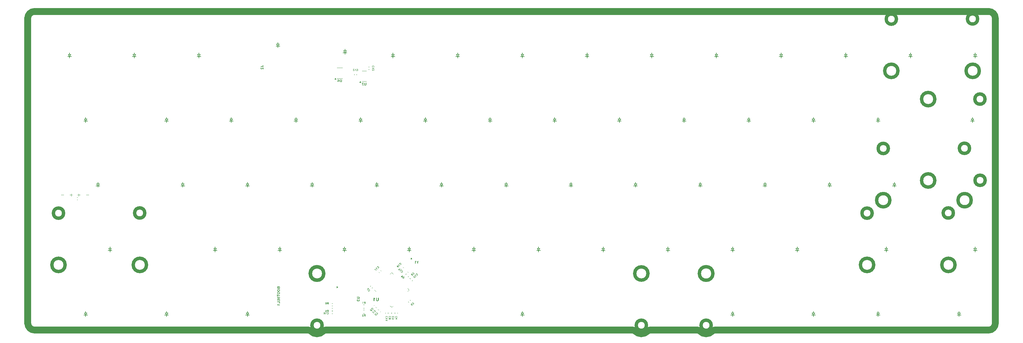
<source format=gbr>
%TF.GenerationSoftware,KiCad,Pcbnew,8.0.1*%
%TF.CreationDate,2026-01-03T23:46:27+09:00*%
%TF.ProjectId,Cloudnine_rp2040,436c6f75-646e-4696-9e65-5f7270323034,rev?*%
%TF.SameCoordinates,Original*%
%TF.FileFunction,Legend,Bot*%
%TF.FilePolarity,Positive*%
%FSLAX46Y46*%
G04 Gerber Fmt 4.6, Leading zero omitted, Abs format (unit mm)*
G04 Created by KiCad (PCBNEW 8.0.1) date 2026-01-03 23:46:27*
%MOMM*%
%LPD*%
G01*
G04 APERTURE LIST*
%ADD10C,2.000000*%
%ADD11C,0.100000*%
%ADD12C,0.075000*%
%ADD13C,0.150000*%
%ADD14C,1.000000*%
%ADD15C,0.120000*%
G04 APERTURE END LIST*
D10*
X108534522Y-117960001D02*
G75*
G02*
X109264230Y-117650018I723978J-690399D01*
G01*
X21774999Y-26050000D02*
G75*
G02*
X23774999Y-24049999I2000001J0D01*
G01*
X108534521Y-117960000D02*
G75*
G02*
X104915478Y-117959999I-1809521J1725000D01*
G01*
X305975000Y-115650001D02*
G75*
G02*
X303975001Y-117650000I-2000000J1D01*
G01*
X204533331Y-117650000D02*
X218491667Y-117650000D01*
X21774999Y-26050000D02*
X21774998Y-115650001D01*
X218491667Y-117650000D02*
G75*
G02*
X219215494Y-117959984I33J-1000000D01*
G01*
X222834522Y-117960001D02*
G75*
G02*
X219215478Y-117960000I-1809522J1725001D01*
G01*
X303975000Y-24050000D02*
G75*
G02*
X305975000Y-26049999I0J-2000000D01*
G01*
X104191699Y-117650000D02*
G75*
G02*
X104915472Y-117960005I1J-999900D01*
G01*
X222834522Y-117960001D02*
G75*
G02*
X223558331Y-117650024I723778J-689999D01*
G01*
X109264230Y-117650000D02*
X199466667Y-117650000D01*
X203809522Y-117960000D02*
G75*
G02*
X204533331Y-117650023I723778J-690000D01*
G01*
X305975000Y-115650001D02*
X305975000Y-26049999D01*
X23774999Y-117650000D02*
G75*
G02*
X21775000Y-115650001I1J2000000D01*
G01*
X203809522Y-117960000D02*
G75*
G02*
X200190476Y-117960000I-1809523J1725002D01*
G01*
X199466667Y-117650000D02*
G75*
G02*
X200190493Y-117959983I33J-1000000D01*
G01*
X303975000Y-24050000D02*
X23774999Y-24050000D01*
X223558331Y-117650000D02*
X303975001Y-117650000D01*
X23774999Y-117650000D02*
X104191699Y-117650000D01*
D11*
X34119048Y-77951466D02*
X34880953Y-77951466D01*
X34500000Y-78332419D02*
X34500000Y-77570514D01*
X38894048Y-77951466D02*
X39655953Y-77951466D01*
X31594048Y-77951466D02*
X32355953Y-77951466D01*
X36369048Y-77951466D02*
X37130953Y-77951466D01*
X36750000Y-78332419D02*
X36750000Y-77570514D01*
D12*
G36*
X110084757Y-111746674D02*
G01*
X110107610Y-111768699D01*
X110116229Y-111797566D01*
X110116307Y-111800772D01*
X110116307Y-112290528D01*
X110109059Y-112319606D01*
X110087292Y-112342852D01*
X110058923Y-112351703D01*
X110055784Y-112351784D01*
X110026706Y-112344336D01*
X110003459Y-112322171D01*
X109994608Y-112293656D01*
X109994528Y-112290528D01*
X109994528Y-112124931D01*
X109979434Y-112104854D01*
X109905428Y-112103975D01*
X109875660Y-112106901D01*
X109847054Y-112117616D01*
X109823594Y-112137954D01*
X109808307Y-112167249D01*
X109802559Y-112196860D01*
X109802113Y-112208169D01*
X109802113Y-112290528D01*
X109794865Y-112319606D01*
X109773098Y-112342852D01*
X109744729Y-112351703D01*
X109741590Y-112351784D01*
X109712512Y-112344336D01*
X109689265Y-112322171D01*
X109680414Y-112293656D01*
X109680334Y-112290528D01*
X109680334Y-112208169D01*
X109682413Y-112175242D01*
X109688804Y-112143457D01*
X109699739Y-112114142D01*
X109715450Y-112088622D01*
X109740125Y-112065418D01*
X109744228Y-112062796D01*
X109744961Y-112042719D01*
X109720767Y-112025947D01*
X109697504Y-112002086D01*
X109680382Y-111973206D01*
X109671229Y-111944143D01*
X109669793Y-111930465D01*
X109777787Y-111930465D01*
X109783829Y-111960411D01*
X109800546Y-111985360D01*
X109825819Y-112003767D01*
X109857532Y-112014085D01*
X109877731Y-112015755D01*
X109973572Y-112015755D01*
X109995407Y-111997876D01*
X109994528Y-111864812D01*
X109973572Y-111846201D01*
X109877731Y-111846201D01*
X109847938Y-111849821D01*
X109817848Y-111862363D01*
X109794804Y-111882487D01*
X109780921Y-111908749D01*
X109777787Y-111930465D01*
X109669793Y-111930465D01*
X109667731Y-111910828D01*
X109671116Y-111872830D01*
X109682038Y-111839030D01*
X109699663Y-111809694D01*
X109723162Y-111785092D01*
X109751703Y-111765490D01*
X109784455Y-111751157D01*
X109820586Y-111742361D01*
X109859266Y-111739369D01*
X110055784Y-111739369D01*
X110084757Y-111746674D01*
G37*
G36*
X109416845Y-111878588D02*
G01*
X109385239Y-111878867D01*
X109354738Y-111879392D01*
X109324304Y-111879694D01*
X109292895Y-111879303D01*
X109274109Y-111878588D01*
X109243835Y-111872398D01*
X109223557Y-111850381D01*
X109220327Y-111830667D01*
X109228546Y-111799960D01*
X109251603Y-111781106D01*
X109274109Y-111776885D01*
X109306975Y-111776453D01*
X109339516Y-111776503D01*
X109371773Y-111776786D01*
X109403785Y-111777054D01*
X109435593Y-111777059D01*
X109467238Y-111776553D01*
X109479859Y-111776152D01*
X109509144Y-111784186D01*
X109526656Y-111808045D01*
X109527780Y-111812203D01*
X109534899Y-111845811D01*
X109540885Y-111876041D01*
X109547179Y-111909930D01*
X109553210Y-111943618D01*
X109558575Y-111973374D01*
X109564709Y-112006229D01*
X109568437Y-112037095D01*
X109561619Y-112067459D01*
X109548736Y-112081700D01*
X109520848Y-112094078D01*
X109489260Y-112094566D01*
X109469748Y-112085803D01*
X109443990Y-112070759D01*
X109413371Y-112061586D01*
X109380902Y-112058306D01*
X109368924Y-112058253D01*
X109339747Y-112062756D01*
X109311416Y-112076937D01*
X109290391Y-112099427D01*
X109277885Y-112128854D01*
X109274842Y-112153361D01*
X109279102Y-112183044D01*
X109291985Y-112209925D01*
X109312407Y-112232254D01*
X109339283Y-112248281D01*
X109371530Y-112256256D01*
X109383286Y-112256822D01*
X109416153Y-112253191D01*
X109444722Y-112242389D01*
X109467816Y-112222411D01*
X109479859Y-112195859D01*
X109492683Y-112167701D01*
X109517743Y-112148230D01*
X109541995Y-112145008D01*
X109570136Y-112158540D01*
X109586072Y-112183374D01*
X109590241Y-112215069D01*
X109589915Y-112218427D01*
X109583062Y-112248718D01*
X109570262Y-112275967D01*
X109551778Y-112299867D01*
X109527871Y-112320112D01*
X109498806Y-112336392D01*
X109464845Y-112348402D01*
X109426251Y-112355833D01*
X109394422Y-112358217D01*
X109383286Y-112358378D01*
X109351993Y-112356828D01*
X109310444Y-112349159D01*
X109275000Y-112335982D01*
X109245254Y-112318313D01*
X109220797Y-112297169D01*
X109201222Y-112273565D01*
X109182010Y-112240026D01*
X109169785Y-112206331D01*
X109163580Y-112174891D01*
X109162295Y-112154240D01*
X109165696Y-112120090D01*
X109175630Y-112086131D01*
X109191692Y-112053707D01*
X109213476Y-112024163D01*
X109240577Y-111998843D01*
X109272589Y-111979093D01*
X109309107Y-111966257D01*
X109339210Y-111961976D01*
X109349727Y-111961679D01*
X109379942Y-111964066D01*
X109409228Y-111969346D01*
X109436189Y-111974282D01*
X109454654Y-111956697D01*
X109446191Y-111927497D01*
X109437951Y-111897568D01*
X109436189Y-111891044D01*
X109416845Y-111878588D01*
G37*
G36*
X128228947Y-113988510D02*
G01*
X128225668Y-113959090D01*
X128237717Y-113931043D01*
X128258696Y-113910254D01*
X128259575Y-113909522D01*
X128284475Y-113889713D01*
X128304158Y-113866930D01*
X128319509Y-113837803D01*
X128326397Y-113806000D01*
X128326693Y-113797707D01*
X128322682Y-113767390D01*
X128311171Y-113739160D01*
X128292945Y-113713619D01*
X128268789Y-113691370D01*
X128239488Y-113673016D01*
X128205827Y-113659160D01*
X128168591Y-113650404D01*
X128138789Y-113647547D01*
X128128563Y-113647351D01*
X128098552Y-113649082D01*
X128060733Y-113656469D01*
X128026171Y-113669107D01*
X127995684Y-113686393D01*
X127970091Y-113707724D01*
X127950207Y-113732499D01*
X127936851Y-113760114D01*
X127930839Y-113789965D01*
X127930580Y-113797707D01*
X127934933Y-113828882D01*
X127947398Y-113857903D01*
X127967081Y-113884090D01*
X127989020Y-113903763D01*
X128010448Y-113917875D01*
X128034009Y-113938714D01*
X128045118Y-113968199D01*
X128041076Y-113991880D01*
X128022538Y-114015942D01*
X127995311Y-114027334D01*
X127967949Y-114022069D01*
X127967070Y-114021189D01*
X127936172Y-114002228D01*
X127908323Y-113980150D01*
X127883855Y-113955231D01*
X127863096Y-113927748D01*
X127846376Y-113897978D01*
X127834025Y-113866197D01*
X127826372Y-113832681D01*
X127823748Y-113797707D01*
X127827263Y-113757217D01*
X127837462Y-113718715D01*
X127853825Y-113682638D01*
X127875835Y-113649420D01*
X127902972Y-113619497D01*
X127934718Y-113593305D01*
X127970555Y-113571278D01*
X128009962Y-113553853D01*
X128037962Y-113545007D01*
X128067164Y-113538529D01*
X128097416Y-113534548D01*
X128128563Y-113533192D01*
X128159880Y-113534558D01*
X128190257Y-113538565D01*
X128219546Y-113545083D01*
X128247597Y-113553976D01*
X128287028Y-113571483D01*
X128322834Y-113593589D01*
X128354514Y-113619846D01*
X128381562Y-113649806D01*
X128403477Y-113683021D01*
X128419753Y-113719042D01*
X128429888Y-113757420D01*
X128433378Y-113797707D01*
X128430947Y-113831212D01*
X128423848Y-113863513D01*
X128412374Y-113894341D01*
X128396815Y-113923425D01*
X128377465Y-113950497D01*
X128354615Y-113975286D01*
X128328556Y-113997524D01*
X128299582Y-114016940D01*
X128269775Y-114022602D01*
X128241900Y-114007831D01*
X128228947Y-113988510D01*
G37*
G36*
X128285696Y-114079982D02*
G01*
X128320735Y-114093100D01*
X128352277Y-114113874D01*
X128379633Y-114141412D01*
X128396986Y-114165969D01*
X128411305Y-114193453D01*
X128422298Y-114223489D01*
X128429674Y-114255701D01*
X128433142Y-114289713D01*
X128433378Y-114301385D01*
X128431279Y-114335654D01*
X128425173Y-114368304D01*
X128415354Y-114398953D01*
X128402111Y-114427217D01*
X128385737Y-114452715D01*
X128366522Y-114475064D01*
X128336986Y-114499302D01*
X128303610Y-114516355D01*
X128267082Y-114525316D01*
X128247852Y-114526479D01*
X128214523Y-114522903D01*
X128183205Y-114512850D01*
X128154477Y-114497333D01*
X128128919Y-114477364D01*
X128115960Y-114464344D01*
X128086541Y-114458194D01*
X128080643Y-114462585D01*
X128054842Y-114479915D01*
X128026084Y-114493726D01*
X127997804Y-114502640D01*
X127973518Y-114505523D01*
X127941266Y-114501368D01*
X127911309Y-114489453D01*
X127884265Y-114470608D01*
X127860751Y-114445659D01*
X127841386Y-114415435D01*
X127826789Y-114380762D01*
X127819342Y-114352337D01*
X127815184Y-114322225D01*
X127814369Y-114301385D01*
X127905228Y-114301385D01*
X127910089Y-114331780D01*
X127926012Y-114361007D01*
X127950478Y-114381485D01*
X127980865Y-114390221D01*
X127984949Y-114390338D01*
X128016907Y-114383281D01*
X128042779Y-114364106D01*
X128060106Y-114335809D01*
X128066324Y-114305921D01*
X128066428Y-114301385D01*
X128152011Y-114301385D01*
X128156403Y-114334437D01*
X128168664Y-114363636D01*
X128187421Y-114387419D01*
X128215681Y-114406230D01*
X128248731Y-114413053D01*
X128278035Y-114407997D01*
X128303754Y-114393872D01*
X128324589Y-114372243D01*
X128339241Y-114344675D01*
X128346413Y-114312734D01*
X128346916Y-114301385D01*
X128342527Y-114267857D01*
X128330224Y-114238358D01*
X128311306Y-114214411D01*
X128287071Y-114197541D01*
X128258817Y-114189272D01*
X128248731Y-114188691D01*
X128215681Y-114195525D01*
X128187421Y-114214411D01*
X128168664Y-114238358D01*
X128156403Y-114267857D01*
X128152011Y-114301385D01*
X128066428Y-114301385D01*
X128061548Y-114270453D01*
X128048008Y-114244156D01*
X128024042Y-114222269D01*
X127993374Y-114211870D01*
X127984949Y-114211406D01*
X127954007Y-114218479D01*
X127928657Y-114237766D01*
X127911522Y-114266367D01*
X127905332Y-114296756D01*
X127905228Y-114301385D01*
X127814369Y-114301385D01*
X127816188Y-114270117D01*
X127821471Y-114240345D01*
X127833453Y-114203573D01*
X127850511Y-114170892D01*
X127872028Y-114143119D01*
X127897384Y-114121072D01*
X127925962Y-114105568D01*
X127957144Y-114097424D01*
X127973518Y-114096367D01*
X128006001Y-114100796D01*
X128037522Y-114111681D01*
X128063822Y-114125425D01*
X128080643Y-114138426D01*
X128110026Y-114143714D01*
X128115960Y-114137547D01*
X128139447Y-114115429D01*
X128166434Y-114097242D01*
X128196343Y-114083969D01*
X128228594Y-114076597D01*
X128247852Y-114075411D01*
X128285696Y-114079982D01*
G37*
D13*
G36*
X118454320Y-108419096D02*
G01*
X118463988Y-108381222D01*
X118492763Y-108350788D01*
X118533845Y-108338399D01*
X119008849Y-108336054D01*
X119050154Y-108329058D01*
X119089081Y-108306315D01*
X119117039Y-108270709D01*
X119131481Y-108232213D01*
X119136441Y-108188336D01*
X119131381Y-108144284D01*
X119116730Y-108105557D01*
X119093284Y-108074140D01*
X119055878Y-108049377D01*
X119016108Y-108040614D01*
X119008849Y-108040422D01*
X118533845Y-108040422D01*
X118496093Y-108030002D01*
X118465914Y-108000941D01*
X118454320Y-107959724D01*
X118466189Y-107918962D01*
X118496907Y-107890768D01*
X118535018Y-107881371D01*
X119030147Y-107881371D01*
X119080856Y-107887575D01*
X119128109Y-107905390D01*
X119170889Y-107933623D01*
X119199424Y-107960917D01*
X119224440Y-107992898D01*
X119245506Y-108029061D01*
X119262193Y-108068904D01*
X119274070Y-108111923D01*
X119280708Y-108157615D01*
X119282010Y-108189313D01*
X119279076Y-108236286D01*
X119270571Y-108281019D01*
X119256944Y-108322992D01*
X119238640Y-108361685D01*
X119216109Y-108396578D01*
X119189796Y-108427152D01*
X119160149Y-108452887D01*
X119116206Y-108478775D01*
X119068192Y-108493904D01*
X119030147Y-108497449D01*
X118535018Y-108497449D01*
X118496907Y-108488053D01*
X118466189Y-108459858D01*
X118454320Y-108419096D01*
G37*
G36*
X118699149Y-108689717D02*
G01*
X118705834Y-108729792D01*
X118688317Y-108768059D01*
X118663392Y-108789369D01*
X118630710Y-108811617D01*
X118603416Y-108841109D01*
X118587627Y-108878315D01*
X118584452Y-108908168D01*
X118588150Y-108949565D01*
X118603304Y-108989381D01*
X118635148Y-109016676D01*
X118667886Y-109022474D01*
X118705933Y-109013467D01*
X118740738Y-108987638D01*
X118762986Y-108955144D01*
X118774571Y-108922627D01*
X118792472Y-108886518D01*
X118828989Y-108867922D01*
X118833580Y-108867722D01*
X118869833Y-108883435D01*
X118888752Y-108920166D01*
X118889267Y-108922627D01*
X118904380Y-108961706D01*
X118927417Y-108994602D01*
X118959712Y-109022088D01*
X119000570Y-109036529D01*
X119040658Y-109033090D01*
X119049295Y-109030290D01*
X119083471Y-109009539D01*
X119109342Y-108974199D01*
X119122244Y-108937057D01*
X119127745Y-108897802D01*
X119128235Y-108881204D01*
X119119065Y-108841209D01*
X119098497Y-108804551D01*
X119070364Y-108772822D01*
X119042652Y-108753611D01*
X119009576Y-108732190D01*
X118990692Y-108697420D01*
X118991459Y-108667247D01*
X119016218Y-108634692D01*
X119057954Y-108625262D01*
X119094822Y-108632662D01*
X119130025Y-108650586D01*
X119161571Y-108675741D01*
X119189155Y-108706748D01*
X119212474Y-108742230D01*
X119231222Y-108780807D01*
X119245096Y-108821102D01*
X119253790Y-108861735D01*
X119257000Y-108901329D01*
X119253262Y-108947184D01*
X119241463Y-108994160D01*
X119222038Y-109040028D01*
X119195426Y-109082558D01*
X119162063Y-109119518D01*
X119122388Y-109148680D01*
X119076837Y-109167813D01*
X119025848Y-109174686D01*
X118979176Y-109171154D01*
X118931577Y-109157156D01*
X118897896Y-109135593D01*
X118870705Y-109103074D01*
X118852058Y-109064473D01*
X118831178Y-109030841D01*
X118828109Y-109030290D01*
X118806261Y-109063950D01*
X118786419Y-109098387D01*
X118758000Y-109126460D01*
X118713744Y-109147821D01*
X118663766Y-109156206D01*
X118648933Y-109156710D01*
X118609458Y-109152307D01*
X118564878Y-109134128D01*
X118533702Y-109110536D01*
X118507120Y-109079870D01*
X118485686Y-109043026D01*
X118469958Y-109000899D01*
X118460492Y-108954384D01*
X118457837Y-108917156D01*
X118459627Y-108878088D01*
X118468260Y-108831171D01*
X118483141Y-108787634D01*
X118503356Y-108748815D01*
X118527987Y-108716050D01*
X118562081Y-108686607D01*
X118574292Y-108679557D01*
X118613444Y-108663294D01*
X118652765Y-108657518D01*
X118688847Y-108673902D01*
X118699149Y-108689717D01*
G37*
D12*
G36*
X123328947Y-40411745D02*
G01*
X123325668Y-40382325D01*
X123337717Y-40354278D01*
X123358696Y-40333489D01*
X123359575Y-40332757D01*
X123384475Y-40312948D01*
X123404158Y-40290165D01*
X123419509Y-40261038D01*
X123426397Y-40229235D01*
X123426693Y-40220942D01*
X123422682Y-40190625D01*
X123411171Y-40162395D01*
X123392945Y-40136854D01*
X123368789Y-40114605D01*
X123339488Y-40096251D01*
X123305827Y-40082395D01*
X123268591Y-40073639D01*
X123238789Y-40070782D01*
X123228563Y-40070586D01*
X123198552Y-40072317D01*
X123160733Y-40079704D01*
X123126171Y-40092342D01*
X123095684Y-40109628D01*
X123070091Y-40130959D01*
X123050207Y-40155734D01*
X123036851Y-40183349D01*
X123030839Y-40213200D01*
X123030580Y-40220942D01*
X123034933Y-40252117D01*
X123047398Y-40281138D01*
X123067081Y-40307325D01*
X123089020Y-40326998D01*
X123110448Y-40341110D01*
X123134009Y-40361949D01*
X123145118Y-40391434D01*
X123141076Y-40415115D01*
X123122538Y-40439177D01*
X123095311Y-40450569D01*
X123067949Y-40445304D01*
X123067070Y-40444424D01*
X123036172Y-40425463D01*
X123008323Y-40403385D01*
X122983855Y-40378466D01*
X122963096Y-40350983D01*
X122946376Y-40321213D01*
X122934025Y-40289432D01*
X122926372Y-40255916D01*
X122923748Y-40220942D01*
X122927263Y-40180452D01*
X122937462Y-40141950D01*
X122953825Y-40105873D01*
X122975835Y-40072655D01*
X123002972Y-40042732D01*
X123034718Y-40016540D01*
X123070555Y-39994513D01*
X123109962Y-39977088D01*
X123137962Y-39968242D01*
X123167164Y-39961764D01*
X123197416Y-39957783D01*
X123228563Y-39956427D01*
X123259880Y-39957793D01*
X123290257Y-39961800D01*
X123319546Y-39968318D01*
X123347597Y-39977211D01*
X123387028Y-39994718D01*
X123422834Y-40016824D01*
X123454514Y-40043081D01*
X123481562Y-40073041D01*
X123503477Y-40106256D01*
X123519753Y-40142277D01*
X123529888Y-40180655D01*
X123533378Y-40220942D01*
X123530947Y-40254447D01*
X123523848Y-40286748D01*
X123512374Y-40317576D01*
X123496815Y-40346660D01*
X123477465Y-40373732D01*
X123454615Y-40398521D01*
X123428556Y-40420759D01*
X123399582Y-40440175D01*
X123369775Y-40445837D01*
X123341900Y-40431066D01*
X123328947Y-40411745D01*
G37*
G36*
X123472122Y-40704396D02*
G01*
X123501200Y-40711645D01*
X123524447Y-40733412D01*
X123533298Y-40761781D01*
X123533378Y-40764920D01*
X123525930Y-40793998D01*
X123503765Y-40817244D01*
X123475251Y-40826095D01*
X123472122Y-40826176D01*
X122984858Y-40826176D01*
X122955057Y-40819087D01*
X122935130Y-40796800D01*
X122930343Y-40771661D01*
X122936944Y-40740770D01*
X122957233Y-40719000D01*
X122983246Y-40702784D01*
X123005093Y-40681847D01*
X123020855Y-40656844D01*
X123031166Y-40632149D01*
X123047783Y-40606891D01*
X123074348Y-40591401D01*
X123084069Y-40590091D01*
X123111986Y-40601632D01*
X123127740Y-40627900D01*
X123130283Y-40658033D01*
X123130231Y-40685052D01*
X123153770Y-40704269D01*
X123163057Y-40704396D01*
X123472122Y-40704396D01*
G37*
G36*
X123477105Y-41432289D02*
G01*
X123448145Y-41423111D01*
X123430838Y-41399388D01*
X123425667Y-41370007D01*
X123425903Y-41328800D01*
X123426471Y-41293305D01*
X123427163Y-41263160D01*
X123427917Y-41230662D01*
X123427893Y-41201201D01*
X123419529Y-41172163D01*
X123414237Y-41170998D01*
X123388796Y-41187271D01*
X123367562Y-41208569D01*
X123345648Y-41234303D01*
X123326161Y-41261024D01*
X123316051Y-41277683D01*
X123299289Y-41304890D01*
X123279939Y-41329620D01*
X123258243Y-41351609D01*
X123234443Y-41370593D01*
X123208782Y-41386307D01*
X123181502Y-41398487D01*
X123152844Y-41406868D01*
X123123050Y-41411186D01*
X123091778Y-41410116D01*
X123058483Y-41402652D01*
X123025085Y-41389010D01*
X122993504Y-41369403D01*
X122965660Y-41344046D01*
X122943472Y-41313154D01*
X122928862Y-41276942D01*
X122924031Y-41246421D01*
X122923748Y-41235625D01*
X122925812Y-41198263D01*
X122931201Y-41165804D01*
X122942976Y-41129504D01*
X122959263Y-41100363D01*
X122979260Y-41077492D01*
X123008257Y-41056366D01*
X123040239Y-41041909D01*
X123066923Y-41033978D01*
X123096619Y-41033650D01*
X123123384Y-41048364D01*
X123134481Y-41077795D01*
X123126529Y-41106157D01*
X123101554Y-41123142D01*
X123069113Y-41134711D01*
X123043535Y-41150282D01*
X123025406Y-41179860D01*
X123020125Y-41219035D01*
X123020468Y-41231521D01*
X123031201Y-41261251D01*
X123051866Y-41284571D01*
X123077543Y-41299248D01*
X123110083Y-41304679D01*
X123135360Y-41301131D01*
X123168842Y-41286381D01*
X123193982Y-41267917D01*
X123217524Y-41245479D01*
X123239346Y-41220867D01*
X123259323Y-41195880D01*
X123277333Y-41172319D01*
X123296888Y-41147614D01*
X123303741Y-41139930D01*
X123325786Y-41116520D01*
X123350010Y-41091932D01*
X123376404Y-41068272D01*
X123404957Y-41047647D01*
X123435659Y-41032163D01*
X123468501Y-41023927D01*
X123482234Y-41023133D01*
X123510723Y-41032752D01*
X123528099Y-41057273D01*
X123533378Y-41087027D01*
X123533378Y-41370007D01*
X123527116Y-41399388D01*
X123507451Y-41423111D01*
X123477105Y-41432289D01*
G37*
G36*
X121781730Y-105932716D02*
G01*
X121804852Y-105951201D01*
X121816164Y-105979552D01*
X121816029Y-106009087D01*
X121815926Y-106010227D01*
X121812325Y-106041840D01*
X121814518Y-106071869D01*
X121824259Y-106103319D01*
X121841876Y-106130677D01*
X121847531Y-106136751D01*
X121871805Y-106155352D01*
X121899906Y-106167174D01*
X121930854Y-106172347D01*
X121963667Y-106170999D01*
X121997364Y-106163258D01*
X122030964Y-106149254D01*
X122063485Y-106129115D01*
X122086579Y-106110062D01*
X122093947Y-106102970D01*
X122113944Y-106080525D01*
X122135464Y-106048559D01*
X122150966Y-106015184D01*
X122160300Y-105981404D01*
X122163314Y-105948222D01*
X122159856Y-105916644D01*
X122149774Y-105887673D01*
X122132916Y-105862315D01*
X122127625Y-105856657D01*
X122102503Y-105837691D01*
X122073168Y-105825983D01*
X122040733Y-105821385D01*
X122011309Y-105822987D01*
X121986179Y-105828160D01*
X121954783Y-105830086D01*
X121926078Y-105817092D01*
X121912192Y-105797488D01*
X121908286Y-105767366D01*
X121919482Y-105740058D01*
X121942554Y-105724433D01*
X121943797Y-105724433D01*
X121979053Y-105715993D01*
X122014357Y-105711913D01*
X122049279Y-105712231D01*
X122083391Y-105716985D01*
X122116264Y-105726213D01*
X122147471Y-105739953D01*
X122176581Y-105758241D01*
X122203167Y-105781115D01*
X122229312Y-105812232D01*
X122249326Y-105846668D01*
X122263265Y-105883749D01*
X122271191Y-105922801D01*
X122273160Y-105963149D01*
X122269233Y-106004118D01*
X122259468Y-106045033D01*
X122243925Y-106085219D01*
X122230381Y-106111273D01*
X122214312Y-106136503D01*
X122195736Y-106160709D01*
X122174670Y-106183692D01*
X122151560Y-106204871D01*
X122127247Y-106223517D01*
X122101928Y-106239619D01*
X122075804Y-106253166D01*
X122035543Y-106268668D01*
X121994593Y-106278356D01*
X121953626Y-106282190D01*
X121913314Y-106280131D01*
X121874332Y-106272140D01*
X121837352Y-106258179D01*
X121803048Y-106238208D01*
X121772093Y-106212189D01*
X121750121Y-106186778D01*
X121732300Y-106158918D01*
X121718615Y-106129006D01*
X121709051Y-106097439D01*
X121703591Y-106064614D01*
X121702220Y-106030927D01*
X121704922Y-105996777D01*
X121711680Y-105962560D01*
X121728753Y-105937480D01*
X121758908Y-105928214D01*
X121781730Y-105932716D01*
G37*
G36*
X121965869Y-105629411D02*
G01*
X121939947Y-105644751D01*
X121910652Y-105646123D01*
X121883656Y-105633583D01*
X121879032Y-105629411D01*
X121849668Y-105599910D01*
X121823922Y-105573848D01*
X121801589Y-105551154D01*
X121776762Y-105526013D01*
X121752998Y-105502577D01*
X121729521Y-105482781D01*
X121721628Y-105481540D01*
X121711205Y-105510791D01*
X121705526Y-105542232D01*
X121699970Y-105572913D01*
X121699038Y-105577702D01*
X121692738Y-105608493D01*
X121685882Y-105638324D01*
X121678350Y-105667108D01*
X121668552Y-105699252D01*
X121657485Y-105729718D01*
X121645396Y-105757473D01*
X121631108Y-105784627D01*
X121614545Y-105812178D01*
X121595627Y-105841121D01*
X121578008Y-105867022D01*
X121566608Y-105883599D01*
X121543090Y-105904879D01*
X121513027Y-105909806D01*
X121484035Y-105897451D01*
X121476352Y-105890749D01*
X121460962Y-105864073D01*
X121462750Y-105831821D01*
X121476253Y-105805574D01*
X121480497Y-105799975D01*
X121498762Y-105776308D01*
X121516553Y-105750908D01*
X121533071Y-105724690D01*
X121550369Y-105693847D01*
X121564295Y-105665821D01*
X121577903Y-105634799D01*
X121589347Y-105602387D01*
X121597819Y-105572137D01*
X121605168Y-105540670D01*
X121611250Y-105509605D01*
X121615920Y-105480562D01*
X121619456Y-105450660D01*
X121621115Y-105417181D01*
X121621686Y-105383529D01*
X121625001Y-105354248D01*
X121637828Y-105324183D01*
X121649817Y-105309836D01*
X121677824Y-105294799D01*
X121709241Y-105296874D01*
X121734788Y-105312737D01*
X121965247Y-105543196D01*
X121980686Y-105568927D01*
X121981758Y-105600833D01*
X121968022Y-105627143D01*
X121965869Y-105629411D01*
G37*
D13*
G36*
X95783634Y-104881851D02*
G01*
X95812813Y-104908339D01*
X95826493Y-104946234D01*
X95826919Y-104954731D01*
X95826919Y-105289637D01*
X95822495Y-105333800D01*
X95809804Y-105374979D01*
X95789722Y-105412279D01*
X95763123Y-105444805D01*
X95730882Y-105471661D01*
X95693874Y-105491953D01*
X95652973Y-105504784D01*
X95609055Y-105509260D01*
X95566836Y-105505138D01*
X95527341Y-105493341D01*
X95491395Y-105474728D01*
X95459825Y-105450157D01*
X95433460Y-105420485D01*
X95425970Y-105409609D01*
X95392362Y-105407265D01*
X95363313Y-105435426D01*
X95328786Y-105456992D01*
X95289899Y-105470792D01*
X95247771Y-105475653D01*
X95200282Y-105469524D01*
X95157041Y-105452211D01*
X95119603Y-105425324D01*
X95089524Y-105390473D01*
X95068361Y-105349268D01*
X95057670Y-105303318D01*
X95056675Y-105283971D01*
X95056675Y-105195653D01*
X95175475Y-105195653D01*
X95181640Y-105236793D01*
X95201842Y-105276145D01*
X95232901Y-105303600D01*
X95271499Y-105315273D01*
X95276689Y-105315429D01*
X95316378Y-105306002D01*
X95348448Y-105280307D01*
X95369892Y-105242230D01*
X95375554Y-105212457D01*
X95481853Y-105212457D01*
X95486898Y-105252181D01*
X95504161Y-105292300D01*
X95531398Y-105323026D01*
X95566215Y-105341536D01*
X95594400Y-105345715D01*
X95633715Y-105337659D01*
X95666630Y-105315370D01*
X95691012Y-105281673D01*
X95704724Y-105239388D01*
X95706947Y-105212457D01*
X95706947Y-105071186D01*
X95683695Y-105043245D01*
X95505300Y-105043245D01*
X95481853Y-105071186D01*
X95481853Y-105212457D01*
X95375554Y-105212457D01*
X95377579Y-105201807D01*
X95377708Y-105195653D01*
X95377708Y-105067865D01*
X95356605Y-105043245D01*
X95196577Y-105043245D01*
X95175475Y-105067865D01*
X95175475Y-105195653D01*
X95056675Y-105195653D01*
X95056675Y-104954731D01*
X95066651Y-104915170D01*
X95092978Y-104885990D01*
X95130252Y-104872310D01*
X95138545Y-104871884D01*
X95744072Y-104871884D01*
X95783634Y-104881851D01*
G37*
G36*
X95479840Y-105607997D02*
G01*
X95520343Y-105613340D01*
X95559395Y-105622030D01*
X95596797Y-105633888D01*
X95649370Y-105657230D01*
X95697113Y-105686705D01*
X95739352Y-105721714D01*
X95775416Y-105761661D01*
X95804636Y-105805948D01*
X95826338Y-105853975D01*
X95839851Y-105905146D01*
X95844505Y-105958863D01*
X95839851Y-106012329D01*
X95826338Y-106063297D01*
X95804636Y-106111163D01*
X95775416Y-106155326D01*
X95739352Y-106195181D01*
X95697113Y-106230126D01*
X95649370Y-106259558D01*
X95596797Y-106282875D01*
X95559395Y-106294725D01*
X95520343Y-106303410D01*
X95479840Y-106308752D01*
X95438085Y-106310572D01*
X95396555Y-106308752D01*
X95356219Y-106303410D01*
X95317282Y-106294725D01*
X95279950Y-106282875D01*
X95227406Y-106259558D01*
X95179625Y-106230126D01*
X95137297Y-106195181D01*
X95101113Y-106155326D01*
X95071767Y-106111163D01*
X95049949Y-106063297D01*
X95036351Y-106012329D01*
X95031665Y-105958863D01*
X95174107Y-105958863D01*
X95179503Y-105998963D01*
X95194965Y-106036361D01*
X95219403Y-106070242D01*
X95251727Y-106099791D01*
X95290847Y-106124192D01*
X95335674Y-106142631D01*
X95385116Y-106154292D01*
X95424571Y-106158100D01*
X95438085Y-106158360D01*
X95478420Y-106156053D01*
X95529097Y-106146214D01*
X95575269Y-106129393D01*
X95615888Y-106106406D01*
X95649909Y-106078067D01*
X95676284Y-106045193D01*
X95693969Y-106008597D01*
X95701915Y-105969096D01*
X95702258Y-105958863D01*
X95696909Y-105918440D01*
X95681561Y-105880800D01*
X95657260Y-105846745D01*
X95625053Y-105817080D01*
X95585985Y-105792608D01*
X95541103Y-105774133D01*
X95491454Y-105762458D01*
X95451719Y-105758649D01*
X95438085Y-105758388D01*
X95398070Y-105760696D01*
X95347644Y-105770545D01*
X95301562Y-105787395D01*
X95260913Y-105810443D01*
X95226788Y-105838886D01*
X95200276Y-105871918D01*
X95182468Y-105908738D01*
X95174453Y-105948540D01*
X95174107Y-105958863D01*
X95031665Y-105958863D01*
X95036351Y-105904875D01*
X95049949Y-105853540D01*
X95071767Y-105805437D01*
X95101113Y-105761146D01*
X95137297Y-105721249D01*
X95179625Y-105686326D01*
X95227406Y-105656957D01*
X95279950Y-105633724D01*
X95317282Y-105621930D01*
X95356219Y-105613292D01*
X95396555Y-105607984D01*
X95438085Y-105606176D01*
X95479840Y-105607997D01*
G37*
G36*
X95479840Y-106395045D02*
G01*
X95520343Y-106400388D01*
X95559395Y-106409078D01*
X95596797Y-106420937D01*
X95649370Y-106444278D01*
X95697113Y-106473753D01*
X95739352Y-106508762D01*
X95775416Y-106548710D01*
X95804636Y-106592996D01*
X95826338Y-106641023D01*
X95839851Y-106692194D01*
X95844505Y-106745911D01*
X95839851Y-106799377D01*
X95826338Y-106850345D01*
X95804636Y-106898212D01*
X95775416Y-106942374D01*
X95739352Y-106982229D01*
X95697113Y-107017174D01*
X95649370Y-107046606D01*
X95596797Y-107069923D01*
X95559395Y-107081773D01*
X95520343Y-107090458D01*
X95479840Y-107095800D01*
X95438085Y-107097621D01*
X95396555Y-107095800D01*
X95356219Y-107090458D01*
X95317282Y-107081773D01*
X95279950Y-107069923D01*
X95227406Y-107046606D01*
X95179625Y-107017174D01*
X95137297Y-106982229D01*
X95101113Y-106942374D01*
X95071767Y-106898212D01*
X95049949Y-106850345D01*
X95036351Y-106799377D01*
X95031665Y-106745911D01*
X95174107Y-106745911D01*
X95179503Y-106786011D01*
X95194965Y-106823409D01*
X95219403Y-106857290D01*
X95251727Y-106886839D01*
X95290847Y-106911240D01*
X95335674Y-106929679D01*
X95385116Y-106941340D01*
X95424571Y-106945148D01*
X95438085Y-106945408D01*
X95478420Y-106943101D01*
X95529097Y-106933262D01*
X95575269Y-106916441D01*
X95615888Y-106893454D01*
X95649909Y-106865115D01*
X95676284Y-106832241D01*
X95693969Y-106795646D01*
X95701915Y-106756145D01*
X95702258Y-106745911D01*
X95696909Y-106705488D01*
X95681561Y-106667848D01*
X95657260Y-106633793D01*
X95625053Y-106604128D01*
X95585985Y-106579656D01*
X95541103Y-106561181D01*
X95491454Y-106549506D01*
X95451719Y-106545697D01*
X95438085Y-106545436D01*
X95398070Y-106547745D01*
X95347644Y-106557593D01*
X95301562Y-106574443D01*
X95260913Y-106597492D01*
X95226788Y-106625934D01*
X95200276Y-106658967D01*
X95182468Y-106695786D01*
X95174453Y-106735588D01*
X95174107Y-106745911D01*
X95031665Y-106745911D01*
X95036351Y-106691924D01*
X95049949Y-106640588D01*
X95071767Y-106592485D01*
X95101113Y-106548194D01*
X95137297Y-106508297D01*
X95179625Y-106473374D01*
X95227406Y-106444005D01*
X95279950Y-106420772D01*
X95317282Y-106408978D01*
X95356219Y-106400340D01*
X95396555Y-106395032D01*
X95438085Y-106393224D01*
X95479840Y-106395045D01*
G37*
G36*
X95019159Y-107682045D02*
G01*
X95019159Y-107241822D01*
X95029100Y-107203278D01*
X95058454Y-107172765D01*
X95095792Y-107161228D01*
X95099857Y-107161124D01*
X95138759Y-107170828D01*
X95169811Y-107199898D01*
X95181620Y-107237653D01*
X95181727Y-107241822D01*
X95181727Y-107353782D01*
X95209669Y-107381724D01*
X95750715Y-107381724D01*
X95789486Y-107391428D01*
X95820482Y-107420498D01*
X95832283Y-107458253D01*
X95832390Y-107462422D01*
X95822460Y-107501237D01*
X95792906Y-107532330D01*
X95754887Y-107544184D01*
X95750715Y-107544292D01*
X95209669Y-107544292D01*
X95181727Y-107572233D01*
X95181727Y-107682045D01*
X95172023Y-107720815D01*
X95142953Y-107751811D01*
X95105198Y-107763612D01*
X95101030Y-107763720D01*
X95062214Y-107753789D01*
X95031121Y-107724235D01*
X95019267Y-107686216D01*
X95019159Y-107682045D01*
G37*
G36*
X95603193Y-108416532D02*
G01*
X95555626Y-108411566D01*
X95512371Y-108397471D01*
X95474220Y-108375449D01*
X95441964Y-108346703D01*
X95416395Y-108312437D01*
X95398304Y-108273854D01*
X95393339Y-108257481D01*
X95382583Y-108212769D01*
X95372127Y-108170052D01*
X95359586Y-108124967D01*
X95344557Y-108081028D01*
X95326632Y-108041751D01*
X95299538Y-108004564D01*
X95259103Y-107986469D01*
X95219112Y-107997087D01*
X95190524Y-108024354D01*
X95173512Y-108061977D01*
X95166584Y-108104450D01*
X95166096Y-108120705D01*
X95170792Y-108159670D01*
X95185983Y-108195919D01*
X95211552Y-108226584D01*
X95244084Y-108249376D01*
X95251092Y-108252987D01*
X95282911Y-108278046D01*
X95295701Y-108316274D01*
X95285922Y-108354158D01*
X95277471Y-108367293D01*
X95244613Y-108388708D01*
X95205070Y-108393393D01*
X95165372Y-108382781D01*
X95130412Y-108359240D01*
X95124672Y-108353810D01*
X95095422Y-108321251D01*
X95072364Y-108287946D01*
X95054993Y-108252634D01*
X95042803Y-108214054D01*
X95035290Y-108170944D01*
X95031947Y-108122043D01*
X95031665Y-108100579D01*
X95035244Y-108057268D01*
X95045794Y-108012740D01*
X95063030Y-107969152D01*
X95086668Y-107928657D01*
X95116424Y-107893410D01*
X95152015Y-107865566D01*
X95193156Y-107847279D01*
X95239564Y-107840705D01*
X95289929Y-107844790D01*
X95333096Y-107856359D01*
X95369727Y-107874388D01*
X95409552Y-107906702D01*
X95440512Y-107946243D01*
X95464181Y-107990580D01*
X95482132Y-108037281D01*
X95495938Y-108083915D01*
X95504519Y-108117383D01*
X95518007Y-108160310D01*
X95536341Y-108199073D01*
X95559296Y-108231201D01*
X95591619Y-108256998D01*
X95629571Y-108266469D01*
X95671224Y-108253933D01*
X95700182Y-108219965D01*
X95715610Y-108176953D01*
X95721816Y-108133124D01*
X95722579Y-108109567D01*
X95717861Y-108064919D01*
X95702469Y-108024856D01*
X95676184Y-107992872D01*
X95641853Y-107971488D01*
X95634260Y-107968493D01*
X95597809Y-107946776D01*
X95578200Y-107912122D01*
X95580332Y-107870991D01*
X95603561Y-107836065D01*
X95641480Y-107824675D01*
X95682462Y-107832670D01*
X95693856Y-107837383D01*
X95730398Y-107858705D01*
X95761578Y-107885588D01*
X95787547Y-107917806D01*
X95808454Y-107955133D01*
X95824453Y-107997341D01*
X95835694Y-108044205D01*
X95842327Y-108095497D01*
X95844370Y-108136736D01*
X95844505Y-108150991D01*
X95841173Y-108199755D01*
X95831679Y-108243338D01*
X95816774Y-108281823D01*
X95789782Y-108325353D01*
X95756289Y-108360170D01*
X95718076Y-108386473D01*
X95676923Y-108404461D01*
X95634613Y-108414333D01*
X95603193Y-108416532D01*
G37*
G36*
X95700108Y-109037495D02*
G01*
X95700108Y-108729358D01*
X95672167Y-108701417D01*
X95516829Y-108701417D01*
X95488887Y-108729358D01*
X95488887Y-108959142D01*
X95476491Y-108999005D01*
X95444456Y-109025142D01*
X95416005Y-109030852D01*
X95376142Y-109018466D01*
X95350005Y-108986833D01*
X95344295Y-108959142D01*
X95344295Y-108729358D01*
X95316354Y-108701417D01*
X95204198Y-108701417D01*
X95176256Y-108729358D01*
X95176256Y-109037495D01*
X95163861Y-109077444D01*
X95131825Y-109103523D01*
X95103374Y-109109205D01*
X95063512Y-109096871D01*
X95037374Y-109065268D01*
X95031665Y-109037495D01*
X95031665Y-108619742D01*
X95041641Y-108581112D01*
X95071291Y-108550640D01*
X95109363Y-108539148D01*
X95113535Y-108539044D01*
X95762830Y-108539044D01*
X95801600Y-108548709D01*
X95832596Y-108577732D01*
X95844397Y-108615556D01*
X95844505Y-108619742D01*
X95844505Y-109037495D01*
X95832181Y-109077444D01*
X95800651Y-109103523D01*
X95772990Y-109109205D01*
X95735112Y-109098746D01*
X95707262Y-109068440D01*
X95700108Y-109037495D01*
G37*
G36*
X95762830Y-109240900D02*
G01*
X95801600Y-109250831D01*
X95832596Y-109280385D01*
X95844397Y-109318404D01*
X95844505Y-109322575D01*
X95844505Y-109757327D01*
X95834574Y-109796098D01*
X95805020Y-109827094D01*
X95767001Y-109838895D01*
X95762830Y-109839002D01*
X95724286Y-109829072D01*
X95693774Y-109799518D01*
X95682237Y-109761499D01*
X95682132Y-109757327D01*
X95682132Y-109431214D01*
X95654191Y-109403273D01*
X95113144Y-109403273D01*
X95074374Y-109393342D01*
X95043378Y-109363789D01*
X95031576Y-109325769D01*
X95031469Y-109321598D01*
X95041400Y-109282968D01*
X95070954Y-109252497D01*
X95108973Y-109241004D01*
X95113144Y-109240900D01*
X95762830Y-109240900D01*
G37*
G36*
X95762830Y-110154173D02*
G01*
X95801600Y-110163838D01*
X95832596Y-110192861D01*
X95844397Y-110230686D01*
X95844505Y-110234871D01*
X95834574Y-110273642D01*
X95805020Y-110304637D01*
X95767001Y-110316439D01*
X95762830Y-110316546D01*
X95113144Y-110316546D01*
X95073410Y-110307093D01*
X95046840Y-110277378D01*
X95040457Y-110243859D01*
X95049259Y-110202672D01*
X95076311Y-110173645D01*
X95110995Y-110152024D01*
X95140124Y-110124107D01*
X95161140Y-110090770D01*
X95174889Y-110057844D01*
X95197045Y-110024166D01*
X95232464Y-110003513D01*
X95245426Y-110001766D01*
X95282648Y-110017153D01*
X95303653Y-110052177D01*
X95307044Y-110092355D01*
X95306975Y-110128381D01*
X95338360Y-110154003D01*
X95350743Y-110154173D01*
X95762830Y-110154173D01*
G37*
D12*
G36*
X132183449Y-101960381D02*
G01*
X132216742Y-101973405D01*
X132248511Y-101992734D01*
X132277977Y-102017969D01*
X132416937Y-102156928D01*
X132432258Y-102182581D01*
X132432844Y-102214314D01*
X132418527Y-102240821D01*
X132416315Y-102243143D01*
X132070005Y-102589453D01*
X132044318Y-102604888D01*
X132012489Y-102605935D01*
X131986171Y-102592134D01*
X131983894Y-102589971D01*
X131968599Y-102564143D01*
X131967835Y-102532032D01*
X131981739Y-102505611D01*
X131983894Y-102503342D01*
X132100989Y-102386247D01*
X132104512Y-102361378D01*
X132052804Y-102308426D01*
X132029685Y-102289446D01*
X132001882Y-102276795D01*
X131970912Y-102274588D01*
X131939387Y-102284492D01*
X131914385Y-102301366D01*
X131906073Y-102309048D01*
X131847836Y-102367284D01*
X131822150Y-102382720D01*
X131790320Y-102383766D01*
X131764002Y-102369965D01*
X131761725Y-102367802D01*
X131746431Y-102341975D01*
X131745666Y-102309863D01*
X131759570Y-102283442D01*
X131761725Y-102281173D01*
X131819962Y-102222937D01*
X131844714Y-102201124D01*
X131871709Y-102183168D01*
X131900171Y-102170171D01*
X131929325Y-102163235D01*
X131963180Y-102164275D01*
X131967936Y-102165322D01*
X131982651Y-102151644D01*
X131982424Y-102150390D01*
X132062514Y-102150390D01*
X132067369Y-102181276D01*
X132082498Y-102210997D01*
X132095600Y-102226460D01*
X132163370Y-102294230D01*
X132191452Y-102297027D01*
X132284920Y-102202316D01*
X132283262Y-102174337D01*
X132215492Y-102106567D01*
X132191866Y-102088060D01*
X132161721Y-102075652D01*
X132131196Y-102073587D01*
X132102810Y-102082341D01*
X132085238Y-102095480D01*
X132068336Y-102120927D01*
X132062514Y-102150390D01*
X131982424Y-102150390D01*
X131977403Y-102122677D01*
X131977826Y-102089354D01*
X131986140Y-102056826D01*
X132000218Y-102029804D01*
X132021302Y-102003773D01*
X132050564Y-101979298D01*
X132082187Y-101963120D01*
X132115394Y-101954840D01*
X132149407Y-101954060D01*
X132183449Y-101960381D01*
G37*
G36*
X131843042Y-101621656D02*
G01*
X131857473Y-101633526D01*
X131875539Y-101659990D01*
X131880748Y-101690185D01*
X131879609Y-101724476D01*
X131876333Y-101757046D01*
X131872895Y-101786907D01*
X131868494Y-101823967D01*
X131864297Y-101858685D01*
X131860296Y-101891946D01*
X131856486Y-101924631D01*
X131852861Y-101957624D01*
X131849415Y-101991807D01*
X131846142Y-102028063D01*
X131845349Y-102037554D01*
X131841661Y-102066701D01*
X131831940Y-102094943D01*
X131817993Y-102113614D01*
X131790431Y-102132012D01*
X131758604Y-102138859D01*
X131726757Y-102133680D01*
X131699137Y-102115997D01*
X131585773Y-102002633D01*
X131556213Y-102002387D01*
X131555411Y-102003151D01*
X131522148Y-102036414D01*
X131496464Y-102051853D01*
X131464661Y-102052926D01*
X131438408Y-102039189D01*
X131436140Y-102037036D01*
X131420776Y-102011138D01*
X131419982Y-101978998D01*
X131433882Y-101952572D01*
X131436037Y-101950303D01*
X131468408Y-101917932D01*
X131648031Y-101917932D01*
X131651159Y-101921703D01*
X131730120Y-102000664D01*
X131756233Y-101992374D01*
X131784315Y-101801604D01*
X131762810Y-101780700D01*
X131753539Y-101786164D01*
X131651159Y-101888544D01*
X131648031Y-101917932D01*
X131468408Y-101917932D01*
X131469922Y-101916418D01*
X131470055Y-101886953D01*
X131469300Y-101886160D01*
X131462150Y-101879010D01*
X131447975Y-101852540D01*
X131451881Y-101821287D01*
X131462254Y-101806578D01*
X131488920Y-101792140D01*
X131518210Y-101794599D01*
X131535308Y-101805852D01*
X131543080Y-101813624D01*
X131572536Y-101813766D01*
X131573338Y-101813002D01*
X131758202Y-101628138D01*
X131785068Y-101611518D01*
X131814409Y-101609837D01*
X131843042Y-101621656D01*
G37*
D13*
G36*
X136583651Y-97418430D02*
G01*
X136399980Y-97793587D01*
X136392164Y-97828367D01*
X136392164Y-98037830D01*
X136382500Y-98076600D01*
X136353477Y-98107596D01*
X136315652Y-98119397D01*
X136311467Y-98119505D01*
X136309317Y-98119505D01*
X136270773Y-98109574D01*
X136240261Y-98080020D01*
X136228724Y-98042001D01*
X136228619Y-98037830D01*
X136228619Y-97828367D01*
X136220804Y-97793587D01*
X136037133Y-97418430D01*
X136032376Y-97379457D01*
X136052542Y-97342312D01*
X136072304Y-97328744D01*
X136114125Y-97324777D01*
X136150994Y-97345080D01*
X136162185Y-97361375D01*
X136182531Y-97404423D01*
X136203223Y-97448547D01*
X136220872Y-97486230D01*
X136238935Y-97524822D01*
X136256139Y-97561598D01*
X136275548Y-97603098D01*
X136291341Y-97636881D01*
X136326316Y-97636881D01*
X136347099Y-97593833D01*
X136368388Y-97549709D01*
X136386559Y-97512025D01*
X136405154Y-97473434D01*
X136422854Y-97436658D01*
X136442784Y-97395157D01*
X136458794Y-97361375D01*
X136488300Y-97331408D01*
X136529610Y-97323607D01*
X136548480Y-97328744D01*
X136578894Y-97355215D01*
X136589534Y-97395746D01*
X136583651Y-97418430D01*
G37*
G36*
X135692848Y-98037830D02*
G01*
X135683183Y-98076600D01*
X135654161Y-98107596D01*
X135616336Y-98119397D01*
X135612150Y-98119505D01*
X135573380Y-98109574D01*
X135542384Y-98080020D01*
X135530583Y-98042001D01*
X135530476Y-98037830D01*
X135530476Y-97388144D01*
X135539928Y-97348410D01*
X135569644Y-97321840D01*
X135603162Y-97315457D01*
X135644350Y-97324259D01*
X135673376Y-97351311D01*
X135694998Y-97385995D01*
X135722915Y-97415124D01*
X135756252Y-97436140D01*
X135789178Y-97449889D01*
X135822856Y-97472045D01*
X135843508Y-97507464D01*
X135845256Y-97520426D01*
X135829868Y-97557648D01*
X135794844Y-97578653D01*
X135754666Y-97582044D01*
X135718640Y-97581975D01*
X135693018Y-97613360D01*
X135692848Y-97625743D01*
X135692848Y-98037830D01*
G37*
D12*
G36*
X110084757Y-109521674D02*
G01*
X110107610Y-109543699D01*
X110116229Y-109572566D01*
X110116307Y-109575772D01*
X110116307Y-110065528D01*
X110109059Y-110094606D01*
X110087292Y-110117852D01*
X110058923Y-110126703D01*
X110055784Y-110126784D01*
X110026706Y-110119336D01*
X110003459Y-110097171D01*
X109994608Y-110068656D01*
X109994528Y-110065528D01*
X109994528Y-109899931D01*
X109979434Y-109879854D01*
X109905428Y-109878975D01*
X109875660Y-109881901D01*
X109847054Y-109892616D01*
X109823594Y-109912954D01*
X109808307Y-109942249D01*
X109802559Y-109971860D01*
X109802113Y-109983169D01*
X109802113Y-110065528D01*
X109794865Y-110094606D01*
X109773098Y-110117852D01*
X109744729Y-110126703D01*
X109741590Y-110126784D01*
X109712512Y-110119336D01*
X109689265Y-110097171D01*
X109680414Y-110068656D01*
X109680334Y-110065528D01*
X109680334Y-109983169D01*
X109682413Y-109950242D01*
X109688804Y-109918457D01*
X109699739Y-109889142D01*
X109715450Y-109863622D01*
X109740125Y-109840418D01*
X109744228Y-109837796D01*
X109744961Y-109817719D01*
X109720767Y-109800947D01*
X109697504Y-109777086D01*
X109680382Y-109748206D01*
X109671229Y-109719143D01*
X109669793Y-109705465D01*
X109777787Y-109705465D01*
X109783829Y-109735411D01*
X109800546Y-109760360D01*
X109825819Y-109778767D01*
X109857532Y-109789085D01*
X109877731Y-109790755D01*
X109973572Y-109790755D01*
X109995407Y-109772876D01*
X109994528Y-109639812D01*
X109973572Y-109621201D01*
X109877731Y-109621201D01*
X109847938Y-109624821D01*
X109817848Y-109637363D01*
X109794804Y-109657487D01*
X109780921Y-109683749D01*
X109777787Y-109705465D01*
X109669793Y-109705465D01*
X109667731Y-109685828D01*
X109671116Y-109647830D01*
X109682038Y-109614030D01*
X109699663Y-109584694D01*
X109723162Y-109560092D01*
X109751703Y-109540490D01*
X109784455Y-109526157D01*
X109820586Y-109517361D01*
X109859266Y-109514369D01*
X110055784Y-109514369D01*
X110084757Y-109521674D01*
G37*
G36*
X109397624Y-109521916D02*
G01*
X109429893Y-109529727D01*
X109459851Y-109543635D01*
X109487287Y-109563071D01*
X109511986Y-109587464D01*
X109533737Y-109616244D01*
X109552325Y-109648841D01*
X109567537Y-109684685D01*
X109579162Y-109723206D01*
X109586985Y-109763832D01*
X109590794Y-109805995D01*
X109591214Y-109843754D01*
X109589399Y-109878904D01*
X109585437Y-109911475D01*
X109579414Y-109941495D01*
X109566708Y-109981808D01*
X109549855Y-110016547D01*
X109529152Y-110045811D01*
X109504891Y-110069697D01*
X109477367Y-110088306D01*
X109446873Y-110101735D01*
X109413705Y-110110083D01*
X109378157Y-110113448D01*
X109366929Y-110113512D01*
X109334595Y-110110909D01*
X109304450Y-110104298D01*
X109276712Y-110093911D01*
X109243845Y-110074592D01*
X109216156Y-110049528D01*
X109194157Y-110019273D01*
X109178361Y-109984379D01*
X109170895Y-109955497D01*
X109167424Y-109924551D01*
X109167567Y-109912681D01*
X109268980Y-109912681D01*
X109269366Y-109921393D01*
X109276842Y-109953533D01*
X109290951Y-109980188D01*
X109312303Y-110002593D01*
X109341025Y-110017501D01*
X109370683Y-110021857D01*
X109380123Y-110021342D01*
X109412096Y-110011819D01*
X109436382Y-109994897D01*
X109455683Y-109970825D01*
X109468006Y-109940491D01*
X109471506Y-109911069D01*
X109466522Y-109879500D01*
X109452897Y-109851844D01*
X109432627Y-109829508D01*
X109403238Y-109812054D01*
X109370683Y-109805995D01*
X109364176Y-109806248D01*
X109335068Y-109812212D01*
X109307463Y-109827966D01*
X109287532Y-109850401D01*
X109273529Y-109881208D01*
X109268980Y-109912681D01*
X109167567Y-109912681D01*
X109167752Y-109897302D01*
X109173042Y-109860692D01*
X109184087Y-109825140D01*
X109201114Y-109792145D01*
X109224349Y-109763206D01*
X109254019Y-109739821D01*
X109280630Y-109726831D01*
X109311084Y-109718441D01*
X109345477Y-109715284D01*
X109370959Y-109715814D01*
X109405391Y-109719309D01*
X109438778Y-109727083D01*
X109467256Y-109735507D01*
X109465288Y-109716527D01*
X109454912Y-109688147D01*
X109440177Y-109662356D01*
X109420194Y-109638930D01*
X109395230Y-109621911D01*
X109365554Y-109615339D01*
X109343493Y-109616755D01*
X109313137Y-109626738D01*
X109291016Y-109648002D01*
X109272351Y-109672492D01*
X109262149Y-109681512D01*
X109233797Y-109691288D01*
X109205233Y-109684216D01*
X109197674Y-109678825D01*
X109184733Y-109652507D01*
X109188380Y-109622960D01*
X109201622Y-109596032D01*
X109220839Y-109572349D01*
X109245974Y-109552450D01*
X109276970Y-109536877D01*
X109305949Y-109527895D01*
X109338613Y-109522303D01*
X109374933Y-109520378D01*
X109397624Y-109521916D01*
G37*
D13*
G36*
X124182379Y-108111650D02*
G01*
X124229722Y-108123735D01*
X124267764Y-108159704D01*
X124283251Y-108211057D01*
X124286182Y-108804811D01*
X124294927Y-108856443D01*
X124323356Y-108905102D01*
X124367863Y-108940049D01*
X124415983Y-108958102D01*
X124470829Y-108964302D01*
X124525894Y-108957976D01*
X124574303Y-108939662D01*
X124613574Y-108910355D01*
X124644527Y-108863598D01*
X124655481Y-108813886D01*
X124655721Y-108804811D01*
X124655721Y-108211057D01*
X124668747Y-108163866D01*
X124705073Y-108126142D01*
X124756594Y-108111650D01*
X124807546Y-108126486D01*
X124842789Y-108164883D01*
X124854535Y-108212522D01*
X124854535Y-108831434D01*
X124846781Y-108894820D01*
X124824512Y-108953887D01*
X124789221Y-109007361D01*
X124755102Y-109043031D01*
X124715127Y-109074300D01*
X124669923Y-109100633D01*
X124620119Y-109121491D01*
X124566345Y-109136337D01*
X124509230Y-109144635D01*
X124469608Y-109146263D01*
X124410891Y-109142595D01*
X124354975Y-109131964D01*
X124302509Y-109114930D01*
X124254143Y-109092051D01*
X124210527Y-109063886D01*
X124172309Y-109030995D01*
X124140140Y-108993936D01*
X124107781Y-108939008D01*
X124088869Y-108878990D01*
X124084437Y-108831434D01*
X124084437Y-108212522D01*
X124096183Y-108164883D01*
X124131426Y-108126486D01*
X124182379Y-108111650D01*
G37*
G36*
X123587892Y-109028538D02*
G01*
X123575811Y-109077001D01*
X123539532Y-109115745D01*
X123492251Y-109130497D01*
X123487019Y-109130631D01*
X123438556Y-109118218D01*
X123399812Y-109081276D01*
X123385060Y-109033751D01*
X123384926Y-109028538D01*
X123384926Y-108216430D01*
X123396742Y-108166762D01*
X123433886Y-108133550D01*
X123475784Y-108125572D01*
X123527268Y-108136573D01*
X123563552Y-108170389D01*
X123590578Y-108213743D01*
X123625474Y-108250155D01*
X123667146Y-108276425D01*
X123708303Y-108293611D01*
X123750401Y-108321306D01*
X123776217Y-108365580D01*
X123778401Y-108381782D01*
X123759167Y-108428310D01*
X123715386Y-108454567D01*
X123665164Y-108458805D01*
X123620132Y-108458719D01*
X123588104Y-108497950D01*
X123587892Y-108513429D01*
X123587892Y-109028538D01*
G37*
D12*
G36*
X122909873Y-111638576D02*
G01*
X122928358Y-111615454D01*
X122956709Y-111604142D01*
X122986244Y-111604277D01*
X122987384Y-111604380D01*
X123018997Y-111607981D01*
X123049026Y-111605788D01*
X123080476Y-111596047D01*
X123107834Y-111578430D01*
X123113908Y-111572775D01*
X123132509Y-111548501D01*
X123144331Y-111520400D01*
X123149504Y-111489452D01*
X123148156Y-111456639D01*
X123140415Y-111422942D01*
X123126411Y-111389342D01*
X123106272Y-111356821D01*
X123087219Y-111333727D01*
X123080127Y-111326359D01*
X123057682Y-111306362D01*
X123025716Y-111284842D01*
X122992341Y-111269340D01*
X122958561Y-111260006D01*
X122925379Y-111256992D01*
X122893801Y-111260450D01*
X122864830Y-111270532D01*
X122839472Y-111287390D01*
X122833814Y-111292681D01*
X122814848Y-111317803D01*
X122803140Y-111347138D01*
X122798542Y-111379573D01*
X122800144Y-111408997D01*
X122805317Y-111434127D01*
X122807243Y-111465523D01*
X122794249Y-111494228D01*
X122774645Y-111508114D01*
X122744523Y-111512020D01*
X122717215Y-111500824D01*
X122701590Y-111477752D01*
X122701590Y-111476509D01*
X122693150Y-111441253D01*
X122689070Y-111405949D01*
X122689388Y-111371027D01*
X122694142Y-111336915D01*
X122703370Y-111304042D01*
X122717110Y-111272835D01*
X122735398Y-111243725D01*
X122758272Y-111217139D01*
X122789389Y-111190994D01*
X122823825Y-111170980D01*
X122860906Y-111157041D01*
X122899958Y-111149115D01*
X122940306Y-111147146D01*
X122981275Y-111151073D01*
X123022190Y-111160838D01*
X123062376Y-111176381D01*
X123088430Y-111189925D01*
X123113660Y-111205994D01*
X123137866Y-111224570D01*
X123160849Y-111245636D01*
X123182028Y-111268746D01*
X123200674Y-111293059D01*
X123216776Y-111318378D01*
X123230323Y-111344502D01*
X123245825Y-111384763D01*
X123255513Y-111425713D01*
X123259347Y-111466680D01*
X123257288Y-111506992D01*
X123249297Y-111545974D01*
X123235336Y-111582954D01*
X123215365Y-111617258D01*
X123189346Y-111648213D01*
X123163935Y-111670185D01*
X123136075Y-111688006D01*
X123106163Y-111701691D01*
X123074596Y-111711255D01*
X123041771Y-111716715D01*
X123008084Y-111718086D01*
X122973934Y-111715384D01*
X122939717Y-111708626D01*
X122914637Y-111691553D01*
X122905371Y-111661398D01*
X122909873Y-111638576D01*
G37*
G36*
X122603843Y-111499529D02*
G01*
X122632550Y-111507604D01*
X122660247Y-111519952D01*
X122686459Y-111536592D01*
X122710656Y-111557497D01*
X122731341Y-111581475D01*
X122747802Y-111607507D01*
X122760003Y-111635057D01*
X122767959Y-111663645D01*
X122771685Y-111692793D01*
X122770098Y-111731699D01*
X122761052Y-111769613D01*
X122749394Y-111796714D01*
X122733575Y-111822138D01*
X122713611Y-111845409D01*
X122690134Y-111865858D01*
X122664323Y-111882475D01*
X122636744Y-111894528D01*
X122620868Y-111898982D01*
X122613510Y-111918774D01*
X122638592Y-111938731D01*
X122668412Y-111950867D01*
X122700411Y-111954399D01*
X122732025Y-111948545D01*
X122760694Y-111932521D01*
X122769153Y-111924784D01*
X122787423Y-111899580D01*
X122798693Y-111869409D01*
X122802638Y-111837439D01*
X122802520Y-111831108D01*
X122803127Y-111799448D01*
X122811803Y-111769882D01*
X122835036Y-111751062D01*
X122842000Y-111749350D01*
X122873152Y-111756216D01*
X122897286Y-111777611D01*
X122910630Y-111804946D01*
X122911117Y-111807690D01*
X122912503Y-111842243D01*
X122907337Y-111876389D01*
X122896641Y-111909459D01*
X122881438Y-111940788D01*
X122862748Y-111969709D01*
X122841596Y-111995556D01*
X122832674Y-112004885D01*
X122807094Y-112027297D01*
X122781027Y-112044193D01*
X122741271Y-112060037D01*
X122701080Y-112065634D01*
X122660852Y-112062279D01*
X122620984Y-112051269D01*
X122581873Y-112033902D01*
X122543916Y-112011473D01*
X122519448Y-111994349D01*
X122495787Y-111975936D01*
X122473051Y-111956619D01*
X122451356Y-111936780D01*
X122430822Y-111916805D01*
X122407882Y-111892054D01*
X122388486Y-111867342D01*
X122372514Y-111842718D01*
X122354714Y-111806059D01*
X122343944Y-111769882D01*
X122339796Y-111734359D01*
X122340438Y-111723591D01*
X122444144Y-111723591D01*
X122456310Y-111755282D01*
X122475199Y-111780337D01*
X122479007Y-111784271D01*
X122504411Y-111803891D01*
X122532645Y-111815679D01*
X122561859Y-111819147D01*
X122594717Y-111812028D01*
X122619716Y-111795797D01*
X122623458Y-111792146D01*
X122643448Y-111766883D01*
X122656291Y-111736470D01*
X122658182Y-111706676D01*
X122650395Y-111678266D01*
X122634203Y-111652007D01*
X122623355Y-111639923D01*
X122598436Y-111620134D01*
X122571110Y-111608171D01*
X122537555Y-111605416D01*
X122508528Y-111613781D01*
X122480340Y-111633086D01*
X122475795Y-111637436D01*
X122456597Y-111661343D01*
X122444593Y-111690305D01*
X122444144Y-111723591D01*
X122340438Y-111723591D01*
X122341865Y-111699659D01*
X122349746Y-111665952D01*
X122363033Y-111633408D01*
X122381320Y-111602197D01*
X122404201Y-111572490D01*
X122421807Y-111553605D01*
X122445080Y-111533643D01*
X122470517Y-111517836D01*
X122497641Y-111506202D01*
X122535609Y-111497210D01*
X122574603Y-111495711D01*
X122603843Y-111499529D01*
G37*
G36*
X122710709Y-111557543D02*
G01*
X122710656Y-111557497D01*
X122710606Y-111557439D01*
X122710709Y-111557543D01*
G37*
D13*
G36*
X120921858Y-109321674D02*
G01*
X120944711Y-109343699D01*
X120953330Y-109372566D01*
X120953408Y-109375772D01*
X120953408Y-109865528D01*
X120946160Y-109894606D01*
X120924393Y-109917852D01*
X120896024Y-109926703D01*
X120892885Y-109926784D01*
X120863807Y-109919336D01*
X120840560Y-109897171D01*
X120831709Y-109868656D01*
X120831629Y-109865528D01*
X120831629Y-109699931D01*
X120816535Y-109679854D01*
X120742529Y-109678975D01*
X120712761Y-109681901D01*
X120684155Y-109692616D01*
X120660695Y-109712954D01*
X120645408Y-109742249D01*
X120639660Y-109771860D01*
X120639214Y-109783169D01*
X120639214Y-109865528D01*
X120631966Y-109894606D01*
X120610199Y-109917852D01*
X120581830Y-109926703D01*
X120578691Y-109926784D01*
X120549613Y-109919336D01*
X120526366Y-109897171D01*
X120517515Y-109868656D01*
X120517435Y-109865528D01*
X120517435Y-109783169D01*
X120519514Y-109750242D01*
X120525905Y-109718457D01*
X120536840Y-109689142D01*
X120552551Y-109663622D01*
X120577226Y-109640418D01*
X120581329Y-109637796D01*
X120582062Y-109617719D01*
X120557868Y-109600947D01*
X120534605Y-109577086D01*
X120517483Y-109548206D01*
X120508330Y-109519143D01*
X120506894Y-109505465D01*
X120614888Y-109505465D01*
X120620930Y-109535411D01*
X120637647Y-109560360D01*
X120662920Y-109578767D01*
X120694633Y-109589085D01*
X120714832Y-109590755D01*
X120810673Y-109590755D01*
X120832508Y-109572876D01*
X120831629Y-109439812D01*
X120810673Y-109421201D01*
X120714832Y-109421201D01*
X120685039Y-109424821D01*
X120654949Y-109437363D01*
X120631905Y-109457487D01*
X120618022Y-109483749D01*
X120614888Y-109505465D01*
X120506894Y-109505465D01*
X120504832Y-109485828D01*
X120508217Y-109447830D01*
X120519139Y-109414030D01*
X120536764Y-109384694D01*
X120560263Y-109360092D01*
X120588804Y-109340490D01*
X120621556Y-109326157D01*
X120657687Y-109317361D01*
X120696367Y-109314369D01*
X120892885Y-109314369D01*
X120921858Y-109321674D01*
G37*
G36*
X120226249Y-109872122D02*
G01*
X120219000Y-109901200D01*
X120197233Y-109924447D01*
X120168864Y-109933298D01*
X120165725Y-109933378D01*
X120136647Y-109925930D01*
X120113401Y-109903765D01*
X120104550Y-109875251D01*
X120104469Y-109872122D01*
X120104469Y-109384858D01*
X120111559Y-109355057D01*
X120133845Y-109335130D01*
X120158984Y-109330343D01*
X120189875Y-109336944D01*
X120211645Y-109357233D01*
X120227861Y-109383246D01*
X120248798Y-109405093D01*
X120273801Y-109420855D01*
X120298496Y-109431166D01*
X120323754Y-109447783D01*
X120339244Y-109474348D01*
X120340554Y-109484069D01*
X120329014Y-109511986D01*
X120302745Y-109527740D01*
X120272612Y-109530283D01*
X120245593Y-109530231D01*
X120226376Y-109553770D01*
X120226249Y-109563057D01*
X120226249Y-109872122D01*
G37*
D12*
G36*
X109688254Y-112828947D02*
G01*
X109717674Y-112825668D01*
X109745721Y-112837717D01*
X109766510Y-112858696D01*
X109767242Y-112859575D01*
X109787051Y-112884475D01*
X109809834Y-112904158D01*
X109838961Y-112919509D01*
X109870764Y-112926397D01*
X109879057Y-112926693D01*
X109909374Y-112922682D01*
X109937604Y-112911171D01*
X109963145Y-112892945D01*
X109985394Y-112868789D01*
X110003748Y-112839488D01*
X110017604Y-112805827D01*
X110026360Y-112768591D01*
X110029217Y-112738789D01*
X110029413Y-112728563D01*
X110027682Y-112698552D01*
X110020295Y-112660733D01*
X110007657Y-112626171D01*
X109990371Y-112595684D01*
X109969040Y-112570091D01*
X109944265Y-112550207D01*
X109916650Y-112536851D01*
X109886799Y-112530839D01*
X109879057Y-112530580D01*
X109847882Y-112534933D01*
X109818861Y-112547398D01*
X109792674Y-112567081D01*
X109773001Y-112589020D01*
X109758889Y-112610448D01*
X109738050Y-112634009D01*
X109708565Y-112645118D01*
X109684884Y-112641076D01*
X109660822Y-112622538D01*
X109649430Y-112595311D01*
X109654695Y-112567949D01*
X109655575Y-112567070D01*
X109674536Y-112536172D01*
X109696614Y-112508323D01*
X109721533Y-112483855D01*
X109749016Y-112463096D01*
X109778786Y-112446376D01*
X109810567Y-112434025D01*
X109844083Y-112426372D01*
X109879057Y-112423748D01*
X109919547Y-112427263D01*
X109958049Y-112437462D01*
X109994126Y-112453825D01*
X110027344Y-112475835D01*
X110057267Y-112502972D01*
X110083459Y-112534718D01*
X110105486Y-112570555D01*
X110122911Y-112609962D01*
X110131757Y-112637962D01*
X110138235Y-112667164D01*
X110142216Y-112697416D01*
X110143572Y-112728563D01*
X110142206Y-112759880D01*
X110138199Y-112790257D01*
X110131681Y-112819546D01*
X110122788Y-112847597D01*
X110105281Y-112887028D01*
X110083175Y-112922834D01*
X110056918Y-112954514D01*
X110026958Y-112981562D01*
X109993743Y-113003477D01*
X109957722Y-113019753D01*
X109919344Y-113029888D01*
X109879057Y-113033378D01*
X109845552Y-113030947D01*
X109813251Y-113023848D01*
X109782423Y-113012374D01*
X109753339Y-112996815D01*
X109726267Y-112977465D01*
X109701478Y-112954615D01*
X109679240Y-112928556D01*
X109659824Y-112899582D01*
X109654162Y-112869775D01*
X109668933Y-112841900D01*
X109688254Y-112828947D01*
G37*
G36*
X109395603Y-112972122D02*
G01*
X109388354Y-113001200D01*
X109366587Y-113024447D01*
X109338218Y-113033298D01*
X109335079Y-113033378D01*
X109306001Y-113025930D01*
X109282755Y-113003765D01*
X109273904Y-112975251D01*
X109273823Y-112972122D01*
X109273823Y-112484858D01*
X109280912Y-112455057D01*
X109303199Y-112435130D01*
X109328338Y-112430343D01*
X109359229Y-112436944D01*
X109380999Y-112457233D01*
X109397215Y-112483246D01*
X109418152Y-112505093D01*
X109443155Y-112520855D01*
X109467850Y-112531166D01*
X109493108Y-112547783D01*
X109508598Y-112574348D01*
X109509908Y-112584069D01*
X109498367Y-112611986D01*
X109472099Y-112627740D01*
X109441966Y-112630283D01*
X109414947Y-112630231D01*
X109395730Y-112653770D01*
X109395603Y-112663057D01*
X109395603Y-112972122D01*
G37*
G36*
X108900547Y-112421916D02*
G01*
X108932816Y-112429727D01*
X108962775Y-112443635D01*
X108990211Y-112463071D01*
X109014910Y-112487464D01*
X109036660Y-112516244D01*
X109055248Y-112548841D01*
X109070461Y-112584685D01*
X109082086Y-112623206D01*
X109089909Y-112663832D01*
X109093718Y-112705995D01*
X109094138Y-112743754D01*
X109092323Y-112778904D01*
X109088361Y-112811475D01*
X109082338Y-112841495D01*
X109069631Y-112881808D01*
X109052779Y-112916547D01*
X109032076Y-112945811D01*
X109007815Y-112969697D01*
X108980290Y-112988306D01*
X108949797Y-113001735D01*
X108916629Y-113010083D01*
X108881081Y-113013448D01*
X108869853Y-113013512D01*
X108837518Y-113010909D01*
X108807374Y-113004298D01*
X108779635Y-112993911D01*
X108746769Y-112974592D01*
X108719080Y-112949528D01*
X108697080Y-112919273D01*
X108681285Y-112884379D01*
X108673819Y-112855497D01*
X108670348Y-112824551D01*
X108670490Y-112812681D01*
X108771904Y-112812681D01*
X108772289Y-112821393D01*
X108779766Y-112853533D01*
X108793874Y-112880188D01*
X108815226Y-112902593D01*
X108843949Y-112917501D01*
X108873607Y-112921857D01*
X108883047Y-112921342D01*
X108915020Y-112911819D01*
X108939306Y-112894897D01*
X108958607Y-112870825D01*
X108970930Y-112840491D01*
X108974430Y-112811069D01*
X108969446Y-112779500D01*
X108955821Y-112751844D01*
X108935551Y-112729508D01*
X108906162Y-112712054D01*
X108873607Y-112705995D01*
X108867100Y-112706248D01*
X108837992Y-112712212D01*
X108810387Y-112727966D01*
X108790455Y-112750401D01*
X108776453Y-112781208D01*
X108771904Y-112812681D01*
X108670490Y-112812681D01*
X108670675Y-112797302D01*
X108675966Y-112760692D01*
X108687011Y-112725140D01*
X108704038Y-112692145D01*
X108727273Y-112663206D01*
X108756942Y-112639821D01*
X108783554Y-112626831D01*
X108814008Y-112618441D01*
X108848401Y-112615284D01*
X108873883Y-112615814D01*
X108908315Y-112619309D01*
X108941702Y-112627083D01*
X108970180Y-112635507D01*
X108968212Y-112616527D01*
X108957836Y-112588147D01*
X108943101Y-112562356D01*
X108923117Y-112538930D01*
X108898153Y-112521911D01*
X108868478Y-112515339D01*
X108846417Y-112516755D01*
X108816061Y-112526738D01*
X108793940Y-112548002D01*
X108775275Y-112572492D01*
X108765073Y-112581512D01*
X108736721Y-112591288D01*
X108708157Y-112584216D01*
X108700598Y-112578825D01*
X108687657Y-112552507D01*
X108691304Y-112522960D01*
X108704546Y-112496032D01*
X108723763Y-112472349D01*
X108748898Y-112452450D01*
X108779894Y-112436877D01*
X108808872Y-112427895D01*
X108841536Y-112422303D01*
X108877857Y-112420378D01*
X108900547Y-112421916D01*
G37*
G36*
X134913948Y-101237344D02*
G01*
X134932433Y-101214222D01*
X134960784Y-101202910D01*
X134990319Y-101203045D01*
X134991459Y-101203148D01*
X135023072Y-101206749D01*
X135053101Y-101204556D01*
X135084551Y-101194815D01*
X135111909Y-101177198D01*
X135117983Y-101171543D01*
X135136584Y-101147269D01*
X135148406Y-101119168D01*
X135153579Y-101088220D01*
X135152231Y-101055407D01*
X135144490Y-101021710D01*
X135130486Y-100988110D01*
X135110347Y-100955589D01*
X135091294Y-100932495D01*
X135084202Y-100925127D01*
X135061757Y-100905130D01*
X135029791Y-100883610D01*
X134996416Y-100868108D01*
X134962636Y-100858774D01*
X134929454Y-100855760D01*
X134897876Y-100859218D01*
X134868905Y-100869300D01*
X134843547Y-100886158D01*
X134837889Y-100891449D01*
X134818923Y-100916571D01*
X134807215Y-100945906D01*
X134802617Y-100978341D01*
X134804219Y-101007765D01*
X134809392Y-101032895D01*
X134811318Y-101064291D01*
X134798324Y-101092996D01*
X134778720Y-101106882D01*
X134748598Y-101110788D01*
X134721290Y-101099592D01*
X134705665Y-101076520D01*
X134705665Y-101075277D01*
X134697225Y-101040021D01*
X134693145Y-101004717D01*
X134693463Y-100969795D01*
X134698217Y-100935683D01*
X134707445Y-100902810D01*
X134721185Y-100871603D01*
X134739473Y-100842493D01*
X134762347Y-100815907D01*
X134793464Y-100789762D01*
X134827900Y-100769748D01*
X134864981Y-100755809D01*
X134904033Y-100747883D01*
X134944381Y-100745914D01*
X134985350Y-100749841D01*
X135026265Y-100759606D01*
X135066451Y-100775149D01*
X135092505Y-100788693D01*
X135117735Y-100804762D01*
X135141941Y-100823338D01*
X135164924Y-100844404D01*
X135186103Y-100867514D01*
X135204749Y-100891827D01*
X135220851Y-100917146D01*
X135234398Y-100943270D01*
X135249900Y-100983531D01*
X135259588Y-101024481D01*
X135263422Y-101065448D01*
X135261363Y-101105760D01*
X135253372Y-101144742D01*
X135239411Y-101181722D01*
X135219440Y-101216026D01*
X135193421Y-101246981D01*
X135168010Y-101268953D01*
X135140150Y-101286774D01*
X135110238Y-101300459D01*
X135078671Y-101310023D01*
X135045846Y-101315483D01*
X135012159Y-101316854D01*
X134978009Y-101314152D01*
X134943792Y-101307394D01*
X134918712Y-101290321D01*
X134909446Y-101260166D01*
X134913948Y-101237344D01*
G37*
G36*
X134531889Y-101229987D02*
G01*
X134509737Y-101252533D01*
X134488542Y-101274472D01*
X134467235Y-101296206D01*
X134444749Y-101318138D01*
X134430959Y-101330916D01*
X134405176Y-101347946D01*
X134375269Y-101346717D01*
X134359045Y-101335061D01*
X134343143Y-101307536D01*
X134346115Y-101277900D01*
X134359045Y-101259001D01*
X134381979Y-101235456D01*
X134405024Y-101212481D01*
X134428033Y-101189873D01*
X134450859Y-101167426D01*
X134473355Y-101144938D01*
X134495373Y-101122204D01*
X134504014Y-101112996D01*
X134530402Y-101097969D01*
X134559655Y-101102457D01*
X134563390Y-101104602D01*
X134592190Y-101123333D01*
X134617798Y-101140477D01*
X134646211Y-101159989D01*
X134674297Y-101179545D01*
X134699131Y-101196792D01*
X134726701Y-101215687D01*
X134751162Y-101234876D01*
X134767812Y-101261168D01*
X134768772Y-101280348D01*
X134757805Y-101308820D01*
X134735814Y-101331501D01*
X134715820Y-101339102D01*
X134686969Y-101346678D01*
X134658832Y-101361843D01*
X134633553Y-101382482D01*
X134625046Y-101390914D01*
X134607599Y-101414730D01*
X134597594Y-101444790D01*
X134598629Y-101475560D01*
X134610595Y-101505211D01*
X134625772Y-101524692D01*
X134649773Y-101542668D01*
X134677890Y-101552566D01*
X134708120Y-101553916D01*
X134738457Y-101546244D01*
X134766898Y-101529081D01*
X134775611Y-101521169D01*
X134796285Y-101495360D01*
X134808847Y-101467521D01*
X134811051Y-101437065D01*
X134800792Y-101409774D01*
X134789948Y-101380795D01*
X134793900Y-101349307D01*
X134808771Y-101329880D01*
X134838238Y-101319550D01*
X134867067Y-101325841D01*
X134892427Y-101345305D01*
X134894571Y-101347910D01*
X134911144Y-101374175D01*
X134921361Y-101402494D01*
X134925190Y-101432465D01*
X134922601Y-101463684D01*
X134913561Y-101495748D01*
X134898039Y-101528254D01*
X134876003Y-101560799D01*
X134855183Y-101584991D01*
X134847422Y-101592980D01*
X134824199Y-101614011D01*
X134789396Y-101637968D01*
X134755016Y-101653713D01*
X134721488Y-101662253D01*
X134689243Y-101664595D01*
X134658711Y-101661747D01*
X134621411Y-101651615D01*
X134588941Y-101636434D01*
X134562322Y-101618590D01*
X134546811Y-101604897D01*
X134525068Y-101578344D01*
X134508080Y-101547306D01*
X134496510Y-101513022D01*
X134491022Y-101476727D01*
X134492282Y-101439661D01*
X134500952Y-101403059D01*
X134517698Y-101368160D01*
X134535957Y-101343847D01*
X134543184Y-101336201D01*
X134566237Y-101316523D01*
X134590679Y-101299548D01*
X134613233Y-101283975D01*
X134613855Y-101258483D01*
X134587224Y-101243821D01*
X134560234Y-101228483D01*
X134554375Y-101225117D01*
X134531889Y-101229987D01*
G37*
G36*
X124576048Y-99417035D02*
G01*
X124594532Y-99393913D01*
X124622884Y-99382601D01*
X124652419Y-99382736D01*
X124653559Y-99382840D01*
X124685172Y-99386440D01*
X124715200Y-99384248D01*
X124746651Y-99374506D01*
X124774009Y-99356889D01*
X124780083Y-99351234D01*
X124798684Y-99326961D01*
X124810506Y-99298859D01*
X124815679Y-99267911D01*
X124814330Y-99235098D01*
X124806590Y-99201401D01*
X124792586Y-99167801D01*
X124772447Y-99135280D01*
X124753394Y-99112187D01*
X124746302Y-99104818D01*
X124723857Y-99084821D01*
X124691891Y-99063302D01*
X124658516Y-99047799D01*
X124624735Y-99038465D01*
X124591554Y-99035451D01*
X124559976Y-99038909D01*
X124531005Y-99048991D01*
X124505646Y-99065849D01*
X124499989Y-99071140D01*
X124481023Y-99096262D01*
X124469315Y-99125597D01*
X124464716Y-99158032D01*
X124466319Y-99187456D01*
X124471492Y-99212586D01*
X124473417Y-99243982D01*
X124460423Y-99272687D01*
X124440820Y-99286573D01*
X124410697Y-99290479D01*
X124383390Y-99279283D01*
X124367765Y-99256212D01*
X124367765Y-99254968D01*
X124359324Y-99219712D01*
X124355244Y-99184409D01*
X124355563Y-99149487D01*
X124360317Y-99115374D01*
X124369545Y-99082501D01*
X124383284Y-99051295D01*
X124401572Y-99022184D01*
X124424447Y-98995599D01*
X124455563Y-98969453D01*
X124490000Y-98949440D01*
X124527081Y-98935500D01*
X124566133Y-98927575D01*
X124606481Y-98925605D01*
X124647449Y-98929532D01*
X124688364Y-98939297D01*
X124728551Y-98954841D01*
X124754605Y-98968385D01*
X124779834Y-98984453D01*
X124804041Y-99003029D01*
X124827024Y-99024095D01*
X124848203Y-99047205D01*
X124866849Y-99071519D01*
X124882951Y-99096837D01*
X124896497Y-99122962D01*
X124912000Y-99163222D01*
X124921688Y-99204172D01*
X124925522Y-99245140D01*
X124923463Y-99285451D01*
X124915472Y-99324433D01*
X124901511Y-99361413D01*
X124881540Y-99395717D01*
X124855521Y-99426672D01*
X124830110Y-99448645D01*
X124802250Y-99466465D01*
X124772338Y-99480150D01*
X124740771Y-99489714D01*
X124707945Y-99495174D01*
X124674259Y-99496545D01*
X124640109Y-99493844D01*
X124605892Y-99487085D01*
X124580811Y-99470012D01*
X124571545Y-99439857D01*
X124576048Y-99417035D01*
G37*
G36*
X124470352Y-99725212D02*
G01*
X124485788Y-99750898D01*
X124486834Y-99782728D01*
X124473033Y-99809046D01*
X124470870Y-99811323D01*
X124445043Y-99826617D01*
X124412931Y-99827382D01*
X124386510Y-99813478D01*
X124384241Y-99811323D01*
X124039693Y-99466775D01*
X124023634Y-99440689D01*
X124025302Y-99410840D01*
X124039693Y-99389679D01*
X124066204Y-99372503D01*
X124095944Y-99371457D01*
X124125804Y-99378384D01*
X124156057Y-99379027D01*
X124184883Y-99372492D01*
X124209636Y-99362322D01*
X124239246Y-99356212D01*
X124268983Y-99364043D01*
X124276784Y-99369990D01*
X124288363Y-99397891D01*
X124280929Y-99427605D01*
X124261419Y-99450710D01*
X124242277Y-99469780D01*
X124245333Y-99500012D01*
X124251810Y-99506670D01*
X124470352Y-99725212D01*
G37*
G36*
X123916692Y-99588947D02*
G01*
X123932033Y-99614868D01*
X123933404Y-99644164D01*
X123920864Y-99671159D01*
X123916692Y-99675783D01*
X123887192Y-99705147D01*
X123861130Y-99730893D01*
X123838436Y-99753226D01*
X123813294Y-99778053D01*
X123789859Y-99801817D01*
X123770063Y-99825294D01*
X123768821Y-99833187D01*
X123798072Y-99843611D01*
X123829514Y-99849289D01*
X123860195Y-99854846D01*
X123864984Y-99855777D01*
X123895775Y-99862077D01*
X123925606Y-99868934D01*
X123954390Y-99876465D01*
X123986534Y-99886263D01*
X124017000Y-99897330D01*
X124044754Y-99909420D01*
X124071909Y-99923707D01*
X124099460Y-99940271D01*
X124128403Y-99959188D01*
X124154304Y-99976807D01*
X124170880Y-99988208D01*
X124192160Y-100011725D01*
X124197087Y-100041788D01*
X124184732Y-100070780D01*
X124178030Y-100078464D01*
X124151354Y-100093853D01*
X124119102Y-100092065D01*
X124092856Y-100078563D01*
X124087256Y-100074319D01*
X124063590Y-100056054D01*
X124038190Y-100038262D01*
X124011972Y-100021745D01*
X123981128Y-100004446D01*
X123953102Y-99990521D01*
X123922080Y-99976913D01*
X123889669Y-99965468D01*
X123859419Y-99956996D01*
X123827952Y-99949647D01*
X123796886Y-99943565D01*
X123767843Y-99938896D01*
X123737942Y-99935360D01*
X123704463Y-99933701D01*
X123670810Y-99933130D01*
X123641529Y-99929814D01*
X123611465Y-99916988D01*
X123597117Y-99904998D01*
X123582081Y-99876991D01*
X123584156Y-99845575D01*
X123600019Y-99820027D01*
X123830477Y-99589568D01*
X123856209Y-99574130D01*
X123888115Y-99573057D01*
X123914424Y-99586793D01*
X123916692Y-99588947D01*
G37*
D13*
G36*
X120685903Y-44971821D02*
G01*
X120723777Y-44981489D01*
X120754211Y-45010264D01*
X120766600Y-45051346D01*
X120768945Y-45526350D01*
X120775941Y-45567655D01*
X120798684Y-45606582D01*
X120834290Y-45634540D01*
X120872786Y-45648982D01*
X120916663Y-45653942D01*
X120960715Y-45648882D01*
X120999442Y-45634231D01*
X121030859Y-45610785D01*
X121055622Y-45573379D01*
X121064385Y-45533609D01*
X121064577Y-45526350D01*
X121064577Y-45051346D01*
X121074997Y-45013594D01*
X121104058Y-44983415D01*
X121145275Y-44971821D01*
X121186037Y-44983690D01*
X121214231Y-45014408D01*
X121223628Y-45052519D01*
X121223628Y-45547648D01*
X121217424Y-45598357D01*
X121199609Y-45645610D01*
X121171376Y-45688390D01*
X121144082Y-45716925D01*
X121112101Y-45741941D01*
X121075938Y-45763007D01*
X121036095Y-45779694D01*
X120993076Y-45791571D01*
X120947384Y-45798209D01*
X120915686Y-45799511D01*
X120868713Y-45796577D01*
X120823980Y-45788072D01*
X120782007Y-45774445D01*
X120743314Y-45756141D01*
X120708421Y-45733610D01*
X120677847Y-45707297D01*
X120652112Y-45677650D01*
X120626224Y-45633707D01*
X120611095Y-45585693D01*
X120607550Y-45547648D01*
X120607550Y-45052519D01*
X120616946Y-45014408D01*
X120645141Y-44983690D01*
X120685903Y-44971821D01*
G37*
G36*
X119911164Y-45711974D02*
G01*
X119923401Y-45673361D01*
X119955033Y-45650285D01*
X119994207Y-45643391D01*
X120049149Y-45643705D01*
X120096476Y-45644463D01*
X120136669Y-45645385D01*
X120180000Y-45646390D01*
X120219282Y-45646358D01*
X120257998Y-45635207D01*
X120259552Y-45628150D01*
X120237855Y-45594229D01*
X120209458Y-45565917D01*
X120175146Y-45536698D01*
X120139518Y-45510715D01*
X120117305Y-45497236D01*
X120081030Y-45474887D01*
X120048056Y-45449087D01*
X120018737Y-45420159D01*
X119993425Y-45388426D01*
X119972473Y-45354211D01*
X119956233Y-45317837D01*
X119945058Y-45279626D01*
X119939301Y-45239902D01*
X119940728Y-45198206D01*
X119950680Y-45153812D01*
X119968870Y-45109281D01*
X119995013Y-45067173D01*
X120028822Y-45030048D01*
X120070011Y-45000464D01*
X120118293Y-44980984D01*
X120158988Y-44974543D01*
X120173383Y-44974166D01*
X120223199Y-44976917D01*
X120266477Y-44984103D01*
X120314878Y-44999803D01*
X120353732Y-45021518D01*
X120384226Y-45048182D01*
X120412395Y-45086844D01*
X120431671Y-45129486D01*
X120442246Y-45165066D01*
X120442683Y-45204659D01*
X120423065Y-45240347D01*
X120383823Y-45255143D01*
X120346007Y-45244540D01*
X120323360Y-45211240D01*
X120307936Y-45167985D01*
X120287174Y-45133881D01*
X120247737Y-45109709D01*
X120195504Y-45102668D01*
X120178854Y-45103126D01*
X120139215Y-45117435D01*
X120108122Y-45144989D01*
X120088552Y-45179226D01*
X120081311Y-45222612D01*
X120086042Y-45256315D01*
X120105709Y-45300958D01*
X120130327Y-45334477D01*
X120160245Y-45365867D01*
X120193061Y-45394963D01*
X120226376Y-45421599D01*
X120257791Y-45445611D01*
X120290731Y-45471686D01*
X120300976Y-45480823D01*
X120332190Y-45510216D01*
X120364974Y-45542514D01*
X120396521Y-45577706D01*
X120424021Y-45615777D01*
X120444666Y-45656713D01*
X120455647Y-45700502D01*
X120456705Y-45718813D01*
X120443881Y-45756799D01*
X120411186Y-45779966D01*
X120371513Y-45787006D01*
X119994207Y-45787006D01*
X119955033Y-45778655D01*
X119923401Y-45752436D01*
X119911164Y-45711974D01*
G37*
D12*
G36*
X123568948Y-112292345D02*
G01*
X123587433Y-112269223D01*
X123615784Y-112257911D01*
X123645319Y-112258046D01*
X123646459Y-112258149D01*
X123678072Y-112261750D01*
X123708101Y-112259557D01*
X123739551Y-112249816D01*
X123766909Y-112232199D01*
X123772983Y-112226544D01*
X123791584Y-112202270D01*
X123803406Y-112174169D01*
X123808579Y-112143221D01*
X123807231Y-112110408D01*
X123799490Y-112076711D01*
X123785486Y-112043111D01*
X123765347Y-112010590D01*
X123746294Y-111987496D01*
X123739202Y-111980128D01*
X123716757Y-111960131D01*
X123684791Y-111938611D01*
X123651416Y-111923109D01*
X123617636Y-111913775D01*
X123584454Y-111910761D01*
X123552876Y-111914219D01*
X123523905Y-111924301D01*
X123498547Y-111941159D01*
X123492889Y-111946450D01*
X123473923Y-111971572D01*
X123462215Y-112000907D01*
X123457617Y-112033342D01*
X123459219Y-112062766D01*
X123464392Y-112087896D01*
X123466318Y-112119292D01*
X123453324Y-112147997D01*
X123433720Y-112161883D01*
X123403598Y-112165789D01*
X123376290Y-112154593D01*
X123360665Y-112131521D01*
X123360665Y-112130278D01*
X123352225Y-112095022D01*
X123348145Y-112059718D01*
X123348463Y-112024796D01*
X123353217Y-111990684D01*
X123362445Y-111957811D01*
X123376185Y-111926604D01*
X123394473Y-111897494D01*
X123417347Y-111870908D01*
X123448464Y-111844763D01*
X123482900Y-111824749D01*
X123519981Y-111810810D01*
X123559033Y-111802884D01*
X123599381Y-111800915D01*
X123640350Y-111804842D01*
X123681265Y-111814607D01*
X123721451Y-111830150D01*
X123747505Y-111843694D01*
X123772735Y-111859763D01*
X123796941Y-111878339D01*
X123819924Y-111899405D01*
X123841103Y-111922515D01*
X123859749Y-111946828D01*
X123875851Y-111972147D01*
X123889398Y-111998271D01*
X123904900Y-112038532D01*
X123914588Y-112079482D01*
X123918422Y-112120449D01*
X123916363Y-112160761D01*
X123908372Y-112199743D01*
X123894411Y-112236723D01*
X123874440Y-112271027D01*
X123848421Y-112301982D01*
X123823010Y-112323954D01*
X123795150Y-112341775D01*
X123765238Y-112355460D01*
X123733671Y-112365024D01*
X123700846Y-112370484D01*
X123667159Y-112371855D01*
X123633009Y-112369153D01*
X123598792Y-112362395D01*
X123573712Y-112345322D01*
X123564446Y-112315167D01*
X123568948Y-112292345D01*
G37*
G36*
X123463253Y-112600521D02*
G01*
X123478688Y-112626208D01*
X123479734Y-112658038D01*
X123465933Y-112684356D01*
X123463771Y-112686632D01*
X123437943Y-112701927D01*
X123405832Y-112702692D01*
X123379410Y-112688788D01*
X123377141Y-112686632D01*
X123032593Y-112342084D01*
X123016534Y-112315999D01*
X123018203Y-112286149D01*
X123032593Y-112264988D01*
X123059104Y-112247813D01*
X123088845Y-112246766D01*
X123118704Y-112253694D01*
X123148958Y-112254336D01*
X123177783Y-112247802D01*
X123202536Y-112237632D01*
X123232146Y-112231522D01*
X123261883Y-112239352D01*
X123269684Y-112245300D01*
X123281263Y-112273200D01*
X123273829Y-112302915D01*
X123254319Y-112326020D01*
X123235177Y-112345089D01*
X123238234Y-112375322D01*
X123244711Y-112381979D01*
X123463253Y-112600521D01*
G37*
D13*
G36*
X90162987Y-40283699D02*
G01*
X90172918Y-40245200D01*
X90202471Y-40214784D01*
X90240491Y-40203300D01*
X90244662Y-40203196D01*
X90779065Y-40203196D01*
X90820120Y-40192620D01*
X90847522Y-40164613D01*
X90859410Y-40124757D01*
X90859763Y-40115855D01*
X90848669Y-40073575D01*
X90822940Y-40040612D01*
X90786091Y-40017798D01*
X90747607Y-40010537D01*
X90708823Y-39997616D01*
X90685658Y-39964826D01*
X90682736Y-39945471D01*
X90695644Y-39907111D01*
X90728342Y-39884587D01*
X90747607Y-39881773D01*
X90796261Y-39886701D01*
X90841622Y-39900830D01*
X90882706Y-39923174D01*
X90918528Y-39952749D01*
X90948103Y-39988572D01*
X90970448Y-40029655D01*
X90984576Y-40075017D01*
X90989505Y-40123671D01*
X90984576Y-40172325D01*
X90970448Y-40217686D01*
X90948103Y-40258770D01*
X90918528Y-40294592D01*
X90882706Y-40324167D01*
X90841622Y-40346512D01*
X90796261Y-40360640D01*
X90747607Y-40365569D01*
X90244662Y-40365569D01*
X90205372Y-40355632D01*
X90174623Y-40326029D01*
X90163091Y-40287887D01*
X90162987Y-40283699D01*
G37*
G36*
X90914473Y-41061759D02*
G01*
X90875860Y-41049522D01*
X90852784Y-41017890D01*
X90845890Y-40978716D01*
X90846204Y-40923774D01*
X90846962Y-40876447D01*
X90847884Y-40836254D01*
X90848889Y-40792923D01*
X90848857Y-40753641D01*
X90837706Y-40714925D01*
X90830649Y-40713371D01*
X90796728Y-40735067D01*
X90768416Y-40763465D01*
X90739197Y-40797777D01*
X90713214Y-40833405D01*
X90699735Y-40855618D01*
X90677386Y-40891893D01*
X90651586Y-40924867D01*
X90622658Y-40954186D01*
X90590925Y-40979498D01*
X90556710Y-41000450D01*
X90520336Y-41016690D01*
X90482125Y-41027865D01*
X90442401Y-41033622D01*
X90400705Y-41032195D01*
X90356311Y-41022243D01*
X90311780Y-41004053D01*
X90269672Y-40977910D01*
X90232547Y-40944101D01*
X90202963Y-40902912D01*
X90183483Y-40854630D01*
X90177042Y-40813935D01*
X90176665Y-40799539D01*
X90179416Y-40749724D01*
X90186602Y-40706445D01*
X90202302Y-40658045D01*
X90224017Y-40619191D01*
X90250681Y-40588696D01*
X90289343Y-40560528D01*
X90331985Y-40541252D01*
X90367565Y-40530677D01*
X90407158Y-40530240D01*
X90442846Y-40549858D01*
X90457642Y-40589100D01*
X90447039Y-40626916D01*
X90413739Y-40649563D01*
X90370484Y-40664987D01*
X90336380Y-40685749D01*
X90312208Y-40725186D01*
X90305167Y-40777419D01*
X90305625Y-40794068D01*
X90319934Y-40833708D01*
X90347488Y-40864801D01*
X90381725Y-40884371D01*
X90425111Y-40891612D01*
X90458814Y-40886881D01*
X90503457Y-40867214D01*
X90536976Y-40842595D01*
X90568366Y-40812678D01*
X90597462Y-40779862D01*
X90624098Y-40746547D01*
X90648110Y-40715132D01*
X90674185Y-40682192D01*
X90683322Y-40671947D01*
X90712715Y-40640733D01*
X90745013Y-40607949D01*
X90780205Y-40576402D01*
X90818276Y-40548902D01*
X90859212Y-40528257D01*
X90903001Y-40517275D01*
X90921312Y-40516218D01*
X90959298Y-40529042D01*
X90982465Y-40561737D01*
X90989505Y-40601410D01*
X90989505Y-40978716D01*
X90981154Y-41017890D01*
X90954935Y-41049522D01*
X90914473Y-41061759D01*
G37*
D12*
G36*
X131126048Y-98427035D02*
G01*
X131144532Y-98403913D01*
X131172884Y-98392601D01*
X131202419Y-98392736D01*
X131203559Y-98392840D01*
X131235172Y-98396440D01*
X131265200Y-98394248D01*
X131296651Y-98384506D01*
X131324009Y-98366889D01*
X131330083Y-98361234D01*
X131348684Y-98336961D01*
X131360506Y-98308859D01*
X131365679Y-98277911D01*
X131364330Y-98245098D01*
X131356590Y-98211401D01*
X131342586Y-98177801D01*
X131322447Y-98145280D01*
X131303394Y-98122187D01*
X131296302Y-98114818D01*
X131273857Y-98094821D01*
X131241891Y-98073302D01*
X131208516Y-98057799D01*
X131174735Y-98048465D01*
X131141554Y-98045451D01*
X131109976Y-98048909D01*
X131081005Y-98058991D01*
X131055646Y-98075849D01*
X131049989Y-98081140D01*
X131031023Y-98106262D01*
X131019315Y-98135597D01*
X131014716Y-98168032D01*
X131016319Y-98197456D01*
X131021492Y-98222586D01*
X131023417Y-98253982D01*
X131010423Y-98282687D01*
X130990820Y-98296573D01*
X130960697Y-98300479D01*
X130933390Y-98289283D01*
X130917765Y-98266212D01*
X130917765Y-98264968D01*
X130909324Y-98229712D01*
X130905244Y-98194409D01*
X130905563Y-98159487D01*
X130910317Y-98125374D01*
X130919545Y-98092501D01*
X130933284Y-98061295D01*
X130951572Y-98032184D01*
X130974447Y-98005599D01*
X131005563Y-97979453D01*
X131040000Y-97959440D01*
X131077081Y-97945500D01*
X131116133Y-97937575D01*
X131156481Y-97935605D01*
X131197449Y-97939532D01*
X131238364Y-97949297D01*
X131278551Y-97964841D01*
X131304605Y-97978385D01*
X131329834Y-97994453D01*
X131354041Y-98013029D01*
X131377024Y-98034095D01*
X131398203Y-98057205D01*
X131416849Y-98081519D01*
X131432951Y-98106837D01*
X131446497Y-98132962D01*
X131462000Y-98173222D01*
X131471688Y-98214172D01*
X131475522Y-98255140D01*
X131473463Y-98295451D01*
X131465472Y-98334433D01*
X131451511Y-98371413D01*
X131431540Y-98405717D01*
X131405521Y-98436672D01*
X131380110Y-98458645D01*
X131352250Y-98476465D01*
X131322338Y-98490150D01*
X131290771Y-98499714D01*
X131257945Y-98505174D01*
X131224259Y-98506545D01*
X131190109Y-98503844D01*
X131155892Y-98497085D01*
X131130811Y-98480012D01*
X131121545Y-98449857D01*
X131126048Y-98427035D01*
G37*
G36*
X131020352Y-98735212D02*
G01*
X131035788Y-98760898D01*
X131036834Y-98792728D01*
X131023033Y-98819046D01*
X131020870Y-98821323D01*
X130995043Y-98836617D01*
X130962931Y-98837382D01*
X130936510Y-98823478D01*
X130934241Y-98821323D01*
X130589693Y-98476775D01*
X130573634Y-98450689D01*
X130575302Y-98420840D01*
X130589693Y-98399679D01*
X130616204Y-98382503D01*
X130645944Y-98381457D01*
X130675804Y-98388384D01*
X130706057Y-98389027D01*
X130734883Y-98382492D01*
X130759636Y-98372322D01*
X130789246Y-98366212D01*
X130818983Y-98374043D01*
X130826784Y-98379990D01*
X130838363Y-98407891D01*
X130830929Y-98437605D01*
X130811419Y-98460710D01*
X130792277Y-98479780D01*
X130795333Y-98510012D01*
X130801810Y-98516670D01*
X131020352Y-98735212D01*
G37*
G36*
X130308842Y-98762815D02*
G01*
X130341411Y-98766091D01*
X130371273Y-98769529D01*
X130408333Y-98773930D01*
X130443051Y-98778128D01*
X130476312Y-98782128D01*
X130508997Y-98785938D01*
X130541989Y-98789563D01*
X130576172Y-98793009D01*
X130612429Y-98796283D01*
X130621920Y-98797075D01*
X130651066Y-98800763D01*
X130679308Y-98810485D01*
X130697980Y-98824431D01*
X130716378Y-98851994D01*
X130723225Y-98883821D01*
X130718045Y-98915667D01*
X130700363Y-98943287D01*
X130586999Y-99056652D01*
X130586753Y-99086211D01*
X130587517Y-99087013D01*
X130620780Y-99120276D01*
X130636219Y-99145960D01*
X130637291Y-99177763D01*
X130623555Y-99204017D01*
X130621402Y-99206284D01*
X130595504Y-99221648D01*
X130563364Y-99222443D01*
X130536938Y-99208543D01*
X130534669Y-99206387D01*
X130500784Y-99172503D01*
X130471319Y-99172370D01*
X130470526Y-99173124D01*
X130463376Y-99180274D01*
X130436906Y-99194449D01*
X130405652Y-99190543D01*
X130390943Y-99180171D01*
X130376506Y-99153504D01*
X130378965Y-99124214D01*
X130390218Y-99107116D01*
X130397990Y-99099344D01*
X130398132Y-99069888D01*
X130397368Y-99069086D01*
X130212504Y-98884222D01*
X130209653Y-98879614D01*
X130365066Y-98879614D01*
X130370530Y-98888885D01*
X130472909Y-98991265D01*
X130502298Y-98994393D01*
X130506069Y-98991265D01*
X130585030Y-98912304D01*
X130576740Y-98886191D01*
X130385969Y-98858109D01*
X130365066Y-98879614D01*
X130209653Y-98879614D01*
X130195884Y-98857356D01*
X130194203Y-98828015D01*
X130206022Y-98799382D01*
X130217892Y-98784951D01*
X130244355Y-98766885D01*
X130274551Y-98761676D01*
X130308842Y-98762815D01*
G37*
G36*
X118318254Y-41353946D02*
G01*
X118347674Y-41350667D01*
X118375721Y-41362716D01*
X118396510Y-41383695D01*
X118397242Y-41384574D01*
X118417051Y-41409474D01*
X118439834Y-41429157D01*
X118468961Y-41444508D01*
X118500764Y-41451396D01*
X118509057Y-41451692D01*
X118539374Y-41447681D01*
X118567604Y-41436170D01*
X118593145Y-41417944D01*
X118615394Y-41393788D01*
X118633748Y-41364487D01*
X118647604Y-41330826D01*
X118656360Y-41293590D01*
X118659217Y-41263788D01*
X118659413Y-41253562D01*
X118657682Y-41223551D01*
X118650295Y-41185732D01*
X118637657Y-41151170D01*
X118620371Y-41120683D01*
X118599040Y-41095090D01*
X118574265Y-41075206D01*
X118546650Y-41061850D01*
X118516799Y-41055838D01*
X118509057Y-41055579D01*
X118477882Y-41059932D01*
X118448861Y-41072397D01*
X118422674Y-41092080D01*
X118403001Y-41114019D01*
X118388889Y-41135447D01*
X118368050Y-41159008D01*
X118338565Y-41170117D01*
X118314884Y-41166075D01*
X118290822Y-41147537D01*
X118279430Y-41120310D01*
X118284695Y-41092948D01*
X118285575Y-41092069D01*
X118304536Y-41061171D01*
X118326614Y-41033322D01*
X118351533Y-41008854D01*
X118379016Y-40988095D01*
X118408786Y-40971375D01*
X118440567Y-40959024D01*
X118474083Y-40951371D01*
X118509057Y-40948747D01*
X118549547Y-40952262D01*
X118588049Y-40962461D01*
X118624126Y-40978824D01*
X118657344Y-41000834D01*
X118687267Y-41027971D01*
X118713459Y-41059717D01*
X118735486Y-41095554D01*
X118752911Y-41134961D01*
X118761757Y-41162961D01*
X118768235Y-41192163D01*
X118772216Y-41222415D01*
X118773572Y-41253562D01*
X118772206Y-41284879D01*
X118768199Y-41315256D01*
X118761681Y-41344545D01*
X118752788Y-41372596D01*
X118735281Y-41412027D01*
X118713175Y-41447833D01*
X118686918Y-41479513D01*
X118656958Y-41506561D01*
X118623743Y-41528476D01*
X118587722Y-41544752D01*
X118549344Y-41554887D01*
X118509057Y-41558377D01*
X118475552Y-41555946D01*
X118443251Y-41548847D01*
X118412423Y-41537373D01*
X118383339Y-41521814D01*
X118356267Y-41502464D01*
X118331478Y-41479614D01*
X118309240Y-41453555D01*
X118289824Y-41424581D01*
X118284162Y-41394774D01*
X118298933Y-41366899D01*
X118318254Y-41353946D01*
G37*
G36*
X118025603Y-41497121D02*
G01*
X118018354Y-41526199D01*
X117996587Y-41549446D01*
X117968218Y-41558297D01*
X117965079Y-41558377D01*
X117936001Y-41550929D01*
X117912755Y-41528764D01*
X117903904Y-41500250D01*
X117903823Y-41497121D01*
X117903823Y-41009857D01*
X117910912Y-40980056D01*
X117933199Y-40960129D01*
X117958338Y-40955342D01*
X117989229Y-40961943D01*
X118010999Y-40982232D01*
X118027215Y-41008245D01*
X118048152Y-41030092D01*
X118073155Y-41045854D01*
X118097850Y-41056165D01*
X118123108Y-41072782D01*
X118138598Y-41099347D01*
X118139908Y-41109068D01*
X118128367Y-41136985D01*
X118102099Y-41152739D01*
X118071966Y-41155282D01*
X118044947Y-41155230D01*
X118025730Y-41178769D01*
X118025603Y-41188056D01*
X118025603Y-41497121D01*
G37*
G36*
X117675798Y-41130611D02*
G01*
X117645742Y-41135625D01*
X117617042Y-41122486D01*
X117601060Y-41103793D01*
X117584373Y-41079282D01*
X117562254Y-41058811D01*
X117534350Y-41046969D01*
X117511960Y-41044588D01*
X117480912Y-41047362D01*
X117451050Y-41058727D01*
X117430579Y-41082610D01*
X117426231Y-41107163D01*
X117432985Y-41135698D01*
X117452358Y-41161802D01*
X117476728Y-41178488D01*
X117501115Y-41187177D01*
X117528197Y-41200603D01*
X117542145Y-41227991D01*
X117542295Y-41231434D01*
X117530510Y-41258624D01*
X117502961Y-41272813D01*
X117501115Y-41273199D01*
X117471806Y-41284534D01*
X117447135Y-41301812D01*
X117426520Y-41326033D01*
X117415689Y-41356677D01*
X117418269Y-41386742D01*
X117420369Y-41393220D01*
X117435932Y-41418852D01*
X117462437Y-41438256D01*
X117490293Y-41447932D01*
X117519734Y-41452057D01*
X117532183Y-41452425D01*
X117562179Y-41445548D01*
X117589673Y-41430122D01*
X117613469Y-41409022D01*
X117627877Y-41388238D01*
X117643944Y-41363431D01*
X117670021Y-41349268D01*
X117692651Y-41349843D01*
X117717067Y-41368412D01*
X117724140Y-41399714D01*
X117718589Y-41427366D01*
X117705147Y-41453768D01*
X117686281Y-41477427D01*
X117663025Y-41498115D01*
X117636414Y-41515604D01*
X117607481Y-41529666D01*
X117577260Y-41540071D01*
X117546784Y-41546591D01*
X117517089Y-41548999D01*
X117482698Y-41546196D01*
X117447466Y-41537346D01*
X117413065Y-41522777D01*
X117381168Y-41502818D01*
X117353447Y-41477796D01*
X117331576Y-41448040D01*
X117317226Y-41413877D01*
X117312071Y-41375635D01*
X117314720Y-41340631D01*
X117325219Y-41304932D01*
X117341391Y-41279671D01*
X117365780Y-41259278D01*
X117394731Y-41245293D01*
X117419955Y-41229633D01*
X117420369Y-41227331D01*
X117395123Y-41210944D01*
X117369296Y-41196063D01*
X117348241Y-41174749D01*
X117332220Y-41141557D01*
X117325931Y-41104073D01*
X117325554Y-41092948D01*
X117328856Y-41063342D01*
X117342490Y-41029907D01*
X117360184Y-41006526D01*
X117383183Y-40986589D01*
X117410817Y-40970514D01*
X117442412Y-40958718D01*
X117477298Y-40951618D01*
X117505219Y-40949627D01*
X117534520Y-40950969D01*
X117569708Y-40957444D01*
X117602360Y-40968605D01*
X117631475Y-40983766D01*
X117656049Y-41002239D01*
X117678131Y-41027810D01*
X117683418Y-41036968D01*
X117695616Y-41066332D01*
X117699948Y-41095822D01*
X117687660Y-41122884D01*
X117675798Y-41130611D01*
G37*
G36*
X134834075Y-110041112D02*
G01*
X134852560Y-110017990D01*
X134880911Y-110006678D01*
X134910446Y-110006813D01*
X134911586Y-110006916D01*
X134943199Y-110010517D01*
X134973228Y-110008324D01*
X135004678Y-109998583D01*
X135032036Y-109980966D01*
X135038110Y-109975311D01*
X135056711Y-109951037D01*
X135068533Y-109922936D01*
X135073706Y-109891988D01*
X135072358Y-109859175D01*
X135064617Y-109825478D01*
X135050613Y-109791878D01*
X135030474Y-109759357D01*
X135011421Y-109736263D01*
X135004329Y-109728895D01*
X134981884Y-109708898D01*
X134949918Y-109687378D01*
X134916543Y-109671876D01*
X134882763Y-109662542D01*
X134849581Y-109659528D01*
X134818003Y-109662986D01*
X134789032Y-109673068D01*
X134763674Y-109689926D01*
X134758016Y-109695217D01*
X134739050Y-109720339D01*
X134727342Y-109749674D01*
X134722744Y-109782109D01*
X134724346Y-109811533D01*
X134729519Y-109836663D01*
X134731445Y-109868059D01*
X134718451Y-109896764D01*
X134698847Y-109910650D01*
X134668725Y-109914556D01*
X134641417Y-109903360D01*
X134625792Y-109880288D01*
X134625792Y-109879045D01*
X134617352Y-109843789D01*
X134613272Y-109808485D01*
X134613590Y-109773563D01*
X134618344Y-109739451D01*
X134627572Y-109706578D01*
X134641312Y-109675371D01*
X134659600Y-109646261D01*
X134682474Y-109619675D01*
X134713591Y-109593530D01*
X134748027Y-109573516D01*
X134785108Y-109559577D01*
X134824160Y-109551651D01*
X134864508Y-109549682D01*
X134905477Y-109553609D01*
X134946392Y-109563374D01*
X134986578Y-109578917D01*
X135012632Y-109592461D01*
X135037862Y-109608530D01*
X135062068Y-109627106D01*
X135085051Y-109648172D01*
X135106230Y-109671282D01*
X135124876Y-109695595D01*
X135140978Y-109720914D01*
X135154525Y-109747038D01*
X135170027Y-109787299D01*
X135179715Y-109828249D01*
X135183549Y-109869216D01*
X135181490Y-109909528D01*
X135173499Y-109948510D01*
X135159538Y-109985490D01*
X135139567Y-110019794D01*
X135113548Y-110050749D01*
X135088137Y-110072721D01*
X135060277Y-110090542D01*
X135030365Y-110104227D01*
X134998798Y-110113791D01*
X134965973Y-110119251D01*
X134932286Y-110120622D01*
X134898136Y-110117920D01*
X134863919Y-110111162D01*
X134838839Y-110094089D01*
X134829573Y-110063934D01*
X134834075Y-110041112D01*
G37*
G36*
X134508265Y-109924694D02*
G01*
X134544458Y-109934600D01*
X134580561Y-109949188D01*
X134616019Y-109968206D01*
X134650278Y-109991402D01*
X134682785Y-110018522D01*
X134709781Y-110044925D01*
X134733353Y-110071063D01*
X134753582Y-110096896D01*
X134770551Y-110122382D01*
X134790071Y-110159872D01*
X134802719Y-110196353D01*
X134808772Y-110231685D01*
X134808508Y-110265731D01*
X134802203Y-110298352D01*
X134790137Y-110329409D01*
X134772587Y-110358766D01*
X134749830Y-110386282D01*
X134741936Y-110394266D01*
X134717231Y-110415290D01*
X134691241Y-110431930D01*
X134664282Y-110444200D01*
X134627381Y-110453779D01*
X134590079Y-110455635D01*
X134553130Y-110449797D01*
X134517287Y-110436293D01*
X134491585Y-110421150D01*
X134467248Y-110401722D01*
X134448212Y-110382222D01*
X134426066Y-110352594D01*
X134408737Y-110319645D01*
X134397446Y-110284274D01*
X134393412Y-110247382D01*
X134394950Y-110234404D01*
X134497975Y-110234404D01*
X134499746Y-110264361D01*
X134511628Y-110296046D01*
X134530666Y-110321517D01*
X134537099Y-110327405D01*
X134565112Y-110344845D01*
X134593936Y-110353717D01*
X134624877Y-110354461D01*
X134655729Y-110344693D01*
X134679780Y-110326802D01*
X134686091Y-110319763D01*
X134701966Y-110290420D01*
X134707173Y-110261282D01*
X134703800Y-110230612D01*
X134691064Y-110200449D01*
X134672734Y-110177170D01*
X134646887Y-110158372D01*
X134617697Y-110148450D01*
X134587570Y-110146990D01*
X134554447Y-110155429D01*
X134527143Y-110174165D01*
X134522721Y-110178944D01*
X134506355Y-110203744D01*
X134497975Y-110234404D01*
X134394950Y-110234404D01*
X134397857Y-110209867D01*
X134407488Y-110181864D01*
X134423090Y-110154397D01*
X134445177Y-110127845D01*
X134463570Y-110110201D01*
X134490389Y-110088326D01*
X134519494Y-110070214D01*
X134545588Y-110056034D01*
X134530775Y-110044004D01*
X134503371Y-110031274D01*
X134474715Y-110023457D01*
X134444019Y-110021022D01*
X134414332Y-110026640D01*
X134388702Y-110042977D01*
X134374104Y-110059578D01*
X134359698Y-110088101D01*
X134359092Y-110118780D01*
X134363210Y-110149295D01*
X134362375Y-110162886D01*
X134349239Y-110189847D01*
X134324041Y-110205044D01*
X134314884Y-110206577D01*
X134287124Y-110197118D01*
X134268809Y-110173646D01*
X134259132Y-110145242D01*
X134255974Y-110114907D01*
X134259677Y-110083064D01*
X134270582Y-110050134D01*
X134284722Y-110023292D01*
X134303865Y-109996241D01*
X134328186Y-109969197D01*
X134345318Y-109954240D01*
X134373659Y-109936946D01*
X134404678Y-109925596D01*
X134437821Y-109919940D01*
X134472534Y-109919723D01*
X134508265Y-109924694D01*
G37*
G36*
X130128947Y-113988510D02*
G01*
X130125668Y-113959090D01*
X130137717Y-113931043D01*
X130158696Y-113910254D01*
X130159575Y-113909522D01*
X130184475Y-113889713D01*
X130204158Y-113866930D01*
X130219509Y-113837803D01*
X130226397Y-113806000D01*
X130226693Y-113797707D01*
X130222682Y-113767390D01*
X130211171Y-113739160D01*
X130192945Y-113713619D01*
X130168789Y-113691370D01*
X130139488Y-113673016D01*
X130105827Y-113659160D01*
X130068591Y-113650404D01*
X130038789Y-113647547D01*
X130028563Y-113647351D01*
X129998552Y-113649082D01*
X129960733Y-113656469D01*
X129926171Y-113669107D01*
X129895684Y-113686393D01*
X129870091Y-113707724D01*
X129850207Y-113732499D01*
X129836851Y-113760114D01*
X129830839Y-113789965D01*
X129830580Y-113797707D01*
X129834933Y-113828882D01*
X129847398Y-113857903D01*
X129867081Y-113884090D01*
X129889020Y-113903763D01*
X129910448Y-113917875D01*
X129934009Y-113938714D01*
X129945118Y-113968199D01*
X129941076Y-113991880D01*
X129922538Y-114015942D01*
X129895311Y-114027334D01*
X129867949Y-114022069D01*
X129867070Y-114021189D01*
X129836172Y-114002228D01*
X129808323Y-113980150D01*
X129783855Y-113955231D01*
X129763096Y-113927748D01*
X129746376Y-113897978D01*
X129734025Y-113866197D01*
X129726372Y-113832681D01*
X129723748Y-113797707D01*
X129727263Y-113757217D01*
X129737462Y-113718715D01*
X129753825Y-113682638D01*
X129775835Y-113649420D01*
X129802972Y-113619497D01*
X129834718Y-113593305D01*
X129870555Y-113571278D01*
X129909962Y-113553853D01*
X129937962Y-113545007D01*
X129967164Y-113538529D01*
X129997416Y-113534548D01*
X130028563Y-113533192D01*
X130059880Y-113534558D01*
X130090257Y-113538565D01*
X130119546Y-113545083D01*
X130147597Y-113553976D01*
X130187028Y-113571483D01*
X130222834Y-113593589D01*
X130254514Y-113619846D01*
X130281562Y-113649806D01*
X130303477Y-113683021D01*
X130319753Y-113719042D01*
X130329888Y-113757420D01*
X130333378Y-113797707D01*
X130330947Y-113831212D01*
X130323848Y-113863513D01*
X130312374Y-113894341D01*
X130296815Y-113923425D01*
X130277465Y-113950497D01*
X130254615Y-113975286D01*
X130228556Y-113997524D01*
X130199582Y-114016940D01*
X130169775Y-114022602D01*
X130141900Y-114007831D01*
X130128947Y-113988510D01*
G37*
G36*
X130139757Y-114075150D02*
G01*
X130167104Y-114092814D01*
X130185960Y-114118995D01*
X130192988Y-114151029D01*
X130192988Y-114311350D01*
X130213716Y-114332426D01*
X130214823Y-114332452D01*
X130261864Y-114332452D01*
X130290942Y-114339697D01*
X130314189Y-114361427D01*
X130323040Y-114389704D01*
X130323120Y-114392829D01*
X130315672Y-114422006D01*
X130293507Y-114445295D01*
X130264992Y-114454151D01*
X130261864Y-114454232D01*
X130213944Y-114454232D01*
X130193014Y-114474973D01*
X130192988Y-114476067D01*
X130192988Y-114486179D01*
X130184294Y-114514919D01*
X130159432Y-114534257D01*
X130141697Y-114537323D01*
X130112632Y-114528676D01*
X130093659Y-114506226D01*
X130089526Y-114486179D01*
X130089526Y-114475188D01*
X130068798Y-114454259D01*
X130067691Y-114454232D01*
X129806254Y-114454232D01*
X129775504Y-114446987D01*
X129753569Y-114427428D01*
X129741679Y-114398824D01*
X129739868Y-114380226D01*
X129745806Y-114348740D01*
X129763474Y-114323705D01*
X129774800Y-114313108D01*
X129910448Y-114313108D01*
X129910873Y-114343096D01*
X129921292Y-114345788D01*
X130066079Y-114345788D01*
X130089072Y-114327219D01*
X130089526Y-114322341D01*
X130089526Y-114210673D01*
X130065200Y-114198070D01*
X129910448Y-114313108D01*
X129774800Y-114313108D01*
X129788528Y-114300263D01*
X129813874Y-114279549D01*
X129837420Y-114260865D01*
X129866737Y-114237772D01*
X129894255Y-114216190D01*
X129920603Y-114195500D01*
X129946409Y-114175083D01*
X129972301Y-114154316D01*
X129998909Y-114132582D01*
X130026861Y-114109260D01*
X130034132Y-114103108D01*
X130057350Y-114085107D01*
X130084194Y-114072011D01*
X130107258Y-114068670D01*
X130139757Y-114075150D01*
G37*
G36*
X127276607Y-113984405D02*
G01*
X127273328Y-113954985D01*
X127285377Y-113926938D01*
X127306356Y-113906149D01*
X127307235Y-113905417D01*
X127332135Y-113885608D01*
X127351818Y-113862825D01*
X127367169Y-113833698D01*
X127374057Y-113801895D01*
X127374353Y-113793602D01*
X127370342Y-113763285D01*
X127358831Y-113735055D01*
X127340605Y-113709514D01*
X127316449Y-113687265D01*
X127287148Y-113668911D01*
X127253487Y-113655055D01*
X127216251Y-113646299D01*
X127186449Y-113643442D01*
X127176223Y-113643246D01*
X127146212Y-113644977D01*
X127108393Y-113652364D01*
X127073831Y-113665002D01*
X127043344Y-113682288D01*
X127017751Y-113703619D01*
X126997867Y-113728394D01*
X126984511Y-113756009D01*
X126978499Y-113785860D01*
X126978240Y-113793602D01*
X126982593Y-113824777D01*
X126995058Y-113853798D01*
X127014741Y-113879985D01*
X127036680Y-113899658D01*
X127058108Y-113913770D01*
X127081669Y-113934609D01*
X127092778Y-113964094D01*
X127088736Y-113987775D01*
X127070198Y-114011837D01*
X127042971Y-114023229D01*
X127015609Y-114017964D01*
X127014730Y-114017084D01*
X126983832Y-113998123D01*
X126955983Y-113976045D01*
X126931515Y-113951126D01*
X126910756Y-113923643D01*
X126894036Y-113893873D01*
X126881685Y-113862092D01*
X126874032Y-113828576D01*
X126871408Y-113793602D01*
X126874923Y-113753112D01*
X126885122Y-113714610D01*
X126901485Y-113678533D01*
X126923495Y-113645315D01*
X126950632Y-113615392D01*
X126982378Y-113589200D01*
X127018215Y-113567173D01*
X127057622Y-113549748D01*
X127085622Y-113540902D01*
X127114824Y-113534424D01*
X127145076Y-113530443D01*
X127176223Y-113529087D01*
X127207540Y-113530453D01*
X127237917Y-113534460D01*
X127267206Y-113540978D01*
X127295257Y-113549871D01*
X127334688Y-113567378D01*
X127370494Y-113589484D01*
X127402174Y-113615741D01*
X127429222Y-113645701D01*
X127451137Y-113678916D01*
X127467413Y-113714937D01*
X127477548Y-113753315D01*
X127481038Y-113793602D01*
X127478607Y-113827107D01*
X127471508Y-113859408D01*
X127460034Y-113890236D01*
X127444475Y-113919320D01*
X127425125Y-113946392D01*
X127402275Y-113971181D01*
X127376216Y-113993419D01*
X127347242Y-114012835D01*
X127317435Y-114018497D01*
X127289560Y-114003726D01*
X127276607Y-113984405D01*
G37*
G36*
X127419782Y-114277056D02*
G01*
X127448860Y-114284305D01*
X127472107Y-114306072D01*
X127480958Y-114334441D01*
X127481038Y-114337580D01*
X127473590Y-114366658D01*
X127451425Y-114389904D01*
X127422911Y-114398755D01*
X127419782Y-114398836D01*
X126932518Y-114398836D01*
X126902717Y-114391747D01*
X126882790Y-114369460D01*
X126878003Y-114344321D01*
X126884604Y-114313430D01*
X126904893Y-114291660D01*
X126930906Y-114275444D01*
X126952753Y-114254507D01*
X126968515Y-114229504D01*
X126978826Y-114204809D01*
X126995443Y-114179551D01*
X127022008Y-114164061D01*
X127031729Y-114162751D01*
X127059646Y-114174292D01*
X127075400Y-114200560D01*
X127077943Y-114230693D01*
X127077891Y-114257712D01*
X127101430Y-114276929D01*
X127110717Y-114277056D01*
X127419782Y-114277056D01*
G37*
G36*
X127419782Y-114780588D02*
G01*
X127448860Y-114787836D01*
X127472107Y-114809603D01*
X127480958Y-114837972D01*
X127481038Y-114841111D01*
X127473590Y-114870189D01*
X127451425Y-114893436D01*
X127422911Y-114902287D01*
X127419782Y-114902367D01*
X126932518Y-114902367D01*
X126902717Y-114895278D01*
X126882790Y-114872991D01*
X126878003Y-114847852D01*
X126884604Y-114816961D01*
X126904893Y-114795191D01*
X126930906Y-114778976D01*
X126952753Y-114758038D01*
X126968515Y-114733035D01*
X126978826Y-114708341D01*
X126995443Y-114683082D01*
X127022008Y-114667592D01*
X127031729Y-114666282D01*
X127059646Y-114677823D01*
X127075400Y-114704091D01*
X127077943Y-114734224D01*
X127077891Y-114761244D01*
X127101430Y-114780460D01*
X127110717Y-114780588D01*
X127419782Y-114780588D01*
G37*
G36*
X135966973Y-101534319D02*
G01*
X135985457Y-101511197D01*
X136013809Y-101499885D01*
X136043344Y-101500020D01*
X136044484Y-101500124D01*
X136076097Y-101503724D01*
X136106125Y-101501532D01*
X136137576Y-101491790D01*
X136164934Y-101474173D01*
X136171008Y-101468518D01*
X136189609Y-101444245D01*
X136201431Y-101416143D01*
X136206604Y-101385195D01*
X136205255Y-101352382D01*
X136197515Y-101318685D01*
X136183511Y-101285085D01*
X136163372Y-101252564D01*
X136144319Y-101229471D01*
X136137227Y-101222102D01*
X136114782Y-101202105D01*
X136082816Y-101180586D01*
X136049441Y-101165083D01*
X136015660Y-101155749D01*
X135982479Y-101152735D01*
X135950901Y-101156193D01*
X135921930Y-101166275D01*
X135896571Y-101183133D01*
X135890914Y-101188424D01*
X135871948Y-101213546D01*
X135860240Y-101242881D01*
X135855641Y-101275316D01*
X135857244Y-101304740D01*
X135862417Y-101329870D01*
X135864342Y-101361266D01*
X135851348Y-101389971D01*
X135831745Y-101403857D01*
X135801622Y-101407763D01*
X135774315Y-101396567D01*
X135758690Y-101373496D01*
X135758690Y-101372252D01*
X135750249Y-101336996D01*
X135746169Y-101301693D01*
X135746488Y-101266771D01*
X135751242Y-101232658D01*
X135760470Y-101199785D01*
X135774209Y-101168579D01*
X135792497Y-101139468D01*
X135815372Y-101112883D01*
X135846488Y-101086737D01*
X135880925Y-101066724D01*
X135918006Y-101052784D01*
X135957058Y-101044859D01*
X135997406Y-101042889D01*
X136038374Y-101046816D01*
X136079289Y-101056581D01*
X136119476Y-101072125D01*
X136145530Y-101085669D01*
X136170759Y-101101737D01*
X136194966Y-101120313D01*
X136217949Y-101141379D01*
X136239128Y-101164489D01*
X136257774Y-101188803D01*
X136273876Y-101214121D01*
X136287422Y-101240246D01*
X136302925Y-101280506D01*
X136312613Y-101321456D01*
X136316447Y-101362424D01*
X136314388Y-101402735D01*
X136306397Y-101441717D01*
X136292436Y-101478697D01*
X136272465Y-101513001D01*
X136246446Y-101543956D01*
X136221035Y-101565929D01*
X136193175Y-101583749D01*
X136163263Y-101597434D01*
X136131696Y-101606998D01*
X136098870Y-101612458D01*
X136065184Y-101613829D01*
X136031034Y-101611128D01*
X135996817Y-101604369D01*
X135971736Y-101587296D01*
X135962470Y-101557141D01*
X135966973Y-101534319D01*
G37*
G36*
X135861277Y-101842496D02*
G01*
X135876713Y-101868182D01*
X135877759Y-101900012D01*
X135863958Y-101926330D01*
X135861795Y-101928607D01*
X135835968Y-101943901D01*
X135803856Y-101944666D01*
X135777435Y-101930762D01*
X135775166Y-101928607D01*
X135430618Y-101584059D01*
X135414559Y-101557973D01*
X135416227Y-101528124D01*
X135430618Y-101506963D01*
X135457129Y-101489787D01*
X135486869Y-101488741D01*
X135516729Y-101495668D01*
X135546982Y-101496311D01*
X135575808Y-101489776D01*
X135600561Y-101479606D01*
X135630171Y-101473496D01*
X135659908Y-101481327D01*
X135667709Y-101487274D01*
X135679288Y-101515175D01*
X135671854Y-101544889D01*
X135652344Y-101567994D01*
X135633202Y-101587064D01*
X135636258Y-101617296D01*
X135642735Y-101623954D01*
X135861277Y-101842496D01*
G37*
G36*
X135275377Y-101764918D02*
G01*
X135314478Y-101770712D01*
X135353826Y-101782044D01*
X135392776Y-101798825D01*
X135430682Y-101820966D01*
X135455055Y-101838661D01*
X135478485Y-101858674D01*
X135489787Y-101869541D01*
X135511068Y-101892548D01*
X135530014Y-101916562D01*
X135546602Y-101941395D01*
X135567013Y-101979768D01*
X135581990Y-102018925D01*
X135591455Y-102058231D01*
X135595331Y-102097053D01*
X135593540Y-102134755D01*
X135586006Y-102170702D01*
X135572651Y-102204259D01*
X135553398Y-102234793D01*
X135537247Y-102253155D01*
X135509238Y-102276228D01*
X135477748Y-102293384D01*
X135443416Y-102304698D01*
X135406880Y-102310243D01*
X135368779Y-102310092D01*
X135329751Y-102304318D01*
X135290437Y-102292994D01*
X135251474Y-102276194D01*
X135213502Y-102253991D01*
X135189053Y-102236223D01*
X135165517Y-102216108D01*
X135154151Y-102205178D01*
X135132990Y-102182289D01*
X135114135Y-102158362D01*
X135097610Y-102133588D01*
X135077247Y-102095261D01*
X135062267Y-102056113D01*
X135052754Y-102016792D01*
X135048792Y-101977949D01*
X135049796Y-101955333D01*
X135151761Y-101955333D01*
X135153387Y-101990164D01*
X135162648Y-102018936D01*
X135178067Y-102048181D01*
X135198794Y-102077592D01*
X135223981Y-102106861D01*
X135237982Y-102121346D01*
X135259925Y-102142185D01*
X135289391Y-102166470D01*
X135318837Y-102185997D01*
X135347976Y-102199941D01*
X135376527Y-102207475D01*
X135410952Y-102206622D01*
X135443458Y-102192851D01*
X135461809Y-102177717D01*
X135481013Y-102152841D01*
X135492257Y-102119721D01*
X135490840Y-102084857D01*
X135481685Y-102056075D01*
X135466301Y-102026799D01*
X135445522Y-101997307D01*
X135420181Y-101967875D01*
X135406059Y-101953269D01*
X135384286Y-101932600D01*
X135354947Y-101908455D01*
X135325530Y-101888994D01*
X135296336Y-101875073D01*
X135267664Y-101867550D01*
X135233016Y-101868445D01*
X135200239Y-101882345D01*
X135181715Y-101897623D01*
X135162741Y-101922320D01*
X135151761Y-101955333D01*
X135049796Y-101955333D01*
X135050466Y-101940233D01*
X135057859Y-101904294D01*
X135071055Y-101870781D01*
X135090138Y-101840344D01*
X135106173Y-101822082D01*
X135134355Y-101798870D01*
X135166012Y-101781636D01*
X135200499Y-101770291D01*
X135237169Y-101764748D01*
X135275377Y-101764918D01*
G37*
D13*
G36*
X120916858Y-113021674D02*
G01*
X120939711Y-113043699D01*
X120948330Y-113072566D01*
X120948408Y-113075772D01*
X120948408Y-113565528D01*
X120941160Y-113594606D01*
X120919393Y-113617852D01*
X120891024Y-113626703D01*
X120887885Y-113626784D01*
X120858807Y-113619336D01*
X120835560Y-113597171D01*
X120826709Y-113568656D01*
X120826629Y-113565528D01*
X120826629Y-113399931D01*
X120811535Y-113379854D01*
X120737529Y-113378975D01*
X120707761Y-113381901D01*
X120679155Y-113392616D01*
X120655695Y-113412954D01*
X120640408Y-113442249D01*
X120634660Y-113471860D01*
X120634214Y-113483169D01*
X120634214Y-113565528D01*
X120626966Y-113594606D01*
X120605199Y-113617852D01*
X120576830Y-113626703D01*
X120573691Y-113626784D01*
X120544613Y-113619336D01*
X120521366Y-113597171D01*
X120512515Y-113568656D01*
X120512435Y-113565528D01*
X120512435Y-113483169D01*
X120514514Y-113450242D01*
X120520905Y-113418457D01*
X120531840Y-113389142D01*
X120547551Y-113363622D01*
X120572226Y-113340418D01*
X120576329Y-113337796D01*
X120577062Y-113317719D01*
X120552868Y-113300947D01*
X120529605Y-113277086D01*
X120512483Y-113248206D01*
X120503330Y-113219143D01*
X120501894Y-113205465D01*
X120609888Y-113205465D01*
X120615930Y-113235411D01*
X120632647Y-113260360D01*
X120657920Y-113278767D01*
X120689633Y-113289085D01*
X120709832Y-113290755D01*
X120805673Y-113290755D01*
X120827508Y-113272876D01*
X120826629Y-113139812D01*
X120805673Y-113121201D01*
X120709832Y-113121201D01*
X120680039Y-113124821D01*
X120649949Y-113137363D01*
X120626905Y-113157487D01*
X120613022Y-113183749D01*
X120609888Y-113205465D01*
X120501894Y-113205465D01*
X120499832Y-113185828D01*
X120503217Y-113147830D01*
X120514139Y-113114030D01*
X120531764Y-113084694D01*
X120555263Y-113060092D01*
X120583804Y-113040490D01*
X120616556Y-113026157D01*
X120652687Y-113017361D01*
X120691367Y-113014369D01*
X120887885Y-113014369D01*
X120916858Y-113021674D01*
G37*
G36*
X119996887Y-113577105D02*
G01*
X120006065Y-113548145D01*
X120029788Y-113530838D01*
X120059169Y-113525667D01*
X120100376Y-113525903D01*
X120135871Y-113526471D01*
X120166016Y-113527163D01*
X120198514Y-113527917D01*
X120227976Y-113527893D01*
X120257013Y-113519529D01*
X120258178Y-113514237D01*
X120241905Y-113488796D01*
X120220607Y-113467562D01*
X120194874Y-113445648D01*
X120168152Y-113426161D01*
X120151493Y-113416051D01*
X120124286Y-113399289D01*
X120099556Y-113379939D01*
X120077567Y-113358243D01*
X120058583Y-113334443D01*
X120042869Y-113308782D01*
X120030689Y-113281502D01*
X120022308Y-113252844D01*
X120017990Y-113223050D01*
X120019060Y-113191778D01*
X120026524Y-113158483D01*
X120040166Y-113125085D01*
X120059774Y-113093504D01*
X120085130Y-113065660D01*
X120116022Y-113043472D01*
X120152234Y-113028862D01*
X120182755Y-113024031D01*
X120193551Y-113023748D01*
X120230913Y-113025812D01*
X120263372Y-113031201D01*
X120299672Y-113042976D01*
X120328813Y-113059263D01*
X120351684Y-113079260D01*
X120372810Y-113108257D01*
X120387267Y-113140239D01*
X120395198Y-113166923D01*
X120395526Y-113196619D01*
X120380812Y-113223384D01*
X120351381Y-113234481D01*
X120323019Y-113226529D01*
X120306034Y-113201554D01*
X120294466Y-113169113D01*
X120278895Y-113143535D01*
X120249317Y-113125406D01*
X120210141Y-113120125D01*
X120197655Y-113120468D01*
X120167925Y-113131201D01*
X120144605Y-113151866D01*
X120129928Y-113177543D01*
X120124497Y-113210083D01*
X120128046Y-113235360D01*
X120142795Y-113268842D01*
X120161259Y-113293982D01*
X120183697Y-113317524D01*
X120208310Y-113339346D01*
X120233296Y-113359323D01*
X120256857Y-113377333D01*
X120281562Y-113396888D01*
X120289246Y-113403741D01*
X120312656Y-113425786D01*
X120337245Y-113450010D01*
X120360904Y-113476404D01*
X120381530Y-113504957D01*
X120397013Y-113535659D01*
X120405249Y-113568501D01*
X120406043Y-113582234D01*
X120396425Y-113610723D01*
X120371903Y-113628099D01*
X120342149Y-113633378D01*
X120059169Y-113633378D01*
X120029788Y-113627116D01*
X120006065Y-113607451D01*
X119996887Y-113577105D01*
G37*
D12*
G36*
X129178947Y-113988510D02*
G01*
X129175668Y-113959090D01*
X129187717Y-113931043D01*
X129208696Y-113910254D01*
X129209575Y-113909522D01*
X129234475Y-113889713D01*
X129254158Y-113866930D01*
X129269509Y-113837803D01*
X129276397Y-113806000D01*
X129276693Y-113797707D01*
X129272682Y-113767390D01*
X129261171Y-113739160D01*
X129242945Y-113713619D01*
X129218789Y-113691370D01*
X129189488Y-113673016D01*
X129155827Y-113659160D01*
X129118591Y-113650404D01*
X129088789Y-113647547D01*
X129078563Y-113647351D01*
X129048552Y-113649082D01*
X129010733Y-113656469D01*
X128976171Y-113669107D01*
X128945684Y-113686393D01*
X128920091Y-113707724D01*
X128900207Y-113732499D01*
X128886851Y-113760114D01*
X128880839Y-113789965D01*
X128880580Y-113797707D01*
X128884933Y-113828882D01*
X128897398Y-113857903D01*
X128917081Y-113884090D01*
X128939020Y-113903763D01*
X128960448Y-113917875D01*
X128984009Y-113938714D01*
X128995118Y-113968199D01*
X128991076Y-113991880D01*
X128972538Y-114015942D01*
X128945311Y-114027334D01*
X128917949Y-114022069D01*
X128917070Y-114021189D01*
X128886172Y-114002228D01*
X128858323Y-113980150D01*
X128833855Y-113955231D01*
X128813096Y-113927748D01*
X128796376Y-113897978D01*
X128784025Y-113866197D01*
X128776372Y-113832681D01*
X128773748Y-113797707D01*
X128777263Y-113757217D01*
X128787462Y-113718715D01*
X128803825Y-113682638D01*
X128825835Y-113649420D01*
X128852972Y-113619497D01*
X128884718Y-113593305D01*
X128920555Y-113571278D01*
X128959962Y-113553853D01*
X128987962Y-113545007D01*
X129017164Y-113538529D01*
X129047416Y-113534548D01*
X129078563Y-113533192D01*
X129109880Y-113534558D01*
X129140257Y-113538565D01*
X129169546Y-113545083D01*
X129197597Y-113553976D01*
X129237028Y-113571483D01*
X129272834Y-113593589D01*
X129304514Y-113619846D01*
X129331562Y-113649806D01*
X129353477Y-113683021D01*
X129369753Y-113719042D01*
X129379888Y-113757420D01*
X129383378Y-113797707D01*
X129380947Y-113831212D01*
X129373848Y-113863513D01*
X129362374Y-113894341D01*
X129346815Y-113923425D01*
X129327465Y-113950497D01*
X129304615Y-113975286D01*
X129278556Y-113997524D01*
X129249582Y-114016940D01*
X129219775Y-114022602D01*
X129191900Y-114007831D01*
X129178947Y-113988510D01*
G37*
G36*
X128955612Y-114127435D02*
G01*
X128960626Y-114157491D01*
X128947487Y-114186191D01*
X128928794Y-114202173D01*
X128904283Y-114218860D01*
X128883812Y-114240979D01*
X128871970Y-114268883D01*
X128869589Y-114291273D01*
X128872363Y-114322321D01*
X128883728Y-114352183D01*
X128907611Y-114372654D01*
X128932164Y-114377002D01*
X128960699Y-114370248D01*
X128986803Y-114350875D01*
X129003489Y-114326505D01*
X129012178Y-114302118D01*
X129025604Y-114275036D01*
X129052992Y-114261088D01*
X129056435Y-114260938D01*
X129083625Y-114272723D01*
X129097814Y-114300272D01*
X129098200Y-114302118D01*
X129109535Y-114331427D01*
X129126813Y-114356098D01*
X129151034Y-114376713D01*
X129181678Y-114387544D01*
X129211743Y-114384964D01*
X129218221Y-114382864D01*
X129243853Y-114367301D01*
X129263257Y-114340796D01*
X129272933Y-114312940D01*
X129277058Y-114283498D01*
X129277426Y-114271050D01*
X129270549Y-114241054D01*
X129255123Y-114213560D01*
X129234023Y-114189764D01*
X129213239Y-114175355D01*
X129188432Y-114159289D01*
X129174269Y-114133212D01*
X129174844Y-114110582D01*
X129193413Y-114086166D01*
X129224715Y-114079093D01*
X129252367Y-114084644D01*
X129278769Y-114098086D01*
X129302428Y-114116952D01*
X129323116Y-114140208D01*
X129340605Y-114166819D01*
X129354667Y-114195752D01*
X129365072Y-114225973D01*
X129371592Y-114256448D01*
X129374000Y-114286144D01*
X129371197Y-114320535D01*
X129362347Y-114355767D01*
X129347778Y-114390168D01*
X129327819Y-114422065D01*
X129302797Y-114449786D01*
X129273041Y-114471657D01*
X129238878Y-114486007D01*
X129200636Y-114491161D01*
X129165632Y-114488512D01*
X129129933Y-114478014D01*
X129104672Y-114461842D01*
X129084279Y-114437452D01*
X129070294Y-114408501D01*
X129054634Y-114383278D01*
X129052332Y-114382864D01*
X129035945Y-114408110D01*
X129021064Y-114433937D01*
X128999750Y-114454992D01*
X128966558Y-114471013D01*
X128929074Y-114477302D01*
X128917949Y-114477679D01*
X128888343Y-114474377D01*
X128854908Y-114460743D01*
X128831527Y-114443049D01*
X128811590Y-114420050D01*
X128795515Y-114392416D01*
X128783719Y-114360821D01*
X128776619Y-114325935D01*
X128774628Y-114298014D01*
X128775970Y-114268713D01*
X128782445Y-114233525D01*
X128793606Y-114200873D01*
X128808767Y-114171758D01*
X128827240Y-114147184D01*
X128852811Y-114125102D01*
X128861969Y-114119815D01*
X128891333Y-114107617D01*
X128920823Y-114103285D01*
X128947885Y-114115573D01*
X128955612Y-114127435D01*
G37*
G36*
X131440680Y-100441973D02*
G01*
X131463802Y-100460457D01*
X131475114Y-100488809D01*
X131474979Y-100518344D01*
X131474875Y-100519484D01*
X131471275Y-100551097D01*
X131473467Y-100581125D01*
X131483209Y-100612576D01*
X131500826Y-100639934D01*
X131506481Y-100646008D01*
X131530754Y-100664609D01*
X131558856Y-100676431D01*
X131589804Y-100681604D01*
X131622617Y-100680255D01*
X131656314Y-100672515D01*
X131689914Y-100658511D01*
X131722435Y-100638372D01*
X131745528Y-100619319D01*
X131752897Y-100612227D01*
X131772894Y-100589782D01*
X131794413Y-100557816D01*
X131809916Y-100524441D01*
X131819250Y-100490660D01*
X131822264Y-100457479D01*
X131818806Y-100425901D01*
X131808724Y-100396930D01*
X131791866Y-100371571D01*
X131786575Y-100365914D01*
X131761453Y-100346948D01*
X131732118Y-100335240D01*
X131699683Y-100330641D01*
X131670259Y-100332244D01*
X131645129Y-100337417D01*
X131613733Y-100339342D01*
X131585028Y-100326348D01*
X131571142Y-100306745D01*
X131567236Y-100276622D01*
X131578432Y-100249315D01*
X131601503Y-100233690D01*
X131602747Y-100233690D01*
X131638003Y-100225249D01*
X131673306Y-100221169D01*
X131708228Y-100221488D01*
X131742341Y-100226242D01*
X131775214Y-100235470D01*
X131806420Y-100249209D01*
X131835531Y-100267497D01*
X131862116Y-100290372D01*
X131888262Y-100321488D01*
X131908275Y-100355925D01*
X131922215Y-100393006D01*
X131930140Y-100432058D01*
X131932110Y-100472406D01*
X131928183Y-100513374D01*
X131918418Y-100554289D01*
X131902874Y-100594476D01*
X131889330Y-100620530D01*
X131873262Y-100645759D01*
X131854686Y-100669966D01*
X131833620Y-100692949D01*
X131810510Y-100714128D01*
X131786196Y-100732774D01*
X131760878Y-100748876D01*
X131734753Y-100762422D01*
X131694493Y-100777925D01*
X131653543Y-100787613D01*
X131612575Y-100791447D01*
X131572264Y-100789388D01*
X131533282Y-100781397D01*
X131496302Y-100767436D01*
X131461998Y-100747465D01*
X131431043Y-100721446D01*
X131409070Y-100696035D01*
X131391250Y-100668175D01*
X131377565Y-100638263D01*
X131368001Y-100606696D01*
X131362541Y-100573870D01*
X131361170Y-100540184D01*
X131363871Y-100506034D01*
X131370630Y-100471817D01*
X131387703Y-100446736D01*
X131417858Y-100437470D01*
X131440680Y-100441973D01*
G37*
G36*
X131132503Y-100336277D02*
G01*
X131106817Y-100351713D01*
X131074987Y-100352759D01*
X131048669Y-100338958D01*
X131046392Y-100336795D01*
X131031098Y-100310968D01*
X131030333Y-100278856D01*
X131044237Y-100252435D01*
X131046392Y-100250166D01*
X131390940Y-99905618D01*
X131417026Y-99889559D01*
X131446875Y-99891227D01*
X131468036Y-99905618D01*
X131485212Y-99932129D01*
X131486258Y-99961869D01*
X131479331Y-99991729D01*
X131478688Y-100021982D01*
X131485223Y-100050808D01*
X131495393Y-100075561D01*
X131501503Y-100105171D01*
X131493672Y-100134908D01*
X131487725Y-100142709D01*
X131459824Y-100154288D01*
X131430110Y-100146854D01*
X131407005Y-100127344D01*
X131387935Y-100108202D01*
X131357703Y-100111258D01*
X131351045Y-100117735D01*
X131132503Y-100336277D01*
G37*
G36*
X131091987Y-99703863D02*
G01*
X131069440Y-99681712D01*
X131047502Y-99660516D01*
X131025768Y-99639209D01*
X131003835Y-99616723D01*
X130991057Y-99602934D01*
X130974028Y-99577150D01*
X130975257Y-99547243D01*
X130986913Y-99531019D01*
X131014437Y-99515118D01*
X131044073Y-99518090D01*
X131062972Y-99531019D01*
X131086517Y-99553953D01*
X131109492Y-99576998D01*
X131132101Y-99600007D01*
X131154547Y-99622833D01*
X131177036Y-99645329D01*
X131199770Y-99667348D01*
X131208978Y-99675989D01*
X131224004Y-99702377D01*
X131219516Y-99731630D01*
X131217371Y-99735365D01*
X131198640Y-99764164D01*
X131181497Y-99789772D01*
X131161984Y-99818186D01*
X131142428Y-99846272D01*
X131125181Y-99871105D01*
X131106287Y-99898675D01*
X131087097Y-99923136D01*
X131060806Y-99939786D01*
X131041626Y-99940746D01*
X131013154Y-99929779D01*
X130990472Y-99907788D01*
X130982871Y-99887795D01*
X130975296Y-99858944D01*
X130960131Y-99830806D01*
X130939491Y-99805528D01*
X130931059Y-99797021D01*
X130907244Y-99779574D01*
X130877183Y-99769568D01*
X130846413Y-99770604D01*
X130816762Y-99782569D01*
X130797282Y-99797746D01*
X130779305Y-99821747D01*
X130769407Y-99849865D01*
X130768058Y-99880094D01*
X130775730Y-99910432D01*
X130792893Y-99938873D01*
X130800805Y-99947586D01*
X130826613Y-99968259D01*
X130854452Y-99980822D01*
X130884909Y-99983025D01*
X130912200Y-99972766D01*
X130941178Y-99961923D01*
X130972666Y-99965875D01*
X130992094Y-99980745D01*
X131002424Y-100010213D01*
X130996132Y-100039041D01*
X130976668Y-100064402D01*
X130974063Y-100066545D01*
X130947799Y-100083118D01*
X130919480Y-100093335D01*
X130889509Y-100097165D01*
X130858290Y-100094576D01*
X130826226Y-100085536D01*
X130793720Y-100070014D01*
X130761174Y-100047978D01*
X130736983Y-100027157D01*
X130728994Y-100019397D01*
X130707963Y-99996173D01*
X130684006Y-99961371D01*
X130668261Y-99926990D01*
X130659721Y-99893463D01*
X130657379Y-99861218D01*
X130660227Y-99830686D01*
X130670358Y-99793385D01*
X130685540Y-99760915D01*
X130703383Y-99734296D01*
X130717077Y-99718785D01*
X130743630Y-99697043D01*
X130774667Y-99680054D01*
X130808952Y-99668484D01*
X130845246Y-99662997D01*
X130882313Y-99664256D01*
X130918914Y-99672927D01*
X130953814Y-99689673D01*
X130978126Y-99707931D01*
X130985773Y-99715158D01*
X131005450Y-99738211D01*
X131022425Y-99762653D01*
X131037999Y-99785208D01*
X131063490Y-99785829D01*
X131078153Y-99759198D01*
X131093490Y-99732209D01*
X131096857Y-99726350D01*
X131091987Y-99703863D01*
G37*
D13*
G36*
X113525903Y-43954320D02*
G01*
X113563777Y-43963988D01*
X113594211Y-43992763D01*
X113606600Y-44033845D01*
X113608945Y-44508849D01*
X113615941Y-44550154D01*
X113638684Y-44589081D01*
X113674290Y-44617039D01*
X113712786Y-44631481D01*
X113756663Y-44636441D01*
X113800715Y-44631381D01*
X113839442Y-44616730D01*
X113870859Y-44593284D01*
X113895622Y-44555878D01*
X113904385Y-44516108D01*
X113904577Y-44508849D01*
X113904577Y-44033845D01*
X113914997Y-43996093D01*
X113944058Y-43965914D01*
X113985275Y-43954320D01*
X114026037Y-43966189D01*
X114054231Y-43996907D01*
X114063628Y-44035018D01*
X114063628Y-44530147D01*
X114057424Y-44580856D01*
X114039609Y-44628109D01*
X114011376Y-44670889D01*
X113984082Y-44699424D01*
X113952101Y-44724440D01*
X113915938Y-44745506D01*
X113876095Y-44762193D01*
X113833076Y-44774070D01*
X113787384Y-44780708D01*
X113755686Y-44782010D01*
X113708713Y-44779076D01*
X113663980Y-44770571D01*
X113622007Y-44756944D01*
X113583314Y-44738640D01*
X113548421Y-44716109D01*
X113517847Y-44689796D01*
X113492112Y-44660149D01*
X113466224Y-44616206D01*
X113451095Y-44568192D01*
X113447550Y-44530147D01*
X113447550Y-44035018D01*
X113456946Y-43996907D01*
X113485141Y-43966189D01*
X113525903Y-43954320D01*
G37*
G36*
X112960209Y-43986075D02*
G01*
X112993589Y-44009633D01*
X113024844Y-44043037D01*
X113052462Y-44076832D01*
X113077375Y-44108227D01*
X113108166Y-44147316D01*
X113136941Y-44184007D01*
X113164528Y-44219137D01*
X113191752Y-44253545D01*
X113219440Y-44288068D01*
X113248419Y-44323545D01*
X113279515Y-44360814D01*
X113287717Y-44370510D01*
X113311719Y-44401467D01*
X113329180Y-44437259D01*
X113333635Y-44468011D01*
X113324995Y-44511343D01*
X113301443Y-44547806D01*
X113266535Y-44572947D01*
X113223823Y-44582317D01*
X113010062Y-44582317D01*
X112981961Y-44609955D01*
X112981925Y-44611431D01*
X112981925Y-44674152D01*
X112972266Y-44712923D01*
X112943293Y-44743918D01*
X112905590Y-44755720D01*
X112901423Y-44755827D01*
X112862520Y-44745896D01*
X112831469Y-44716343D01*
X112819660Y-44678323D01*
X112819552Y-44674152D01*
X112819552Y-44610258D01*
X112791897Y-44582353D01*
X112790439Y-44582317D01*
X112776956Y-44582317D01*
X112738636Y-44570725D01*
X112712852Y-44537576D01*
X112708764Y-44513929D01*
X112720294Y-44475176D01*
X112750227Y-44449879D01*
X112776956Y-44444369D01*
X112791611Y-44444369D01*
X112819517Y-44416731D01*
X112819552Y-44415255D01*
X112819552Y-44413106D01*
X112964144Y-44413106D01*
X112988903Y-44443763D01*
X112995407Y-44444369D01*
X113144298Y-44444369D01*
X113161102Y-44411933D01*
X113007717Y-44205597D01*
X112967734Y-44206165D01*
X112964144Y-44220056D01*
X112964144Y-44413106D01*
X112819552Y-44413106D01*
X112819552Y-44066672D01*
X112829213Y-44025673D01*
X112855290Y-43996425D01*
X112893430Y-43980572D01*
X112918226Y-43978158D01*
X112960209Y-43986075D01*
G37*
D12*
G36*
X124238948Y-112962345D02*
G01*
X124257433Y-112939223D01*
X124285784Y-112927911D01*
X124315319Y-112928046D01*
X124316459Y-112928149D01*
X124348072Y-112931750D01*
X124378101Y-112929557D01*
X124409551Y-112919816D01*
X124436909Y-112902199D01*
X124442983Y-112896544D01*
X124461584Y-112872270D01*
X124473406Y-112844169D01*
X124478579Y-112813221D01*
X124477231Y-112780408D01*
X124469490Y-112746711D01*
X124455486Y-112713111D01*
X124435347Y-112680590D01*
X124416294Y-112657496D01*
X124409202Y-112650128D01*
X124386757Y-112630131D01*
X124354791Y-112608611D01*
X124321416Y-112593109D01*
X124287636Y-112583775D01*
X124254454Y-112580761D01*
X124222876Y-112584219D01*
X124193905Y-112594301D01*
X124168547Y-112611159D01*
X124162889Y-112616450D01*
X124143923Y-112641572D01*
X124132215Y-112670907D01*
X124127617Y-112703342D01*
X124129219Y-112732766D01*
X124134392Y-112757896D01*
X124136318Y-112789292D01*
X124123324Y-112817997D01*
X124103720Y-112831883D01*
X124073598Y-112835789D01*
X124046290Y-112824593D01*
X124030665Y-112801521D01*
X124030665Y-112800278D01*
X124022225Y-112765022D01*
X124018145Y-112729718D01*
X124018463Y-112694796D01*
X124023217Y-112660684D01*
X124032445Y-112627811D01*
X124046185Y-112596604D01*
X124064473Y-112567494D01*
X124087347Y-112540908D01*
X124118464Y-112514763D01*
X124152900Y-112494749D01*
X124189981Y-112480810D01*
X124229033Y-112472884D01*
X124269381Y-112470915D01*
X124310350Y-112474842D01*
X124351265Y-112484607D01*
X124391451Y-112500150D01*
X124417505Y-112513694D01*
X124442735Y-112529763D01*
X124466941Y-112548339D01*
X124489924Y-112569405D01*
X124511103Y-112592515D01*
X124529749Y-112616828D01*
X124545851Y-112642147D01*
X124559398Y-112668271D01*
X124574900Y-112708532D01*
X124584588Y-112749482D01*
X124588422Y-112790449D01*
X124586363Y-112830761D01*
X124578372Y-112869743D01*
X124564411Y-112906723D01*
X124544440Y-112941027D01*
X124518421Y-112971982D01*
X124493010Y-112993954D01*
X124465150Y-113011775D01*
X124435238Y-113025460D01*
X124403671Y-113035024D01*
X124370846Y-113040484D01*
X124337159Y-113041855D01*
X124303009Y-113039153D01*
X124268792Y-113032395D01*
X124243712Y-113015322D01*
X124234446Y-112985167D01*
X124238948Y-112962345D01*
G37*
G36*
X123978128Y-113432692D02*
G01*
X123964140Y-113405725D01*
X123968677Y-113376712D01*
X123985796Y-113352280D01*
X124015101Y-113323309D01*
X124040601Y-113298612D01*
X124062406Y-113277785D01*
X124085918Y-113255339D01*
X124106734Y-113234490D01*
X124121353Y-113208043D01*
X124118434Y-113203477D01*
X124088938Y-113196994D01*
X124058864Y-113197039D01*
X124025172Y-113199740D01*
X123992497Y-113204855D01*
X123973569Y-113209487D01*
X123942478Y-113216872D01*
X123911309Y-113220677D01*
X123880419Y-113220884D01*
X123850166Y-113217479D01*
X123820909Y-113210445D01*
X123793006Y-113199767D01*
X123766816Y-113185430D01*
X123742696Y-113167416D01*
X123721340Y-113144546D01*
X123703074Y-113115726D01*
X123689105Y-113082463D01*
X123680638Y-113046267D01*
X123678879Y-113008648D01*
X123685034Y-112971116D01*
X123700309Y-112935179D01*
X123718475Y-112910181D01*
X123725909Y-112902347D01*
X123753787Y-112877388D01*
X123780549Y-112858247D01*
X123814544Y-112840905D01*
X123846666Y-112831815D01*
X123876978Y-112829784D01*
X123912420Y-112835349D01*
X123945258Y-112847741D01*
X123969735Y-112861001D01*
X123990964Y-112881767D01*
X123999486Y-112911098D01*
X123986522Y-112939755D01*
X123960844Y-112954187D01*
X123931173Y-112948538D01*
X123900054Y-112933778D01*
X123870957Y-112926702D01*
X123837224Y-112934798D01*
X123805788Y-112958765D01*
X123797202Y-112967837D01*
X123783769Y-112996448D01*
X123781891Y-113027550D01*
X123789670Y-113056085D01*
X123808839Y-113082935D01*
X123829221Y-113098299D01*
X123863326Y-113111545D01*
X123894159Y-113116265D01*
X123926672Y-113117046D01*
X123959506Y-113115073D01*
X123991300Y-113111531D01*
X124020694Y-113107605D01*
X124051991Y-113103964D01*
X124062270Y-113103377D01*
X124094412Y-113102411D01*
X124128928Y-113102153D01*
X124164321Y-113104086D01*
X124199095Y-113109692D01*
X124231753Y-113120453D01*
X124260800Y-113137852D01*
X124271072Y-113147002D01*
X124284416Y-113173948D01*
X124279363Y-113203573D01*
X124262056Y-113228347D01*
X124061960Y-113428443D01*
X124036756Y-113444790D01*
X124006076Y-113447660D01*
X123978128Y-113432692D01*
G37*
D14*
%TO.C,REF\u002A\u002A*%
X269800000Y-83300000D02*
G75*
G02*
X266800000Y-83300000I-1500000J0D01*
G01*
X266800000Y-83300000D02*
G75*
G02*
X269800000Y-83300000I1500000J0D01*
G01*
X270250000Y-98500000D02*
G75*
G02*
X266350000Y-98500000I-1950000J0D01*
G01*
X266350000Y-98500000D02*
G75*
G02*
X270250000Y-98500000I1950000J0D01*
G01*
X293650000Y-83250000D02*
G75*
G02*
X290650000Y-83250000I-1500000J0D01*
G01*
X290650000Y-83250000D02*
G75*
G02*
X293650000Y-83250000I1500000J0D01*
G01*
X294150000Y-98500000D02*
G75*
G02*
X290250000Y-98500000I-1950000J0D01*
G01*
X290250000Y-98500000D02*
G75*
G02*
X294150000Y-98500000I1950000J0D01*
G01*
X108724998Y-101024200D02*
G75*
G02*
X104725000Y-101024200I-1999999J0D01*
G01*
X104725000Y-101024200D02*
G75*
G02*
X108724998Y-101024200I1999999J0D01*
G01*
X108225000Y-116234999D02*
G75*
G02*
X105225000Y-116234999I-1500000J0D01*
G01*
X105225000Y-116234999D02*
G75*
G02*
X108225000Y-116234999I1500000J0D01*
G01*
X223025000Y-101025000D02*
G75*
G02*
X219025000Y-101025000I-2000000J0D01*
G01*
X219025000Y-101025000D02*
G75*
G02*
X223025000Y-101025000I2000000J0D01*
G01*
X222525000Y-116234999D02*
G75*
G02*
X219525000Y-116234999I-1500000J0D01*
G01*
X219525000Y-116234999D02*
G75*
G02*
X222525000Y-116234999I1500000J0D01*
G01*
X288200000Y-49800000D02*
G75*
G02*
X284300000Y-49800000I-1950000J0D01*
G01*
X284300000Y-49800000D02*
G75*
G02*
X288200000Y-49800000I1950000J0D01*
G01*
X288200000Y-73700000D02*
G75*
G02*
X284300000Y-73700000I-1950000J0D01*
G01*
X284300000Y-73700000D02*
G75*
G02*
X288200000Y-73700000I1950000J0D01*
G01*
X302950000Y-49800000D02*
G75*
G02*
X299950000Y-49800000I-1500000J0D01*
G01*
X299950000Y-49800000D02*
G75*
G02*
X302950000Y-49800000I1500000J0D01*
G01*
X303000000Y-73650000D02*
G75*
G02*
X300000000Y-73650000I-1500000J0D01*
G01*
X300000000Y-73650000D02*
G75*
G02*
X303000000Y-73650000I1500000J0D01*
G01*
X108700000Y-101025000D02*
G75*
G02*
X104800000Y-101025000I-1950000J0D01*
G01*
X104800000Y-101025000D02*
G75*
G02*
X108700000Y-101025000I1950000J0D01*
G01*
X108250000Y-116234999D02*
G75*
G02*
X105250000Y-116234999I-1500000J0D01*
G01*
X105250000Y-116234999D02*
G75*
G02*
X108250000Y-116234999I1500000J0D01*
G01*
X203950000Y-101025000D02*
G75*
G02*
X200050000Y-101025000I-1950000J0D01*
G01*
X200050000Y-101025000D02*
G75*
G02*
X203950000Y-101025000I1950000J0D01*
G01*
X203500000Y-116234999D02*
G75*
G02*
X200500000Y-116234999I-1500000J0D01*
G01*
X200500000Y-116234999D02*
G75*
G02*
X203500000Y-116234999I1500000J0D01*
G01*
X276925000Y-26300000D02*
G75*
G02*
X273925000Y-26300000I-1500000J0D01*
G01*
X273925000Y-26300000D02*
G75*
G02*
X276925000Y-26300000I1500000J0D01*
G01*
X277375000Y-41500000D02*
G75*
G02*
X273475000Y-41500000I-1950000J0D01*
G01*
X273475000Y-41500000D02*
G75*
G02*
X277375000Y-41500000I1950000J0D01*
G01*
X300775000Y-26250000D02*
G75*
G02*
X297775000Y-26250000I-1500000J0D01*
G01*
X297775000Y-26250000D02*
G75*
G02*
X300775000Y-26250000I1500000J0D01*
G01*
X301275000Y-41500000D02*
G75*
G02*
X297375000Y-41500000I-1950000J0D01*
G01*
X297375000Y-41500000D02*
G75*
G02*
X301275000Y-41500000I1950000J0D01*
G01*
X32300000Y-83300000D02*
G75*
G02*
X29300000Y-83300000I-1500000J0D01*
G01*
X29300000Y-83300000D02*
G75*
G02*
X32300000Y-83300000I1500000J0D01*
G01*
X32750000Y-98500000D02*
G75*
G02*
X28850000Y-98500000I-1950000J0D01*
G01*
X28850000Y-98500000D02*
G75*
G02*
X32750000Y-98500000I1950000J0D01*
G01*
X56150000Y-83250000D02*
G75*
G02*
X53150000Y-83250000I-1500000J0D01*
G01*
X53150000Y-83250000D02*
G75*
G02*
X56150000Y-83250000I1500000J0D01*
G01*
X56650000Y-98500000D02*
G75*
G02*
X52750000Y-98500000I-1950000J0D01*
G01*
X52750000Y-98500000D02*
G75*
G02*
X56650000Y-98500000I1950000J0D01*
G01*
X274550000Y-64300000D02*
G75*
G02*
X271550000Y-64300000I-1500000J0D01*
G01*
X271550000Y-64300000D02*
G75*
G02*
X274550000Y-64300000I1500000J0D01*
G01*
X275000000Y-79500000D02*
G75*
G02*
X271100000Y-79500000I-1950000J0D01*
G01*
X271100000Y-79500000D02*
G75*
G02*
X275000000Y-79500000I1950000J0D01*
G01*
X298400000Y-64250000D02*
G75*
G02*
X295400000Y-64250000I-1500000J0D01*
G01*
X295400000Y-64250000D02*
G75*
G02*
X298400000Y-64250000I1500000J0D01*
G01*
X298900000Y-79500000D02*
G75*
G02*
X295000000Y-79500000I-1950000J0D01*
G01*
X295000000Y-79500000D02*
G75*
G02*
X298900000Y-79500000I1950000J0D01*
G01*
D13*
%TO.C,D20*%
X119006250Y-56268750D02*
X119556250Y-56268750D01*
X119156250Y-55668750D02*
X119956250Y-55668750D01*
X119556250Y-55168750D02*
X119556250Y-55668750D01*
X119556250Y-56268750D02*
X119156250Y-55668750D01*
X119556250Y-56268750D02*
X119556250Y-56668750D01*
X119956250Y-55668750D02*
X119556250Y-56268750D01*
X120106250Y-56268750D02*
X119556250Y-56268750D01*
%TO.C,D3*%
X71506250Y-37268750D02*
X72056250Y-37268750D01*
X71656250Y-36668750D02*
X72456250Y-36668750D01*
X72056250Y-36168750D02*
X72056250Y-36668750D01*
X72056250Y-37268750D02*
X71656250Y-36668750D01*
X72056250Y-37268750D02*
X72056250Y-37668750D01*
X72456250Y-36668750D02*
X72056250Y-37268750D01*
X72606250Y-37268750D02*
X72056250Y-37268750D01*
%TO.C,D54*%
X273381250Y-94268750D02*
X273931250Y-94268750D01*
X273531250Y-93668750D02*
X274331250Y-93668750D01*
X273931250Y-93168750D02*
X273931250Y-93668750D01*
X273931250Y-94268750D02*
X273531250Y-93668750D01*
X273931250Y-94268750D02*
X273931250Y-94668750D01*
X274331250Y-93668750D02*
X273931250Y-94268750D01*
X274481250Y-94268750D02*
X273931250Y-94268750D01*
%TO.C,D59*%
X166506250Y-113268750D02*
X167056250Y-113268750D01*
X166656250Y-112668750D02*
X167456250Y-112668750D01*
X167056250Y-112168750D02*
X167056250Y-112668750D01*
X167056250Y-113268750D02*
X166656250Y-112668750D01*
X167056250Y-113268750D02*
X167056250Y-113668750D01*
X167456250Y-112668750D02*
X167056250Y-113268750D01*
X167606250Y-113268750D02*
X167056250Y-113268750D01*
%TO.C,D43*%
X45381250Y-94268750D02*
X45931250Y-94268750D01*
X45531250Y-93668750D02*
X46331250Y-93668750D01*
X45931250Y-93168750D02*
X45931250Y-93668750D01*
X45931250Y-94268750D02*
X45531250Y-93668750D01*
X45931250Y-94268750D02*
X45931250Y-94668750D01*
X46331250Y-93668750D02*
X45931250Y-94268750D01*
X46481250Y-94268750D02*
X45931250Y-94268750D01*
%TO.C,D8*%
X166506250Y-37268750D02*
X167056250Y-37268750D01*
X166656250Y-36668750D02*
X167456250Y-36668750D01*
X167056250Y-36168750D02*
X167056250Y-36668750D01*
X167056250Y-37268750D02*
X166656250Y-36668750D01*
X167056250Y-37268750D02*
X167056250Y-37668750D01*
X167456250Y-36668750D02*
X167056250Y-37268750D01*
X167606250Y-37268750D02*
X167056250Y-37268750D01*
%TO.C,D29*%
X298700000Y-56268750D02*
X299250000Y-56268750D01*
X298850000Y-55668750D02*
X299650000Y-55668750D01*
X299250000Y-55168750D02*
X299250000Y-55668750D01*
X299250000Y-56268750D02*
X298850000Y-55668750D01*
X299250000Y-56268750D02*
X299250000Y-56668750D01*
X299650000Y-55668750D02*
X299250000Y-56268750D01*
X299800000Y-56268750D02*
X299250000Y-56268750D01*
%TO.C,D56*%
X252006250Y-113268750D02*
X252556250Y-113268750D01*
X252156250Y-112668750D02*
X252956250Y-112668750D01*
X252556250Y-112168750D02*
X252556250Y-112668750D01*
X252556250Y-113268750D02*
X252156250Y-112668750D01*
X252556250Y-113268750D02*
X252556250Y-113668750D01*
X252956250Y-112668750D02*
X252556250Y-113268750D01*
X253106250Y-113268750D02*
X252556250Y-113268750D01*
D15*
%TO.C,R5*%
X111092164Y-111170000D02*
X111307836Y-111170000D01*
X111092164Y-111890000D02*
X111307836Y-111890000D01*
D13*
%TO.C,D14*%
X280506250Y-37268750D02*
X281056250Y-37268750D01*
X280656250Y-36668750D02*
X281456250Y-36668750D01*
X281056250Y-36168750D02*
X281056250Y-36668750D01*
X281056250Y-37268750D02*
X280656250Y-36668750D01*
X281056250Y-37268750D02*
X281056250Y-37668750D01*
X281456250Y-36668750D02*
X281056250Y-37268750D01*
X281606250Y-37268750D02*
X281056250Y-37268750D01*
%TO.C,D49*%
X171256250Y-94268750D02*
X171806250Y-94268750D01*
X171406250Y-93668750D02*
X172206250Y-93668750D01*
X171806250Y-93168750D02*
X171806250Y-93668750D01*
X171806250Y-94268750D02*
X171406250Y-93668750D01*
X171806250Y-94268750D02*
X171806250Y-94668750D01*
X172206250Y-93668750D02*
X171806250Y-94268750D01*
X172356250Y-94268750D02*
X171806250Y-94268750D01*
D15*
%TO.C,C8*%
X127762101Y-112738578D02*
X127762101Y-112522906D01*
X128482101Y-112738578D02*
X128482101Y-112522906D01*
%TO.C,U3*%
X112807101Y-105013242D02*
X112477101Y-105253242D01*
X112477101Y-104773242D01*
X112807101Y-105013242D01*
G36*
X112807101Y-105013242D02*
G01*
X112477101Y-105253242D01*
X112477101Y-104773242D01*
X112807101Y-105013242D01*
G37*
D13*
%TO.C,D35*%
X142756250Y-75268750D02*
X143306250Y-75268750D01*
X142906250Y-74668750D02*
X143706250Y-74668750D01*
X143306250Y-74168750D02*
X143306250Y-74668750D01*
X143306250Y-75268750D02*
X142906250Y-74668750D01*
X143306250Y-75268750D02*
X143306250Y-75668750D01*
X143706250Y-74668750D02*
X143306250Y-75268750D01*
X143856250Y-75268750D02*
X143306250Y-75268750D01*
%TO.C,D6*%
X128506250Y-37268750D02*
X129056250Y-37268750D01*
X128656250Y-36668750D02*
X129456250Y-36668750D01*
X129056250Y-36168750D02*
X129056250Y-36668750D01*
X129056250Y-37268750D02*
X128656250Y-36668750D01*
X129056250Y-37268750D02*
X129056250Y-37668750D01*
X129456250Y-36668750D02*
X129056250Y-37268750D01*
X129606250Y-37268750D02*
X129056250Y-37268750D01*
%TO.C,D41*%
X256756250Y-75268750D02*
X257306250Y-75268750D01*
X256906250Y-74668750D02*
X257706250Y-74668750D01*
X257306250Y-74168750D02*
X257306250Y-74668750D01*
X257306250Y-75268750D02*
X256906250Y-74668750D01*
X257306250Y-75268750D02*
X257306250Y-75668750D01*
X257706250Y-74668750D02*
X257306250Y-75268750D01*
X257856250Y-75268750D02*
X257306250Y-75268750D01*
D15*
%TO.C,C12*%
X122057836Y-40340000D02*
X121842164Y-40340000D01*
X122057836Y-41060000D02*
X121842164Y-41060000D01*
D13*
%TO.C,D61*%
X271006250Y-113268750D02*
X271556250Y-113268750D01*
X271156250Y-112668750D02*
X271956250Y-112668750D01*
X271556250Y-112168750D02*
X271556250Y-112668750D01*
X271556250Y-113268750D02*
X271156250Y-112668750D01*
X271556250Y-113268750D02*
X271556250Y-113668750D01*
X271956250Y-112668750D02*
X271556250Y-113268750D01*
X272106250Y-113268750D02*
X271556250Y-113268750D01*
%TO.C,D26*%
X233006250Y-56268750D02*
X233556250Y-56268750D01*
X233156250Y-55668750D02*
X233956250Y-55668750D01*
X233556250Y-55168750D02*
X233556250Y-55668750D01*
X233556250Y-56268750D02*
X233156250Y-55668750D01*
X233556250Y-56268750D02*
X233556250Y-56668750D01*
X233956250Y-55668750D02*
X233556250Y-56268750D01*
X234106250Y-56268750D02*
X233556250Y-56268750D01*
%TO.C,D37*%
X180756250Y-75268750D02*
X181306250Y-75268750D01*
X180906250Y-74668750D02*
X181706250Y-74668750D01*
X181306250Y-74168750D02*
X181306250Y-74668750D01*
X181306250Y-75268750D02*
X180906250Y-74668750D01*
X181306250Y-75268750D02*
X181306250Y-75668750D01*
X181706250Y-74668750D02*
X181306250Y-75268750D01*
X181856250Y-75268750D02*
X181306250Y-75268750D01*
%TO.C,D22*%
X157006250Y-56268750D02*
X157556250Y-56268750D01*
X157156250Y-55668750D02*
X157956250Y-55668750D01*
X157556250Y-55168750D02*
X157556250Y-55668750D01*
X157556250Y-56268750D02*
X157156250Y-55668750D01*
X157556250Y-56268750D02*
X157556250Y-56668750D01*
X157956250Y-55668750D02*
X157556250Y-56268750D01*
X158106250Y-56268750D02*
X157556250Y-56268750D01*
%TO.C,D63*%
X85756250Y-113268750D02*
X86306250Y-113268750D01*
X85906250Y-112668750D02*
X86706250Y-112668750D01*
X86306250Y-112168750D02*
X86306250Y-112668750D01*
X86306250Y-113268750D02*
X85906250Y-112668750D01*
X86306250Y-113268750D02*
X86306250Y-113668750D01*
X86706250Y-112668750D02*
X86306250Y-113268750D01*
X86856250Y-113268750D02*
X86306250Y-113268750D01*
D15*
%TO.C,C7*%
X122513794Y-104639932D02*
X122361291Y-104792435D01*
X123022911Y-105149049D02*
X122870408Y-105301552D01*
D13*
%TO.C,D21*%
X138006250Y-56268750D02*
X138556250Y-56268750D01*
X138156250Y-55668750D02*
X138956250Y-55668750D01*
X138556250Y-55168750D02*
X138556250Y-55668750D01*
X138556250Y-56268750D02*
X138156250Y-55668750D01*
X138556250Y-56268750D02*
X138556250Y-56668750D01*
X138956250Y-55668750D02*
X138556250Y-56268750D01*
X139106250Y-56268750D02*
X138556250Y-56268750D01*
%TO.C,D5*%
X114400000Y-36175000D02*
X114950000Y-36175000D01*
X114550000Y-35575000D02*
X115350000Y-35575000D01*
X114950000Y-35075000D02*
X114950000Y-35575000D01*
X114950000Y-36175000D02*
X114550000Y-35575000D01*
X114950000Y-36175000D02*
X114950000Y-36575000D01*
X115350000Y-35575000D02*
X114950000Y-36175000D01*
X115500000Y-36175000D02*
X114950000Y-36175000D01*
%TO.C,D19*%
X100006250Y-56268750D02*
X100556250Y-56268750D01*
X100156250Y-55668750D02*
X100956250Y-55668750D01*
X100556250Y-55168750D02*
X100556250Y-55668750D01*
X100556250Y-56268750D02*
X100156250Y-55668750D01*
X100556250Y-56268750D02*
X100556250Y-56668750D01*
X100956250Y-55668750D02*
X100556250Y-56268750D01*
X101106250Y-56268750D02*
X100556250Y-56268750D01*
%TO.C,D28*%
X271006250Y-56268750D02*
X271556250Y-56268750D01*
X271156250Y-55668750D02*
X271956250Y-55668750D01*
X271556250Y-55168750D02*
X271556250Y-55668750D01*
X271556250Y-56268750D02*
X271156250Y-55668750D01*
X271556250Y-56268750D02*
X271556250Y-56668750D01*
X271956250Y-55668750D02*
X271556250Y-56268750D01*
X272106250Y-56268750D02*
X271556250Y-56268750D01*
%TO.C,D7*%
X147506250Y-37268750D02*
X148056250Y-37268750D01*
X147656250Y-36668750D02*
X148456250Y-36668750D01*
X148056250Y-36168750D02*
X148056250Y-36668750D01*
X148056250Y-37268750D02*
X147656250Y-36668750D01*
X148056250Y-37268750D02*
X148056250Y-37668750D01*
X148456250Y-36668750D02*
X148056250Y-37268750D01*
X148606250Y-37268750D02*
X148056250Y-37268750D01*
%TO.C,D48*%
X152256250Y-94268750D02*
X152806250Y-94268750D01*
X152406250Y-93668750D02*
X153206250Y-93668750D01*
X152806250Y-93168750D02*
X152806250Y-93668750D01*
X152806250Y-94268750D02*
X152406250Y-93668750D01*
X152806250Y-94268750D02*
X152806250Y-94668750D01*
X153206250Y-93668750D02*
X152806250Y-94268750D01*
X153356250Y-94268750D02*
X152806250Y-94268750D01*
%TO.C,D60*%
X228256250Y-113268750D02*
X228806250Y-113268749D01*
X228406250Y-112668750D02*
X229206250Y-112668750D01*
X228806250Y-112168750D02*
X228806250Y-112668750D01*
X228806250Y-113268749D02*
X228406250Y-112668750D01*
X228806250Y-113268749D02*
X228806250Y-113668750D01*
X229206250Y-112668750D02*
X228806250Y-113268749D01*
X229356250Y-113268750D02*
X228806250Y-113268749D01*
D15*
%TO.C,R4*%
X132131291Y-101699049D02*
X132283794Y-101851552D01*
X132640408Y-101189932D02*
X132792911Y-101342435D01*
D11*
%TO.C,Y1*%
X134617127Y-96696184D02*
X134228218Y-96802250D01*
X134334284Y-96413342D01*
X134617127Y-96696184D01*
G36*
X134617127Y-96696184D02*
G01*
X134228218Y-96802250D01*
X134334284Y-96413342D01*
X134617127Y-96696184D01*
G37*
D13*
%TO.C,D42*%
X275756250Y-75268750D02*
X276306250Y-75268750D01*
X275906250Y-74668750D02*
X276706250Y-74668750D01*
X276306250Y-74168750D02*
X276306250Y-74668750D01*
X276306250Y-75268750D02*
X275906250Y-74668750D01*
X276306250Y-75268750D02*
X276306250Y-75668750D01*
X276706250Y-74668750D02*
X276306250Y-75268750D01*
X276856250Y-75268750D02*
X276306250Y-75268750D01*
%TO.C,D50*%
X190256250Y-94268750D02*
X190806250Y-94268750D01*
X190406250Y-93668750D02*
X191206250Y-93668750D01*
X190806250Y-93168750D02*
X190806250Y-93668750D01*
X190806250Y-94268750D02*
X190406250Y-93668750D01*
X190806250Y-94268750D02*
X190806250Y-94668750D01*
X191206250Y-93668750D02*
X190806250Y-94268750D01*
X191356250Y-94268750D02*
X190806250Y-94268750D01*
%TO.C,D12*%
X242506250Y-37268750D02*
X243056250Y-37268750D01*
X242656250Y-36668750D02*
X243456250Y-36668750D01*
X243056250Y-36168750D02*
X243056250Y-36668750D01*
X243056250Y-37268750D02*
X242656250Y-36668750D01*
X243056250Y-37268750D02*
X243056250Y-37668750D01*
X243456250Y-36668750D02*
X243056250Y-37268750D01*
X243606250Y-37268750D02*
X243056250Y-37268750D01*
D15*
%TO.C,R6*%
X111307836Y-109820000D02*
X111092164Y-109820000D01*
X111307836Y-110540000D02*
X111092164Y-110540000D01*
D13*
%TO.C,D34*%
X123756250Y-75268750D02*
X124306250Y-75268750D01*
X123906250Y-74668750D02*
X124706250Y-74668750D01*
X124306250Y-74168750D02*
X124306250Y-74668750D01*
X124306250Y-75268750D02*
X123906250Y-74668750D01*
X124306250Y-75268750D02*
X124306250Y-75668750D01*
X124706250Y-74668750D02*
X124306250Y-75268750D01*
X124856250Y-75268750D02*
X124306250Y-75268750D01*
D15*
%TO.C,U1*%
X133777412Y-105840742D02*
X133317793Y-105381123D01*
X133317793Y-106300361D02*
X133777412Y-105840742D01*
X129131720Y-110486434D02*
X128672101Y-110946053D01*
X128672101Y-110946053D02*
X128212482Y-110486434D01*
X128672101Y-100735431D02*
X129131720Y-101195050D01*
X128212482Y-101195050D02*
X128672101Y-100735431D01*
X123566790Y-105840742D02*
X124026409Y-106300361D01*
D13*
%TO.C,D39*%
X218756250Y-75268750D02*
X219306250Y-75268750D01*
X218906250Y-74668750D02*
X219706250Y-74668750D01*
X219306250Y-74168750D02*
X219306250Y-74668750D01*
X219306250Y-75268750D02*
X218906250Y-74668750D01*
X219306250Y-75268750D02*
X219306250Y-75668750D01*
X219706250Y-74668750D02*
X219306250Y-75268750D01*
X219856250Y-75268750D02*
X219306250Y-75268750D01*
%TO.C,D62*%
X294756250Y-113268750D02*
X295306250Y-113268750D01*
X294906250Y-112668750D02*
X295706250Y-112668750D01*
X295306250Y-112168750D02*
X295306250Y-112668750D01*
X295306250Y-113268750D02*
X294906250Y-112668750D01*
X295306250Y-113268750D02*
X295306250Y-113668750D01*
X295706250Y-112668750D02*
X295306250Y-113268750D01*
X295856250Y-113268750D02*
X295306250Y-113268750D01*
D15*
%TO.C,C9*%
X123431291Y-110432435D02*
X123583794Y-110279932D01*
X123940408Y-110941552D02*
X124092911Y-110789049D01*
%TO.C,R3*%
X36192164Y-78665000D02*
X36407836Y-78665000D01*
X36192164Y-79385000D02*
X36407836Y-79385000D01*
%TO.C,R1*%
X120617682Y-110210742D02*
X120336520Y-110210742D01*
X120617682Y-111230742D02*
X120336520Y-111230742D01*
D13*
%TO.C,D17*%
X62006250Y-56268750D02*
X62556250Y-56268750D01*
X62156250Y-55668750D02*
X62956250Y-55668750D01*
X62556250Y-55168750D02*
X62556250Y-55668750D01*
X62556250Y-56268750D02*
X62156250Y-55668750D01*
X62556250Y-56268750D02*
X62556250Y-56668750D01*
X62956250Y-55668750D02*
X62556250Y-56268750D01*
X63106250Y-56268750D02*
X62556250Y-56268750D01*
%TO.C,D31*%
X66756250Y-75268750D02*
X67306250Y-75268750D01*
X66906250Y-74668750D02*
X67706250Y-74668750D01*
X67306250Y-74168750D02*
X67306250Y-74668750D01*
X67306250Y-75268750D02*
X66906250Y-74668750D01*
X67306250Y-75268750D02*
X67306250Y-75668750D01*
X67706250Y-74668750D02*
X67306250Y-75268750D01*
X67856250Y-75268750D02*
X67306250Y-75268750D01*
%TO.C,D51*%
X209256250Y-94268750D02*
X209806250Y-94268750D01*
X209406250Y-93668750D02*
X210206250Y-93668750D01*
X209806250Y-93168750D02*
X209806250Y-93668750D01*
X209806250Y-94268750D02*
X209406250Y-93668750D01*
X209806250Y-94268750D02*
X209806250Y-94668750D01*
X210206250Y-93668750D02*
X209806250Y-94268750D01*
X210356250Y-94268750D02*
X209806250Y-94268750D01*
%TO.C,D46*%
X114256250Y-94268750D02*
X114806250Y-94268750D01*
X114406250Y-93668750D02*
X115206250Y-93668750D01*
X114806250Y-93168750D02*
X114806250Y-93668750D01*
X114806250Y-94268750D02*
X114406250Y-93668750D01*
X114806250Y-94268750D02*
X114806250Y-94668750D01*
X115206250Y-93668750D02*
X114806250Y-94268750D01*
X115356250Y-94268750D02*
X114806250Y-94268750D01*
%TO.C,D4*%
X94700000Y-34225000D02*
X95250000Y-34225000D01*
X94850000Y-33625000D02*
X95650000Y-33625000D01*
X95250000Y-33125000D02*
X95250000Y-33625000D01*
X95250000Y-34225000D02*
X94850000Y-33625000D01*
X95250000Y-34225000D02*
X95250000Y-34625000D01*
X95650000Y-33625000D02*
X95250000Y-34225000D01*
X95800000Y-34225000D02*
X95250000Y-34225000D01*
%TO.C,D1*%
X33506250Y-37268750D02*
X34056250Y-37268749D01*
X33656250Y-36668750D02*
X34456250Y-36668750D01*
X34056250Y-36168750D02*
X34056250Y-36668750D01*
X34056250Y-37268749D02*
X33656250Y-36668750D01*
X34056250Y-37268749D02*
X34056250Y-37668750D01*
X34456250Y-36668750D02*
X34056250Y-37268749D01*
X34606250Y-37268750D02*
X34056250Y-37268749D01*
%TO.C,D52*%
X228256250Y-94268750D02*
X228806250Y-94268750D01*
X228406250Y-93668750D02*
X229206250Y-93668750D01*
X228806250Y-93168750D02*
X228806250Y-93668750D01*
X228806250Y-94268750D02*
X228406250Y-93668750D01*
X228806250Y-94268750D02*
X228806250Y-94668750D01*
X229206250Y-93668750D02*
X228806250Y-94268750D01*
X229356250Y-94268750D02*
X228806250Y-94268750D01*
D15*
%TO.C,C16*%
X111092164Y-112130000D02*
X111307836Y-112130000D01*
X111092164Y-112850000D02*
X111307836Y-112850000D01*
%TO.C,C5*%
X133451291Y-102002435D02*
X133603794Y-101849932D01*
X133960408Y-102511552D02*
X134112911Y-102359049D01*
D13*
%TO.C,D58*%
X62006250Y-113268750D02*
X62556250Y-113268750D01*
X62156250Y-112668750D02*
X62956250Y-112668750D01*
X62556250Y-112168750D02*
X62556250Y-112668750D01*
X62556250Y-113268750D02*
X62156250Y-112668750D01*
X62556250Y-113268750D02*
X62556250Y-113668750D01*
X62956250Y-112668750D02*
X62556250Y-113268750D01*
X63106250Y-113268750D02*
X62556250Y-113268750D01*
D15*
%TO.C,C17*%
X125053794Y-100811552D02*
X124901291Y-100659049D01*
X125562911Y-100302435D02*
X125410408Y-100149932D01*
D13*
%TO.C,D25*%
X214006250Y-56268750D02*
X214556250Y-56268750D01*
X214156250Y-55668750D02*
X214956250Y-55668750D01*
X214556250Y-55168750D02*
X214556250Y-55668750D01*
X214556250Y-56268750D02*
X214156250Y-55668750D01*
X214556250Y-56268750D02*
X214556250Y-56668750D01*
X214956250Y-55668750D02*
X214556250Y-56268750D01*
X215106250Y-56268750D02*
X214556250Y-56268750D01*
%TO.C,D38*%
X199756250Y-75268750D02*
X200306250Y-75268750D01*
X199906250Y-74668750D02*
X200706250Y-74668750D01*
X200306250Y-74168750D02*
X200306250Y-74668750D01*
X200306250Y-75268750D02*
X199906250Y-74668750D01*
X200306250Y-75268750D02*
X200306250Y-75668750D01*
X200706250Y-74668750D02*
X200306250Y-75268750D01*
X200856250Y-75268750D02*
X200306250Y-75268750D01*
%TO.C,D44*%
X76256250Y-94268750D02*
X76806250Y-94268750D01*
X76406250Y-93668750D02*
X77206250Y-93668750D01*
X76806250Y-93168750D02*
X76806250Y-93668750D01*
X76806250Y-94268750D02*
X76406250Y-93668750D01*
X76806250Y-94268750D02*
X76806250Y-94668750D01*
X77206250Y-93668750D02*
X76806250Y-94268750D01*
X77356250Y-94268750D02*
X76806250Y-94268750D01*
D15*
%TO.C,U2*%
X119930000Y-41482501D02*
X120580000Y-41482500D01*
X119930000Y-44602501D02*
X120580000Y-44602502D01*
X121230000Y-41482501D02*
X120580000Y-41482500D01*
X121230000Y-44602501D02*
X120580000Y-44602502D01*
X119657500Y-44882500D02*
X119177500Y-44882501D01*
X119417500Y-44552501D01*
X119657500Y-44882500D01*
G36*
X119657500Y-44882500D02*
G01*
X119177500Y-44882501D01*
X119417500Y-44552501D01*
X119657500Y-44882500D01*
G37*
D13*
%TO.C,D2*%
X52506250Y-37268750D02*
X53056250Y-37268750D01*
X52656250Y-36668750D02*
X53456250Y-36668750D01*
X53056250Y-36168750D02*
X53056250Y-36668750D01*
X53056250Y-37268750D02*
X52656250Y-36668750D01*
X53056250Y-37268750D02*
X53056250Y-37668750D01*
X53456250Y-36668750D02*
X53056250Y-37268750D01*
X53606250Y-37268750D02*
X53056250Y-37268750D01*
%TO.C,D53*%
X247256250Y-94268750D02*
X247806250Y-94268750D01*
X247406250Y-93668750D02*
X248206250Y-93668750D01*
X247806250Y-93168750D02*
X247806250Y-93668750D01*
X247806250Y-94268750D02*
X247406250Y-93668750D01*
X247806250Y-94268750D02*
X247806250Y-94668750D01*
X248206250Y-93668750D02*
X247806250Y-94268750D01*
X248356250Y-94268750D02*
X247806250Y-94268750D01*
D15*
%TO.C,C1*%
X124253794Y-110949932D02*
X124101291Y-111102435D01*
X124762911Y-111459049D02*
X124610408Y-111611552D01*
D13*
%TO.C,D24*%
X195006250Y-56268750D02*
X195556250Y-56268750D01*
X195156250Y-55668750D02*
X195956250Y-55668750D01*
X195556250Y-55168750D02*
X195556250Y-55668750D01*
X195556250Y-56268750D02*
X195156250Y-55668750D01*
X195556250Y-56268750D02*
X195556250Y-56668750D01*
X195956250Y-55668750D02*
X195556250Y-56268750D01*
X196106250Y-56268750D02*
X195556250Y-56268750D01*
%TO.C,D11*%
X223506250Y-37268750D02*
X224056250Y-37268750D01*
X223656250Y-36668750D02*
X224456250Y-36668750D01*
X224056250Y-36168750D02*
X224056250Y-36668750D01*
X224056250Y-37268750D02*
X223656250Y-36668750D01*
X224056250Y-37268750D02*
X224056250Y-37668750D01*
X224456250Y-36668750D02*
X224056250Y-37268750D01*
X224606250Y-37268750D02*
X224056250Y-37268750D01*
%TO.C,D15*%
X299506250Y-37268750D02*
X300056250Y-37268750D01*
X299656250Y-36668750D02*
X300456250Y-36668750D01*
X300056250Y-36168750D02*
X300056250Y-36668750D01*
X300056250Y-37268750D02*
X299656250Y-36668750D01*
X300056250Y-37268750D02*
X300056250Y-37668750D01*
X300456250Y-36668750D02*
X300056250Y-37268750D01*
X300606250Y-37268750D02*
X300056250Y-37268750D01*
%TO.C,D9*%
X185506250Y-37268750D02*
X186056250Y-37268750D01*
X185656250Y-36668750D02*
X186456250Y-36668750D01*
X186056250Y-36168750D02*
X186056250Y-36668750D01*
X186056250Y-37268750D02*
X185656250Y-36668750D01*
X186056250Y-37268750D02*
X186056250Y-37668750D01*
X186456250Y-36668750D02*
X186056250Y-37268750D01*
X186606250Y-37268750D02*
X186056250Y-37268750D01*
D15*
%TO.C,C14*%
X131603794Y-99821552D02*
X131451291Y-99669049D01*
X132112911Y-99312435D02*
X131960408Y-99159932D01*
%TO.C,C13*%
X117670000Y-42677836D02*
X117670000Y-42462164D01*
X118390000Y-42677836D02*
X118390000Y-42462164D01*
D13*
%TO.C,D55*%
X299506250Y-94268750D02*
X300056250Y-94268750D01*
X299656250Y-93668750D02*
X300456250Y-93668750D01*
X300056250Y-93168750D02*
X300056250Y-93668750D01*
X300056250Y-94268750D02*
X299656250Y-93668750D01*
X300056250Y-94268750D02*
X300056250Y-94668750D01*
X300456250Y-93668750D02*
X300056250Y-94268750D01*
X300606250Y-94268750D02*
X300056250Y-94268750D01*
%TO.C,D10*%
X204506250Y-37268750D02*
X205056250Y-37268750D01*
X204656250Y-36668750D02*
X205456250Y-36668750D01*
X205056250Y-36168750D02*
X205056250Y-36668750D01*
X205056250Y-37268750D02*
X204656250Y-36668750D01*
X205056250Y-37268750D02*
X205056250Y-37668750D01*
X205456250Y-36668750D02*
X205056250Y-37268750D01*
X205606250Y-37268750D02*
X205056250Y-37268750D01*
%TO.C,D47*%
X133256250Y-94268750D02*
X133806250Y-94268750D01*
X133406250Y-93668750D02*
X134206250Y-93668750D01*
X133806250Y-93168750D02*
X133806250Y-93668750D01*
X133806250Y-94268750D02*
X133406250Y-93668750D01*
X133806250Y-94268750D02*
X133806250Y-94668750D01*
X134206250Y-93668750D02*
X133806250Y-94268750D01*
X134356250Y-94268750D02*
X133806250Y-94268750D01*
D15*
%TO.C,C6*%
X133541291Y-109309049D02*
X133693794Y-109461552D01*
X134050408Y-108799932D02*
X134202911Y-108952435D01*
D13*
%TO.C,D18*%
X81006250Y-56268750D02*
X81556250Y-56268750D01*
X81156250Y-55668750D02*
X81956250Y-55668750D01*
X81556250Y-55168750D02*
X81556250Y-55668750D01*
X81556250Y-56268750D02*
X81156250Y-55668750D01*
X81556250Y-56268750D02*
X81556250Y-56668750D01*
X81956250Y-55668750D02*
X81556250Y-56268750D01*
X82106250Y-56268750D02*
X81556250Y-56268750D01*
D15*
%TO.C,C4*%
X129662101Y-112522906D02*
X129662101Y-112738578D01*
X130382101Y-112522906D02*
X130382101Y-112738578D01*
D13*
%TO.C,D32*%
X85756250Y-75268750D02*
X86306250Y-75268750D01*
X85906250Y-74668750D02*
X86706250Y-74668750D01*
X86306250Y-74168750D02*
X86306250Y-74668750D01*
X86306250Y-75268750D02*
X85906250Y-74668750D01*
X86306250Y-75268750D02*
X86306250Y-75668750D01*
X86706250Y-74668750D02*
X86306250Y-75268750D01*
X86856250Y-75268750D02*
X86306250Y-75268750D01*
%TO.C,D13*%
X261506250Y-37268750D02*
X262056250Y-37268750D01*
X261656250Y-36668750D02*
X262456250Y-36668750D01*
X262056250Y-36168750D02*
X262056250Y-36668750D01*
X262056250Y-37268750D02*
X261656250Y-36668750D01*
X262056250Y-37268750D02*
X262056250Y-37668750D01*
X262456250Y-36668750D02*
X262056250Y-37268750D01*
X262606250Y-37268750D02*
X262056250Y-37268750D01*
D15*
%TO.C,C11*%
X126809761Y-112736238D02*
X126809761Y-112520566D01*
X127529761Y-112736238D02*
X127529761Y-112520566D01*
D13*
%TO.C,D16*%
X38256250Y-56268750D02*
X38806250Y-56268750D01*
X38406250Y-55668750D02*
X39206250Y-55668750D01*
X38806250Y-55168750D02*
X38806250Y-55668750D01*
X38806250Y-56268750D02*
X38406250Y-55668750D01*
X38806250Y-56268750D02*
X38806250Y-56668750D01*
X39206250Y-55668750D02*
X38806250Y-56268750D01*
X39356250Y-56268750D02*
X38806250Y-56268750D01*
D15*
%TO.C,C10*%
X134275545Y-102521683D02*
X134123042Y-102674186D01*
X134784662Y-103030800D02*
X134632159Y-103183303D01*
%TO.C,R2*%
X120341521Y-111710742D02*
X120622681Y-111710742D01*
X120341521Y-112730742D02*
X120622681Y-112730742D01*
D13*
%TO.C,D23*%
X176006250Y-56268750D02*
X176556250Y-56268750D01*
X176156250Y-55668750D02*
X176956250Y-55668750D01*
X176556250Y-55168750D02*
X176556250Y-55668750D01*
X176556250Y-56268750D02*
X176156250Y-55668750D01*
X176556250Y-56268750D02*
X176556250Y-56668750D01*
X176956250Y-55668750D02*
X176556250Y-56268750D01*
X177106250Y-56268750D02*
X176556250Y-56268750D01*
D15*
%TO.C,C3*%
X128712101Y-112522906D02*
X128712101Y-112738578D01*
X129432101Y-112522906D02*
X129432101Y-112738578D01*
%TO.C,C15*%
X132961439Y-101179197D02*
X132808936Y-101026694D01*
X133470556Y-100670080D02*
X133318053Y-100517577D01*
%TO.C,U4*%
X112620000Y-40570000D02*
X113420000Y-40569999D01*
X112620000Y-43690000D02*
X113420000Y-43690001D01*
X114220000Y-40570000D02*
X113420000Y-40569999D01*
X114220000Y-43690000D02*
X113420000Y-43690001D01*
X112360000Y-43970000D02*
X111880000Y-43970000D01*
X112120000Y-43640000D01*
X112360000Y-43970000D01*
G36*
X112360000Y-43970000D02*
G01*
X111880000Y-43970000D01*
X112120000Y-43640000D01*
X112360000Y-43970000D01*
G37*
%TO.C,C2*%
X124923794Y-111619932D02*
X124771291Y-111772435D01*
X125432911Y-112129049D02*
X125280408Y-112281552D01*
D13*
%TO.C,D45*%
X95256250Y-94268750D02*
X95806250Y-94268750D01*
X95406250Y-93668750D02*
X96206250Y-93668750D01*
X95806250Y-93168750D02*
X95806250Y-93668750D01*
X95806250Y-94268750D02*
X95406250Y-93668750D01*
X95806250Y-94268750D02*
X95806250Y-94668750D01*
X96206250Y-93668750D02*
X95806250Y-94268750D01*
X96356250Y-94268750D02*
X95806250Y-94268750D01*
%TO.C,D36*%
X161756250Y-75268750D02*
X162306250Y-75268750D01*
X161906250Y-74668750D02*
X162706250Y-74668750D01*
X162306250Y-74168750D02*
X162306250Y-74668750D01*
X162306250Y-75268750D02*
X161906250Y-74668750D01*
X162306250Y-75268750D02*
X162306250Y-75668750D01*
X162706250Y-74668750D02*
X162306250Y-75268750D01*
X162856250Y-75268750D02*
X162306250Y-75268750D01*
%TO.C,D30*%
X41840000Y-75268750D02*
X42390000Y-75268750D01*
X41990000Y-74668750D02*
X42790000Y-74668750D01*
X42390000Y-74168750D02*
X42390000Y-74668750D01*
X42390000Y-75268750D02*
X41990000Y-74668750D01*
X42390000Y-75268750D02*
X42390000Y-75668750D01*
X42790000Y-74668750D02*
X42390000Y-75268750D01*
X42940000Y-75268750D02*
X42390000Y-75268750D01*
%TO.C,D40*%
X237756250Y-75268750D02*
X238306250Y-75268750D01*
X237906250Y-74668750D02*
X238706250Y-74668750D01*
X238306250Y-74168750D02*
X238306250Y-74668750D01*
X238306250Y-75268750D02*
X237906250Y-74668750D01*
X238306250Y-75268750D02*
X238306250Y-75668750D01*
X238706250Y-74668750D02*
X238306250Y-75268750D01*
X238856250Y-75268750D02*
X238306250Y-75268750D01*
%TO.C,D33*%
X104756250Y-75268750D02*
X105306250Y-75268750D01*
X104906250Y-74668750D02*
X105706250Y-74668750D01*
X105306250Y-74168750D02*
X105306250Y-74668750D01*
X105306250Y-75268750D02*
X104906250Y-74668750D01*
X105306250Y-75268750D02*
X105306250Y-75668750D01*
X105706250Y-74668750D02*
X105306250Y-75268750D01*
X105856250Y-75268750D02*
X105306250Y-75268750D01*
%TO.C,D27*%
X252006250Y-56268750D02*
X252556250Y-56268750D01*
X252156250Y-55668750D02*
X252956250Y-55668750D01*
X252556250Y-55168750D02*
X252556250Y-55668750D01*
X252556250Y-56268750D02*
X252156250Y-55668750D01*
X252556250Y-56268750D02*
X252556250Y-56668750D01*
X252956250Y-55668750D02*
X252556250Y-56268750D01*
X253106250Y-56268750D02*
X252556250Y-56268750D01*
%TO.C,D57*%
X38256250Y-113268750D02*
X38806250Y-113268750D01*
X38406250Y-112668750D02*
X39206250Y-112668750D01*
X38806250Y-112168750D02*
X38806250Y-112668750D01*
X38806250Y-113268750D02*
X38406250Y-112668750D01*
X38806250Y-113268750D02*
X38806250Y-113668750D01*
X39206250Y-112668750D02*
X38806250Y-113268750D01*
X39356250Y-113268750D02*
X38806250Y-113268750D01*
%TD*%
M02*

</source>
